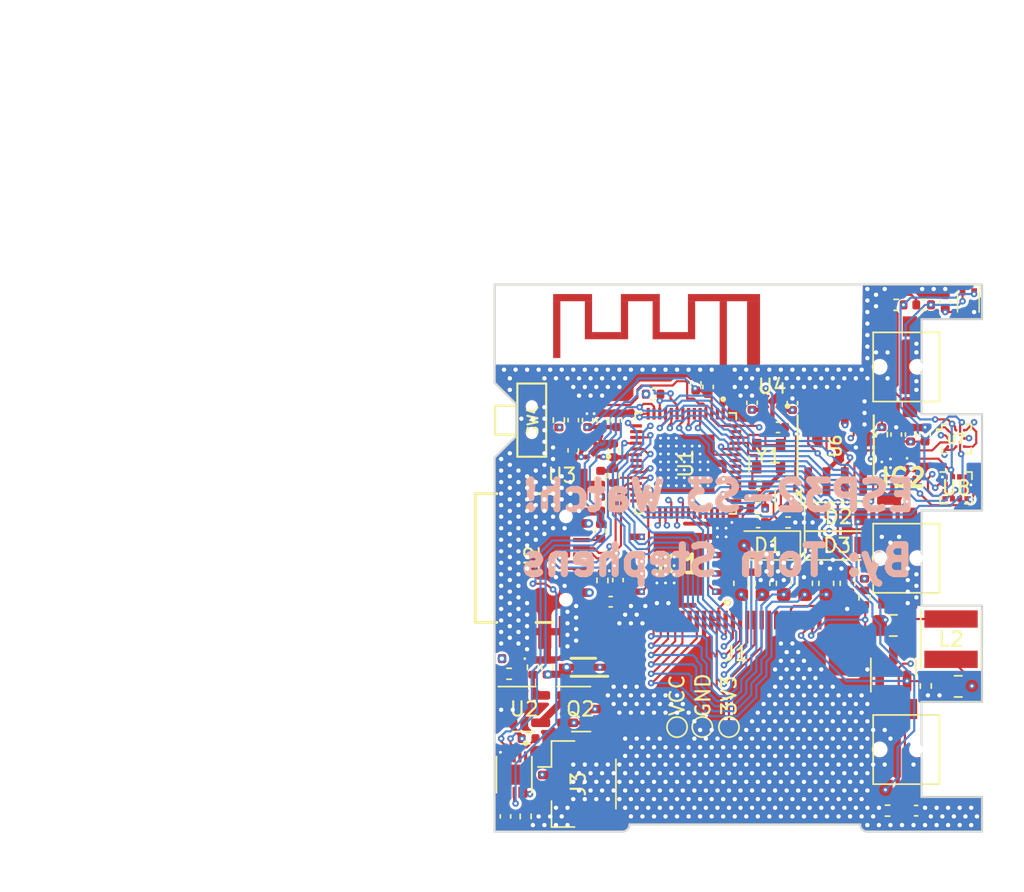
<source format=kicad_pcb>
(kicad_pcb (version 20220427) (generator pcbnew)
  (layers (0 "F.Cu" signal) (1 "In1.Cu" signal) (2 "In2.Cu" signal) (31 "B.Cu" signal) (34 "B.Paste" user) (35 "F.Paste" user) (36 "B.SilkS" user "B.Silkscreen") (37 "F.SilkS" user "F.Silkscreen") (38 "B.Mask" user) (39 "F.Mask" user) (44 "Edge.Cuts" user))
  (net 0 "")
  (net 1 "GND")
  (net 2 "/MCU_Sheet/CHIP_PU")
  (net 3 "/MCU_Sheet/LNA_IN")
  (net 4 "/MCU_Sheet/SPICLK_P")
  (net 5 "VDD_SPI")
  (net 6 "+3V3")
  (net 7 "Net-(D1-K)")
  (net 8 "Net-(D3-A)")
  (net 9 "/MCU_Sheet/PREVGH")
  (net 10 "Net-(J1-Pin_5)")
  (net 11 "Net-(J1-Pin_18)")
  (net 12 "Net-(J1-Pin_20)")
  (net 13 "Net-(J1-Pin_22)")
  (net 14 "Net-(J1-Pin_24)")
  (net 15 "VBUS")
  (net 16 "+BATT")
  (net 17 "VCC")
  (net 18 "BAT_ADC")
  (net 19 "/MCU_Sheet/PREVGL")
  (net 20 "Net-(D5-K)")
  (net 21 "Net-(U2-PROG)")
  (net 22 "/MCU_Sheet/SPICS0")
  (net 23 "/MCU_Sheet/SPID")
  (net 24 "/MCU_Sheet/SPIWP")
  (net 25 "/MCU_Sheet/SPIQ")
  (net 26 "/MCU_Sheet/SPICLK")
  (net 27 "/MCU_Sheet/SPIHD")
  (net 28 "I2C_SCL")
  (net 29 "I2C_SDA")
  (net 30 "BMP_INT")
  (net 31 "D_BUSY")
  (net 32 "D_RES")
  (net 33 "D_DC")
  (net 34 "D_MOSI")
  (net 35 "D_SCK")
  (net 36 "D_SS")
  (net 41 "/MCU_Sheet/RESE")
  (net 42 "/MCU_Sheet/GDR")
  (net 45 "/Power_Managment_Sheet/CC2")
  (net 46 "/Power_Managment_Sheet/CC1")
  (net 48 "Net-(U2-STAT)")
  (net 49 "Net-(U10-AIN)")
  (net 50 "BTN1")
  (net 51 "BTN2")
  (net 52 "BTN3")
  (net 53 "/MCU_Sheet/MTCK")
  (net 54 "/MCU_Sheet/MTDO")
  (net 55 "/MCU_Sheet/MTDI")
  (net 56 "/MCU_Sheet/MTMS")
  (net 57 "/MCU_Sheet/U0RXD")
  (net 58 "/MCU_Sheet/U0TXD")
  (net 59 "MAG_INT")
  (net 60 "MAG_DRDY")
  (net 61 "Net-(U10-REG)")
  (net 62 "-BATT")
  (net 63 "RTC_INT")
  (net 65 "LDO2")
  (net 66 "MAX17_INT")
  (net 70 "ACCEL_INT1")
  (net 71 "ACCEL_INT2")
  (net 72 "/MCU_Sheet/SPICLK_N")
  (net 73 "LDO2_EN")
  (net 76 "/MCU_Sheet/XTAL_P")
  (net 77 "/MCU_Sheet/XTAL_N")
  (net 78 "USB_N")
  (net 79 "USB_P")
  (net 83 "+3.3VA")
  (footprint "Capacitor_SMD:C_0402_1005Metric" (layer "F.Cu") (at 140.8 56.5 90)
    (fp_text reference "C28" hide)
    (fp_text value "100nF" hide)
  )
  (footprint "Package_TO_SOT_SMD:SOT-23" (layer "F.Cu") (at 115.55 84.75)
    (fp_text reference "Q2")
    (fp_text value "CJ2301")
  )
  (footprint "BMP390:BMP390" (layer "F.Cu") (at 137.9 68.7)
    (fp_text reference "IC2")
    (fp_text value "BMP390" hide)
  )
  (footprint "DS3231MZ:21-0041B_8" (layer "F.Cu") (at 133.2 66.5 90)
    (fp_text reference "U6")
    (fp_text value "DS3231MZ")
  )
  (footprint "BMM150:XDCR_BMM150" (layer "F.Cu") (at 141.58275 66)
    (fp_text reference "U7")
    (fp_text value "BMM150")
  )
  (footprint "Capacitor_SMD:C_0402_1005Metric" (layer "F.Cu") (at 124.35 62.4 90)
    (fp_text reference "C35" hide)
    (fp_text value "2.2nF" hide)
  )
  (footprint "open-Smartwatch:LGA-12_2x2mm_P0.5mm" (layer "F.Cu") (at 141.55 69.4)
    (fp_text reference "U8")
    (fp_text value "BMA400")
  )
  (footprint "Watchy:24_Pins_0.5mm_Pitch_ZIF_Connector_UP" (layer "F.Cu") (at 126.32 80.92)
    (fp_text reference "J1")
    (fp_text value "FPC24(0.5MM)")
  )
  (footprint "MAX17055ETB_T:SON40P200X250X80-11N" (layer "F.Cu") (at 110.9 89.3 -90)
    (fp_text reference "U10" hide)
    (fp_text value "MAX17055ETB+T" hide)
  )
  (footprint "Package_TO_SOT_SMD:SOT-23" (layer "F.Cu") (at 137.2 81.875 90)
    (fp_text reference "Q1" hide)
    (fp_text value "AO3400A" hide)
  )
  (footprint "Resistor_SMD:R_0402_1005Metric" (layer "F.Cu") (at 113.2 81.85 90)
    (fp_text reference "R6" hide)
    (fp_text value "10k" hide)
  )
  (footprint "Capacitor_SMD:C_0402_1005Metric" (layer "F.Cu") (at 137.4 65.7 90)
    (fp_text reference "C27" hide)
    (fp_text value "100nF" hide)
  )
  (footprint "Capacitor_SMD:C_0805_2012Metric" (layer "F.Cu") (at 141.7 83.175 180)
    (fp_text reference "C8" hide)
    (fp_text value "4.7uF/50V" hide)
  )
  (footprint "Capacitor_SMD:C_0402_1005Metric" (layer "F.Cu") (at 117 64.7 90)
    (fp_text reference "C30" hide)
    (fp_text value "100nF" hide)
  )
  (footprint "Package_TO_SOT_SMD:SOT-23-5" (layer "F.Cu") (at 111.6 84.75)
    (fp_text reference "U2")
    (fp_text value "TP4054")
  )
  (footprint "NCP167BMX330TBG:REG_NCP167BMX330TBG" (layer "F.Cu") (at 116.4 66.9 180)
    (fp_text reference "U3")
    (fp_text value "NCP167BMX330TBG")
  )
  (footprint "Capacitor_SMD:C_0402_1005Metric" (layer "F.Cu") (at 129.2 65.2)
    (fp_text reference "C1" hide)
    (fp_text value "15pF" hide)
  )
  (footprint "Resistor_SMD:R_0402_1005Metric" (layer "F.Cu") (at 135.2 77.025 90)
    (fp_text reference "R3" hide)
    (fp_text value "10K" hide)
  )
  (footprint "Capacitor_SMD:C_0603_1608Metric" (layer "F.Cu") (at 126.65 76.025 90)
    (fp_text reference "C16" hide)
    (fp_text value "1uF/50V" hide)
  )
  (footprint "Resistor_SMD:R_0402_1005Metric" (layer "F.Cu") (at 120.54 62.9)
    (fp_text reference "R17" hide)
    (fp_text value "10K" hide)
  )
  (footprint "Resistor_SMD:R_0402_1005Metric" (layer "F.Cu") (at 111.7 92.2 90)
    (fp_text reference "R9" hide)
    (fp_text value "0.02" hide)
  )
  (footprint "Capacitor_SMD:C_0603_1608Metric" (layer "F.Cu") (at 129.6 76.025 90)
    (fp_text reference "C10" hide)
    (fp_text value "1uF/50V" hide)
  )
  (footprint "W25Q128JVPIQ:SON127P600X500X80-9N-D" (layer "F.Cu") (at 122.3 74.7 180)
    (fp_text reference "IC1")
    (fp_text value "W25Q128JVPIQ" hide)
  )
  (footprint "Connector_JST:JST_GH_BM02B-GHS-TBT_1x02-1MP_P1.25mm_Vertical" (layer "F.Cu") (at 115.35 89.95 -90)
    (fp_text reference "J3")
    (fp_text value "Conn_01x02_Male")
  )
  (footprint "Capacitor_SMD:C_0805_2012Metric" (layer "F.Cu") (at 137.2 78.95)
    (fp_text reference "C9" hide)
    (fp_text value "4.7uF/50V" hide)
  )
  (footprint "USB4110-GF-A_REVB:GCT_USB4110-GF-A_REVB" (layer "F.Cu") (at 114.49 74.27 -90)
    (fp_text reference "J2")
    (fp_text value "USB4110-GF-A_REVB")
  )
  (footprint "ESP32-S3R8:QFN40P700X700X90-57N" (layer "F.Cu") (at 122.8 67.7 -90)
    (fp_text reference "U1")
    (fp_text value "ESP32-S3")
  )
  (footprint "Watchy:K2-1114SA-A4SW-06" (layer "F.Cu") (at 137.55 74.275 -90)
    (fp_text reference "SW2" hide)
    (fp_text value "BTN")
  )
  (footprint "Diode_SMD:D_SOD-123" (layer "F.Cu") (at 133.3 71.4)
    (fp_text reference "D2")
    (fp_text value "MBR0530")
  )
  (footprint "TestPoint:TestPoint_Pad_D1.0mm" (layer "F.Cu") (at 123.95 86)
    (fp_text reference "GND")
    (fp_text value "TestPoint")
  )
  (footprint "Capacitor_SMD:C_0603_1608Metric" (layer "F.Cu") (at 128.125 76.025 90)
    (fp_text reference "C15" hide)
    (fp_text value "1uF/50V" hide)
  )
  (footprint "Resistor_SMD:R_0402_1005Metric" (layer "F.Cu") (at 137.4 56.7)
    (fp_text reference "R18" hide)
    (fp_text value "4.7k" hide)
  )
  (footprint "Oscillator:Oscillator_SMD_Abracon_ASDMB-4Pin_2.5x2.0mm" (layer "F.Cu") (at 128.55 67.2)
    (fp_text reference "Y1")
    (fp_text value "40 MHz")
  )
  (footprint "Package_TO_SOT_SMD:SOT-553" (layer "F.Cu") (at 129.9 70.1 90)
    (fp_text reference "U5" hide)
    (fp_text value "NL17SV08XV5T2G" hide)
  )
  (footprint "Diode_SMD:D_SOD-123" (layer "F.Cu") (at 128.5 73.4 180)
    (fp_text reference "D1")
    (fp_text value "MBR0530")
  )
  (footprint "Resistor_SMD:R_0402_1005Metric" (layer "F.Cu") (at 117.025 75.825 90)
    (fp_text reference "R13" hide)
    (fp_text value "5.1k" hide)
  )
  (footprint "Capacitor_SMD:C_0603_1608Metric" (layer "F.Cu") (at 134.025 76.025 90)
    (fp_text reference "C12" hide)
    (fp_text value "1uF/50V" hide)
  )
  (footprint "Capacitor_SMD:C_0402_1005Metric" (layer "F.Cu") (at 115 64.7 90)
    (fp_text reference "C3" hide)
    (fp_text value "1uF" hide)
  )
  (footprint "Resistor_SMD:R_0402_1005Metric" (layer "F.Cu") (at 112.2 81.85 90)
    (fp_text reference "R7" hide)
    (fp_text value "10k" hide)
  )
  (footprint "Capacitor_SMD:C_0402_1005Metric" (layer "F.Cu") (at 123.5 62.15 90)
    (fp_text reference "C32" hide)
    (fp_text value "10nF" hide)
  )
  (footprint "Capacitor_SMD:C_0402_1005Metric" (layer "F.Cu") (at 130.2 63.52 -90)
    (fp_text reference "C23" hide)
    (fp_text value "1uF" hide)
  )
  (footprint "Watchy:K2-1114SA-A4SW-06" (layer "F.Cu") (at 137.55 61 -90)
    (fp_text reference "SW1" hide)
    (fp_text value "BTN")
  )
  (footprint "Resistor_SMD:R_0402_1005Metric" (layer "F.Cu") (at 110.55 82.3 180)
    (fp_text reference "R8" hide)
    (fp_text value "1k" hide)
  )
  (footprint "Capacitor_SMD:C_0603_1608Metric" (layer "F.Cu") (at 132.55 76.025 90)
    (fp_text reference "C13" hide)
    (fp_text value "1uF/50V" hide)
  )
  (footprint "Capacitor_SMD:C_0402_1005Metric" (layer "F.Cu") (at 117.8 66.8 -90)
    (fp_text reference "C22" hide)
    (fp_text value "1uF" hide)
  )
  (footprint "Resistor_SMD:R_0402_1005Metric" (layer "F.Cu") (at 135.2 75.2 90)
    (fp_text reference "R15" hide)
    (fp_text value "10K" hide)
  )
  (footprint "TestPoint:TestPoint_Pad_D1.0mm" (layer "F.Cu") (at 122.2 86)
    (fp_text reference "VCC")
    (fp_text value "TestPoint")
  )
  (footprint "Capacitor_SMD:C_0402_1005Metric" (layer "F.Cu") (at 138.78 91.8)
    (fp_text reference "C11" hide)
    (fp_text value "1uF/50V" hide)
  )
  (footprint "Resistor_SMD:R_0402_1005Metric" (layer "F.Cu") (at 139.3 56.7)
    (fp_text reference "R19" hide)
    (fp_text value "4.7k" hide)
  )
  (footprint "Capacitor_SMD:C_0402_1005Metric" (layer "F.Cu") (at 118 64.7 90)
    (fp_text reference "C29" hide)
    (fp_text value "100nF" hide)
  )
  (footprint "Watchy:K2-1114SA-A4SW-06" (layer "F.Cu") (at 137.55 87.55 -90)
    (fp_text reference "SW3" hide)
    (fp_text value "BTN")
  )
  (footprint "NCP167BMX330TBG:REG_NCP167BMX330TBG" (layer "F.Cu") (at 128.8125 63.4 180)
    (fp_text reference "U4")
    (fp_text value "NCP167BMX330TBG")
  )
  (footprint "Capacitor_SMD:C_0603_1608Metric" (layer "F.Cu") (at 131.075 76.025 90)
    (fp_text reference "C14" hide)
    (fp_text value "1uF/50V" hide)
  )
  (footprint "LED_SMD:LED_0402_1005Metric" (layer "F.Cu") (at 110.55 81.25 180)
    (fp_text reference "D5" hide)
    (fp_text value "LED" hide)
  )
  (footprint "TestPoint:TestPoint_Pad_D1.0mm" (layer "F.Cu") (at 125.8 86)
    (fp_text reference "3V3")
    (fp_text value "TestPoint")
  )
  (footprint "Capacitor_SMD:C_0402_1005Metric" (layer "F.Cu") (at 115 66.8 -90)
    (fp_text reference "C21" hide)
    (fp_text value "1uF" hide)
  )
  (footprint "open-Smartwatch:button_side_smd" (layer "F.Cu") (at 112.12275 64.7 180)
    (fp_text reference "SW4")
    (fp_text value "SW_Push")
  )
  (footprint "BAT60B:SOD2512X115N" (layer "F.Cu") (at 115.7 81.85 180)
    (fp_text reference "D4" hide)
    (fp_text value "BAT60B" hide)
  )
  (footprint "Capacitor_SMD:C_0402_1005Metric" (layer "F.Cu") (at 116.9 68.7 -90)
    (fp_text reference "C31" hide)
    (fp_text value "1uF" hide)
  )
  (footprint "Capacitor_SMD:C_0402_1005Metric" (layer "F.Cu") (at 110.3 92.2 -90)
    (fp_text reference "C17" hide)
    (fp_text value "0.47uF" hide)
  )
  (footprint "SHT4XA:SHT4XA" (layer "F.Cu") (at 142.4 56.5 -90)
    (fp_text reference "U9" hide)
    (fp_text value "SHT4XA" hide)
  )
  (footprint "Capacitor_SMD:C_0402_1005Metric" (layer "F.Cu") (at 111.9 86.8 180)
    (fp_text reference "C4" hide)
    (fp_text value "0.1uF" hide)
  )
  (footprint "Diode_SMD:D_SOD-123" (layer "F.Cu") (at 133.3 73.4)
    (fp_text reference "D3")
    (fp_text value "MBR0530")
  )
  (footprint "Resistor_SMD:R_0402_1005Metric" (layer "F.Cu") (at 136.4 65.7 90)
    (fp_text reference "R14" hide)
    (fp_text value "10K" hide)
  )
  (footprint "Capacitor_SMD:C_0402_1005Metric" (layer "F.Cu") (at 127.82 71.8 180)
    (fp_text reference "C5" hide)
    (fp_text value "1uF" hide)
  )
  (footprint "Capacitor_SMD:C_0402_1005Metric" (layer "F.Cu") (at 139.4 65.7 90)
    (fp_text reference "C26" hide)
    (fp_text value "100nF" hide)
  )
  (footprint "Watchy:SWRA117D" (layer "F.Cu") (at 110.935 60.85)
    (fp_text reference "AE1" hide)
    (fp_text value "Device_Antenna_Chip" hide)
  )
  (footprint "Resistor_SMD:R_0402_1005Metric" (layer "F.Cu") (at 127.8 70.8 180)
    (fp_text reference "R4" hide)
    (fp_text value "100k" hide)
  )
  (footprint "Resistor_SMD:R_0402_1005Metric" (layer "F.Cu") (at 117.8 68.55 90)
    (fp_text reference "R10" hide)
    (fp_text value "10k" hide)
  )
  (footprint "Capacitor_SMD:C_0402_1005Metric" (layer "F.Cu") (at 127.4 63.5 -90)
    (fp_text reference "C20" hide)
    (fp_text value "1uF" hide)
  )
  (footprint "Capacitor_SMD:C_0402_1005Metric" (layer "F.Cu") (at 127.9 69.2 180)
    (fp_text reference "C2" hide)
    (fp_text value "15pF" hide)
  )
  (footprint "Capacitor_SMD:C_0402_1005Metric" (layer "F.Cu") (at 117.6 77.3 180)
    (fp_text reference "C7" hide)
    (fp_text value "0.1uF" hide)
  )
  (footprint "Capacitor_SMD:C_0402_1005Metric" (layer "F.Cu") (at 138.4 65.7 90)
    (fp_text reference "C25" hide)
    (fp_text value "100nF" hide)
  )
  (footprint "Resistor_SMD:R_0402_1005Metric" (layer "F.Cu") (at 129.9 71.8)
    (fp_text reference "R2" hide)
    (fp_text value "442k" hide)
  )
  (footprint "Resistor_SMD:R_0402_1005Metric" (layer "F.Cu") (at 114 64.7 90)
    (fp_text reference "R1" hide)
    (fp_text value "100k" hide)
  )
  (footprint "Capacitor_SMD:C_0402_1005Metric" (layer "F.Cu") (at 116.9 70.5 -90)
    (fp_text reference "C33" hide)
    (fp_text value "0.1uF" hide)
  )
  (footprint "Resistor_SMD:R_0402_1005Metric" (layer "F.Cu") (at 116.9 72.425 90)
    (fp_text reference "R12" hide)
    (fp_text value "5.1k" hide)
  )
  (footprint "Inductor_SMD:L_Taiyo-Yuden_NR-40xx" (layer "F.Cu") (at 141.2 79.9 -90)
    (fp_text reference "L2")
    (fp_text value "10uH 1A")
  )
  (footprint "Capacitor_SMD:C_0402_1005Metric" (layer "F.Cu") (at 118.1 75.8 90)
    (fp_text reference "C6" hide)
    (fp_text value "1uF" hide)
  )
  (footprint "Resistor_SMD:R_0402_1005Metric" (layer "F.Cu") (at 139.45 83.15 90)
    (fp_text reference "R5" hide)
    (fp_text value "3" hide)
  )
  (footprint "Resistor_SMD:R_0402_1005Metric" (layer "F.Cu") (at 136.8 91.8)
    (fp_text reference "R16" hide)
    (fp_text value "10K" hide)
  )
  (footprint "Capacitor_SMD:C_0402_1005Metric" (layer "F.Cu") (at 116 64.7 90)
    (fp_text reference "C34" hide)
    (fp_text value "1uF" hide)
  )
  (gr_line (start 139.15 77.57) (end 143.35 77.57) (stroke (width 0.15)) (layer "Edge.Cuts"))
  (gr_line (start 109.55 93.25) (end 113.45 93.25) (stroke (width 0.15)) (layer "Edge.Cuts"))
  (gr_line (start 143.35 93.25) (end 143.35 90.85) (stroke (width 0.15)) (layer "Edge.Cuts"))
  (gr_line (start 139.15 84.25) (end 143.35 84.25) (stroke (width 0.15)) (layer "Edge.Cuts"))
  (gr_line (start 111.05 63.6) (end 111.05 65.8) (stroke (width 0.15)) (layer "Edge.Cuts"))
  (gr_line (start 109.55 55.29) (end 109.55 62.1) (stroke (width 0.16)) (layer "Edge.Cuts"))
  (gr_arc (start 135.4 93.25) (mid 135.046447 93.103553) (end 134.9 92.75) (stroke (width 0.15)) (layer "Edge.Cuts"))
  (gr_arc (start 118.9 92.75) (mid 118.753553 93.103553) (end 118.4 93.25) (stroke (width 0.15)) (layer "Edge.Cuts"))
  (gr_line (start 139.15 57.69) (end 139.15 64.29) (stroke (width 0.15)) (layer "Edge.Cuts"))
  (gr_line (start 143.35 70.97) (end 139.15 70.97) (stroke (width 0.15)) (layer "Edge.Cuts"))
  (gr_line (start 139.45 93.25) (end 135.4 93.25) (stroke (width 0.15)) (layer "Edge.Cuts"))
  (gr_line (start 113.45 93.25) (end 118.4 93.25) (stroke (width 0.15)) (layer "Edge.Cuts"))
  (gr_line (start 109.55 93.25) (end 109.55 67.3) (stroke (width 0.15)) (layer "Edge.Cuts"))
  (gr_line (start 143.35 77.57) (end 143.35 84.25) (stroke (width 0.15)) (layer "Edge.Cuts"))
  (gr_line (start 143.35 55.29) (end 143.35 57.69) (stroke (width 0.15)) (layer "Edge.Cuts"))
  (gr_line (start 139.15 64.29) (end 143.35 64.29) (stroke (width 0.15)) (layer "Edge.Cuts"))
  (gr_line (start 143.35 64.29) (end 143.35 70.97) (stroke (width 0.15)) (layer "Edge.Cuts"))
  (gr_line (start 139.45 55.29) (end 143.35 55.29) (stroke (width 0.15)) (layer "Edge.Cuts"))
  (gr_line (start 118.9 92.75) (end 134.9 92.75) (stroke (width 0.15)) (layer "Edge.Cuts"))
  (gr_line (start 139.15 90.85) (end 139.15 84.25) (stroke (width 0.15)) (layer "Edge.Cuts"))
  (gr_line (start 139.45 55.29) (end 113.45 55.29) (stroke (width 0.15)) (layer "Edge.Cuts"))
  (gr_line (start 143.35 57.69) (end 139.15 57.69) (stroke (width 0.15)) (layer "Edge.Cuts"))
  (gr_line (start 109.55 67.3) (end 111.05 65.8) (stroke (width 0.15)) (layer "Edge.Cuts"))
  (gr_line (start 139.45 93.25) (end 143.35 93.25) (stroke (width 0.15)) (layer "Edge.Cuts"))
  (gr_line (start 109.55 62.1) (end 111.05 63.6) (stroke (width 0.15)) (layer "Edge.Cuts"))
  (gr_line (start 143.35 90.85) (end 139.15 90.85) (stroke (width 0.15)) (layer "Edge.Cuts"))
  (gr_line (start 139.15 70.97) (end 139.15 77.57) (stroke (width 0.15)) (layer "Edge.Cuts"))
  (gr_line (start 109.55 55.29) (end 113.45 55.29) (stroke (width 0.15)) (layer "Edge.Cuts"))
  (gr_text "By: Tom Stephens" (at 124.95 74.45) (layer "B.SilkS") (effects (font (size 2 2) (thickness 0.5) bold) (justify mirror)))
  (gr_text "ESP32-S3 Watch!" (at 125.1 69.95) (layer "B.SilkS") (effects (font (size 2 2) (thickness 0.5) bold) (justify mirror)))
  (segment (start 137.138 69.662) (end 136.6 70.2) (width 0.3) (layer "F.Cu") (net 1))
  (segment (start 127 61.2) (end 127.4 61.25) (width 0.5) (layer "F.Cu") (net 1))
  (segment (start 125.15 72.795) (end 125.005 72.795) (width 0.4) (layer "F.Cu") (net 1))
  (segment (start 128.38 69.242285) (end 127.672285 69.95) (width 0.3) (layer "F.Cu") (net 1))
  (segment (start 123.4 67.1) (end 123.45 67.05) (width 0.15) (layer "F.Cu") (net 1))
  (segment (start 132.565 68.9638) (end 132.565 68.235) (width 0.3) (layer "F.Cu") (net 1))
  (segment (start 139.8 83.4) (end 140.525 83.4) (width 0.3) (layer "F.Cu") (net 1))
  (segment (start 127.4 62) (end 127.4 61.8) (width 0.5) (layer "F.Cu") (net 1))
  (segment (start 128.6 69.2) (end 129.375 68.425) (width 0.3) (layer "F.Cu") (net 1))
  (segment (start 140.099819 67.900181) (end 140.171611 67.828389) (width 0.3) (layer "F.Cu") (net 1))
  (segment (start 142.45 65.9) (end 142.4 65.95) (width 0.15) (layer "F.Cu") (net 1))
  (segment (start 123.25 67.6) (end 122.7 67.6) (width 0.15) (layer "F.Cu") (net 1))
  (segment (start 123.25 67.05) (end 123.25 67.25) (width 0.15) (layer "F.Cu") (net 1))
  (segment (start 124.995 72.795) (end 124.205 72.795) (width 0.4) (layer "F.Cu") (net 1))
  (segment (start 130.6 70.8) (end 131 71.2) (width 0.3) (layer "F.Cu") (net 1))
  (segment (start 134.406427 76) (end 134.4 76) (width 0.15) (layer "F.Cu") (net 1))
  (segment (start 142.4 65.95) (end 142.45 65.95) (width 0.15) (layer "F.Cu") (net 1))
  (segment (start 128.8 73.4) (end 127.34 71.94) (width 0.15) (layer "F.Cu") (net 1))
  (segment (start 130.41 71.8) (end 130.4 71.8) (width 0.15) (layer "F.Cu") (net 1))
  (segment (start 129.1675 62.95) (end 129.2925 63.075) (width 0.3) (layer "F.Cu") (net 1))
  (segment (start 129.05 63.05) (end 128.95207 63.14793) (width 0.3) (layer "F.Cu") (net 1))
  (segment (start 116.2 66) (end 115.32 66) (width 0.3) (layer "F.Cu") (net 1))
  (segment (start 127 62.4) (end 127.4 62) (width 0.5) (layer "F.Cu") (net 1))
  (segment (start 142.575659 69.191764) (end 142.3125 69.454923) (width 0.15) (layer "F.Cu") (net 1))
  (segment (start 138.662 68.938) (end 138.662 68.7) (width 0.3) (layer "F.Cu") (net 1))
  (segment (start 129.2925 63.075) (end 130.2 63.2) (width 0.3) (layer "F.Cu") (net 1))
  (segment (start 116.55 66.5) (end 116.55 66.35) (width 0.3) (layer "F.Cu") (net 1))
  (segment (start 140.91523 66.59752) (end 140.98175 66.59752) (width 0.15) (layer "F.Cu") (net 1))
  (segment (start 116.55 66.5) (end 116.805 66.5) (width 0.3) (layer "F.Cu") (net 1))
  (segment (start 129.474511 72.525489) (end 128.8 73.2) (width 0.15) (layer "F.Cu") (net 1))
  (segment (start 140.171611 67.828389) (end 140.6 68.256778) (width 0.3) (layer "F.Cu") (net 1))
  (segment (start 134.025 75.625) (end 134.025 75.25) (width 0.15) (layer "F.Cu") (net 1))
  (segment (start 130.4 71.81) (end 129.684511 72.525489) (width 0.15) (layer "F.Cu") (net 1))
  (segment (start 140.5 65.75) (end 140.8 65.75) (width 0.15) (layer "F.Cu") (net 1))
  (segment (start 130.4 71.8) (end 130.4 71.81) (width 0.15) (layer "F.Cu") (net 1))
  (segment (start 123.75 67.1) (end 123.4 67.1) (width 0.15) (layer "F.Cu") (net 1))
  (segment (start 139.999638 67.8) (end 140.099819 67.900181) (width 0.3) (layer "F.Cu") (net 1))
  (segment (start 139.4 67.8) (end 139.999638 67.8) (width 0.3) (layer "F.Cu") (net 1))
  (segment (start 142.575659 69.191764) (end 142.354264 69.191764) (width 0.15) (layer "F.Cu") (net 1))
  (segment (start 130.165 63.075) (end 130.2 63.04) (width 0.3) (layer "F.Cu") (net 1))
  (segment (start 127.8 61.2) (end 127.5 61.15) (width 0.5) (layer "F.Cu") (net 1))
  (segment (start 140.6 68.256778) (end 140.6 68.65) (width 0.3) (layer "F.Cu") (net 1))
  (segment (start 140.525 83.4) (end 140.75 83.175) (width 0.3) (layer "F.Cu") (net 1))
  (segment (start 140.75 67.1) (end 140.75 66.76275) (width 0.15) (layer "F.Cu") (net 1))
  (segment (start 140.75 66.76275) (end 140.91523 66.59752) (width 0.15) (layer "F.Cu") (net 1))
  (segment (start 130.4 70.8) (end 130.6 70.8) (width 0.3) (layer "F.Cu") (net 1))
  (segment (start 128.8125 63.4) (end 128.8125 65.1075) (width 0.3) (layer "F.Cu") (net 1))
  (segment (start 129.375 68.425) (end 129.375 67.975) (width 0.3) (layer "F.Cu") (net 1))
  (segment (start 128.38 69.2) (end 128.38 69.242285) (width 0.3) (layer "F.Cu") (net 1))
  (segment (start 134.99 66.21) (end 136.4 66.21) (width 0.3) (layer "F.Cu") (net 1))
  (segment (start 123.85 67.1) (end 123.8 67.05) (width 0.15) (layer "F.Cu") (net 1))
  (segment (start 122 74.8) (end 122.3 74.7) (width 0.4) (layer "F.Cu") (net 1))
  (segment (start 139.149011 68.674511) (end 139.149011 68.050989) (width 0.3) (layer "F.Cu") (net 1))
  (segment (start 139.54 83.66) (end 139.8 83.4) (width 0.3) (layer "F.Cu") (net 1))
  (segment (start 142.354264 69.191764) (end 142.3125 69.15) (width 0.15) (layer "F.Cu") (net 1))
  (segment (start 123.25 67.25) (end 123.25 67.6) (width 0.15) (layer "F.Cu") (net 1))
  (segment (start 123.45 67.05) (end 123.25 67.05) (width 0.15) (layer "F.Cu") (net 1))
  (segment (start 129.2675 63.05) (end 129.05 63.05) (width 0.3) (layer "F.Cu") (net 1))
  (segment (start 133.6 67.012482) (end 133.6 66.8) (width 0.3) (layer "F.Cu") (net 1))
  (segment (start 129.2925 63.075) (end 129.2675 63.05) (width 0.3) (layer "F.Cu") (net 1))
  (segment (start 116.755 66.7) (end 116.6 66.7) (width 0.3) (layer "F.Cu") (net 1))
  (segment (start 127.4 62.8) (end 127 62.4) (width 0.5) (layer "F.Cu") (net 1))
  (segment (start 127.672285 69.95) (end 127.25 69.95) (width 0.3) (layer "F.Cu") (net 1))
  (segment (start 128.8 73.2) (end 128.8 73.4) (width 0.15) (layer "F.Cu") (net 1))
  (segment (start 138.662 69.2) (end 138.662 68.938) (width 0.3) (layer "F.Cu") (net 1))
  (segment (start 127.34 71.94) (end 127.34 71.8) (width 0.15) (layer "F.Cu") (net 1))
  (segment (start 137.138 69.2) (end 137.138 69.662) (width 0.3) (layer "F.Cu") (net 1))
  (segment (start 124.205 72.795) (end 122 74.8) (width 0.4) (layer "F.Cu") (net 1))
  (segment (start 132.565 68.235) (end 133.2 67.6) (width 0.3) (layer "F.Cu") (net 1))
  (segment (start 128.8125 65.1075) (end 128.72 65.2) (width 0.3) (layer "F.Cu") (net 1))
  (segment (start 130.2 63.2) (end 130.165 63.075) (width 0.3) (layer "F.Cu") (net 1))
  (segment (start 140.8 65.75) (end 140.9 65.85) (width 0.15) (layer "F.Cu") (net 1))
  (segment (start 133.8 66.6) (end 134.6 66.6) (width 0.3) (layer "F.Cu") (net 1))
  (segment (start 138.885522 68.938) (end 139.149011 68.674511) (width 0.3) (layer "F.Cu") (net 1))
  (segment (start 134.4 76) (end 134.025 75.625) (width 0.15) (layer "F.Cu") (net 1))
  (segment (start 142.11375 65.965) (end 142.385 65.965) (width 0.15) (layer "F.Cu") (net 1))
  (segment (start 128.38 69.2) (end 128.6 69.2) (width 0.3) (layer "F.Cu") (net 1))
  (segment (start 142.45 65.95) (end 142.45 65.9) (width 0.15) (layer "F.Cu") (net 1))
  (segment (start 133.2 67.6) (end 133.2 67.412482) (width 0.3) (layer "F.Cu") (net 1))
  (segment (start 142.3125 69.454923) (end 142.3125 69.65) (width 0.15) (layer "F.Cu") (net 1))
  (segment (start 117.545 66.575) (end 117.8 66.32) (width 0.3) (layer "F.Cu") (net 1))
  (segment (start 133.6 66.8) (end 133.8 66.6) (width 0.3) (layer "F.Cu") (net 1))
  (segment (start 115.32 66) (end 115 66.32) (width 0.3) (layer "F.Cu") (net 1))
  (segment (start 110.1 88.07) (end 110.1 87.9) (width 0.15) (layer "F.Cu") (net 1))
  (segment (start 116.805 66.5) (end 116.88 66.575) (width 0.3) (layer "F.Cu") (net 1))
  (segment (start 139.149011 68.050989) (end 139.4 67.8) (width 0.3) (layer "F.Cu") (net 1))
  (segment (start 116.88 66.575) (end 117.545 66.575) (width 0.3) (layer "F.Cu") (net 1))
  (segment (start 123.8 67.05) (end 123.75 67.1) (width 0.15) (layer "F.Cu") (net 1))
  (segment (start 141.48123 66.61877) (end 141.48123 66.6) (width 0.15) (layer "F.Cu") (net 1))
  (segment (start 133.2 67.412482) (end 133.6 67.012482) (width 0.3) (layer "F.Cu") (net 1))
  (segment (start 116.88 66.575) (end 116.755 66.7) (width 0.3) (layer "F.Cu") (net 1))
  (segment (start 138.662 68.938) (end 138.885522 68.938) (width 0.3) (layer "F.Cu") (net 1))
  (segment (start 127.4 63.02) (end 127.4 63) (width 0.5) (layer "F.Cu") (net 1))
  (segment (start 116.55 66.35) (end 116.2 66) (width 0.3) (layer "F.Cu") (net 1))
  (segment (start 139.45 83.66) (end 139.54 83.66) (width 0.3) (layer "F.Cu") (net 1))
  (segment (start 125.005 72.795) (end 125 72.8) (width 0.4) (layer "F.Cu") (net 1))
  (segment (start 129.684511 72.525489) (end 129.474511 72.525489) (width 0.15) (layer "F.Cu") (net 1))
  (segment (start 127.4 61.8) (end 127 61.2) (width 0.5) (layer "F.Cu") (net 1))
  (segment (start 125 72.8) (end 124.995 72.795) (width 0.4) (layer "F.Cu") (net 1))
  (segment (start 140.75 66.76275) (end 141.33725 66.76275) (width 0.15) (layer "F.Cu") (net 1))
  (segment (start 127.4 61.25) (end 127.8 61.2) (width 0.5) (layer "F.Cu") (net 1))
  (segment (start 110.1 87.9) (end 109.95 87.75) (width 0.15) (layer "F.Cu") (net 1))
  (segment (start 126.245 67.1) (end 123.85 67.1) (width 0.15) (layer "F.Cu") (net 1))
  (segment (start 142.385 65.965) (end 142.4 65.95) (width 0.15) (layer "F.Cu") (net 1))
  (segment (start 134.921427 76.515) (end 134.406427 76) (width 0.15) (layer "F.Cu") (net 1))
  (segment (start 141.33725 66.76275) (end 141.48123 66.61877) (width 0.15) (layer "F.Cu") (net 1))
  (segment (start 122.7 67.6) (end 122.8 67.7) (width 0.15) (layer "F.Cu") (net 1))
  (segment (start 127.4 63) (end 127.4 62.8) (width 0.5) (layer "F.Cu") (net 1))
  (segment (start 135.2 76.515) (end 134.921427 76.515) (width 0.15) (layer "F.Cu") (net 1))
  (segment (start 134.6 66.6) (end 134.99 66.21) (width 0.3) (layer "F.Cu") (net 1))
  (via (at 113.6 67.4) (size 0.6) (drill 0.3) (layers "F.Cu" "B.Cu") (net 1))
  (via (at 127.8 91) (size 0.6) (drill 0.3) (layers "F.Cu" "B.Cu") (net 1))
  (via (at 140.8 55.6) (size 0.6) (drill 0.3) (layers "F.Cu" "B.Cu") (net 1))
  (via (at 136.2 91.6) (size 0.6) (drill 0.3) (layers "F.Cu" "B.Cu") (net 1))
  (via (at 111.8 71) (size 0.6) (drill 0.3) (layers "F.Cu" "B.Cu") (net 1))
  (via (at 119.4 86.8) (size 0.6) (drill 0.3) (layers "F.Cu" "B.Cu") (net 1))
  (via (at 127.4 61.8) (size 0.6) (drill 0.3) (layers "F.Cu" "B.Cu") (net 1))
  (via (at 113 92.8) (size 0.6) (drill 0.3) (layers "F.Cu" "B.Cu") (net 1))
  (via (at 122.6 91.6) (size 0.6) (drill 0.3) (layers "F.Cu" "B.Cu") (net 1))
  (via (at 111.8 61.2) (size 0.6) (drill 0.3) (layers "F.Cu" "B.Cu") (net 1))
  (via (at 132.6 91) (size 0.6) (drill 0.3) (layers "F.Cu" "B.Cu") (net 1))
  (via (at 128.2 91.6) (size 0.6) (drill 0.3) (layers "F.Cu" "B.Cu") (net 1))
  (via (at 128.6 87.4) (size 0.6) (drill 0.3) (layers "F.Cu" "B.Cu") (net 1))
  (via (at 114.4 72.2) (size 0.6) (drill 0.3) (layers "F.Cu" "B.Cu") (net 1))
  (via (at 131.4 89.2) (size 0.6) (drill 0.3) (layers "F.Cu" "B.Cu") (net 1))
  (via (at 134.6 84.4) (size 0.6) (drill 0.3) (layers "F.Cu" "B.Cu") (net 1))
  (via (at 127 86.2) (size 0.6) (drill 0.3) (layers "F.Cu" "B.Cu") (net 1))
  (via (at 137.8 92.8) (size 0.6) (drill 0.3) (layers "F.Cu" "B.Cu") (net 1))
  (via (at 130.2 91) (size 0.6) (drill 0.3) (layers "F.Cu" "B.Cu") (net 1))
  (via (at 122.7 68.7) (size 0.45) (drill 0.2) (layers "F.Cu" "B.Cu") (net 1))
  (via (at 116.2 89.2) (size 0.6) (drill 0.3) (layers "F.Cu" "B.Cu") (net 1))
  (via (at 111.2 74.6) (size 0.6) (drill 0.3) (layers "F.Cu" "B.Cu") (net 1))
  (via (at 127.4 86.8) (size 0.6) (drill 0.3) (layers "F.Cu" "B.Cu") (net 1))
  (via (at 131.8 83.8) (size 0.6) (drill 0.3) (layers "F.Cu" "B.Cu") (net 1))
  (via (at 131 81.4) (size 0.6) (drill 0.3) (layers "F.Cu" "B.Cu") (net 1))
  (via (at 110 84.8) (size 0.6) (drill 0.3) (layers "F.Cu" "B.Cu") (net 1))
  (via (at 113.6 70.6) (size 0.6) (drill 0.3) (layers "F.Cu" "B.Cu") (net 1))
  (via (at 121.6 69.25) (size 0.45) (drill 0.2) (layers "F.Cu" "B.Cu") (net 1))
  (via (at 122.7 67.05) (size 0.45) (drill 0.2) (layers "F.Cu" "B.Cu") (net 1))
  (via (at 121.6 68.7) (size 0.45) (drill 0.2) (layers "F.Cu" "B.Cu") (net 1))
  (via (at 119.4 89.2) (size 0.6) (drill 0.3) (layers "F.Cu" "B.Cu") (net 1))
  (via (at 110.6 79) (size 0.6) (drill 0.3) (layers "F.Cu" "B.Cu") (net 1))
  (via (at 131.8 88.6) (size 0.6) (drill 0.3) (layers "F.Cu" "B.Cu") (net 1))
  (via (at 120.2 89.2) (size 0.6) (drill 0.3) (layers "F.Cu" "B.Cu") (net 1))
  (via (at 125.4 92.2) (size 0.6) (drill 0.3) (layers "F.Cu" "B.Cu") (net 1))
  (via (at 135 88.6) (size 0.6) (drill 0.3) (layers "F.Cu" "B.Cu") (net 1))
  (via (at 117.4 83.8) (size 0.6) (drill 0.3) (layers "F.Cu" "B.Cu") (net 1))
  (via (at 127.8 89.8) (size 0.6) (drill 0.3) (layers "F.Cu" "B.Cu") (net 1))
  (via (at 113 67) (size 0.6) (drill 0.3) (layers "F.Cu" "B.Cu") (net 1))
  (via (at 132.6 83.8) (size 0.6) (drill 0.3) (layers "F.Cu" "B.Cu") (net 1))
  (via (at 131.6 71.8) (size 0.6) (drill 0.3) (layers "F.Cu" "B.Cu") (net 1))
  (via (at 133.8 88) (size 0.6) (drill 0.3) (layers "F.Cu" "B.Cu") (net 1))
  (via (at 127.8 85) (size 0.6) (drill 0.3) (layers "F.Cu" "B.Cu") (net 1))
  (via (at 130.6 61.8) (size 0.6) (drill 0.3) (layers "F.Cu" "B.Cu") (net 1))
  (via (at 122.2 83.8) (size 0.6) (drill 0.3) (layers "F.Cu" "B.Cu") (net 1))
  (via (at 134 77.8) (size 0.6) (drill 0.3) (layers "F.Cu" "B.Cu") (net 1))
  (via (at 132.2 61.8) (size 0.6) (drill 0.3) (layers "F.Cu" "B.Cu") (net 1))
  (via (at 133.4 62.4) (size 0.6) (drill 0.3) (layers "F.Cu" "B.Cu") (net 1))
  (via (at 141 91.6) (size 0.6) (drill 0.3) (layers "F.Cu" "B.Cu") (net 1))
  (via (at 131.8 86.2) (size 0.6) (drill 0.3) (layers "F.Cu" "B.Cu") (net 1))
  (via (at 119 83.8) (size 0.6) (drill 0.3) (layers "F.Cu" "B.Cu") (net 1))
  (via (at 142.2 92.2) (size 0.6) (drill 0.3) (layers "F.Cu" "B.Cu") (net 1))
  (via (at 127.8 92.2) (size 0.6) (drill 0.3) (layers "F.Cu" "B.Cu") (net 1))
  (via (at 121.05 65.95) (size 0.45) (drill 0.2) (layers "F.Cu" "B.Cu") (net 1))
  (via (at 113.6 69) (size 0.6) (drill 0.3) (layers "F.Cu" "B.Cu") (net 1))
  (via (at 136.2 92.8) (size 0.6) (drill 0.3) (layers "F.Cu" "B.Cu") (net 1))
  (via (at 132.6 88.6) (size 0.6) (drill 0.3) (layers "F.Cu" "B.Cu") (net 1))
  (via (at 111.8 71.8) (size 0.6) (drill 0.3) (layers "F.Cu" "B.Cu") (net 1))
  (via (at 140.75 67.1) (size 0.45) (drill 0.2) (layers "F.Cu" "B.Cu") (net 1))
  (via (at 115.2 78.4) (size 0.6) (drill 0.3) (layers "F.Cu" "B.Cu") (net 1))
  (via (at 115 61.2) (size 0.6) (drill 0.3) (layers "F.Cu" "B.Cu") (net 1))
  (via (at 131.4 90.4) (size 0.6) (drill 0.3) (layers "F.Cu" "B.Cu") (net 1))
  (via (at 127.4 85.6) (size 0.6) (drill 0.3) (layers "F.Cu" "B.Cu") (net 1))
  (via (at 113.6 72.2) (size 0.6) (drill 0.3) (layers "F.Cu" "B.Cu") (net 1))
  (via (at 126.6 89.2) (size 0.6) (drill 0.3) (layers "F.Cu" "B.Cu") (net 1))
  (via (at 131 89.8) (size 0.6) (drill 0.3) (layers "F.Cu" "B.Cu") (net 1))
  (via (at 122.6 88) (size 0.6) (drill 0.3) (layers "F.Cu" "B.Cu") (net 1))
  (via (at 111.2 68.2) (size 0.6) (drill 0.3) (layers "F.Cu" "B.Cu") (net 1))
  (via (at 110 73.8) (size 0.6) (drill 0.3) (layers "F.Cu" "B.Cu") (net 1))
  (via (at 134.6 85.6) (size 0.6) (drill 0.3) (layers "F.Cu" "B.Cu") (net 1))
  (via (at 128.6 89.8) (size 0.6) (drill 0.3) (layers "F.Cu" "B.Cu") (net 1))
  (via (at 123.8 68.7) (size 0.45) (drill 0.2) (layers "F.Cu" "B.Cu") (net 1))
  (via (at 134.2 83.8) (size 0.6) (drill 0.3) (layers "F.Cu" "B.Cu") (net 1))
  (via (at 131 71.8) (size 0.6) (drill 0.3) (layers "F.Cu" "B.Cu") (net 1))
  (via (at 130.6 85.6) (size 0.6) (drill 0.3) (layers "F.Cu" "B.Cu") (net 1))
  (via (at 119.8 91) (size 0.6) (drill 0.3) (layers "F.Cu" "B.Cu") (net 1))
  (via (at 120.8 74.8) (size 0.45) (drill 0.2) (layers "F.Cu" "B.Cu") (net 1))
  (via (at 129.8 82) (size 0.6) (drill 0.3) (layers "F.Cu" "B.Cu") (net 1))
  (via (at 132.6 89.8) (size 0.6) (drill 0.3) (layers "F.Cu" "B.Cu") (net 1))
  (via (at 123.4 86.8) (size 0.6) (drill 0.3) (layers "F.Cu" "B.Cu") (net 1))
  (via (at 136 56.8) (size 0.6) (drill 0.3) (layers "F.Cu" "B.Cu") (net 1))
  (via (at 132.2 82) (size 0.6) (drill 0.3) (layers "F.Cu" "B.Cu") (net 1))
  (via (at 122.15 68.7) (size 0.45) (drill 0.2) (layers "F.Cu" "B.Cu") (net 1))
  (via (at 121.4 87.4) (size 0.6) (drill 0.3) (layers "F.Cu" "B.Cu") (net 1))
  (via (at 130.2 61.2) (size 0.6) (drill 0.3) (layers "F.Cu" "B.Cu") (net 1))
  (via (at 125 89.2) (size 0.6) (drill 0.3) (layers "F.Cu" "B.Cu") (net 1))
  (via (at 122.2 88.6) (size 0.6) (drill 0.3) (layers "F.Cu" "B.Cu") (net 1))
  (via (at 140.5 65.75) (size 0.45) (drill 0.2) (layers "F.Cu" "B.Cu") (net 1))
  (via (at 115.8 91) (size 0.6) (drill 0.3) (layers "F.Cu" "B.Cu") (net 1))
  (via (at 124.2 91.6) (size 0.6) (drill 0.3) (layers "F.Cu" "B.Cu") (net 1))
  (via (at 133 74.4) (size 0.6) (drill 0.3) (layers "F.Cu" "B.Cu") (net 1))
  (via (at 127 91) (size 0.6) (drill 0.3) (layers "F.Cu" "B.Cu") (net 1))
  (via (at 112.4 69) (size 0.6) (drill 0.3) (layers "F.Cu" "B.Cu") (net 1))
  (via (at 110 69.8) (size 0.6) (drill 0.3) (layers "F.Cu" "B.Cu") (net 1))
  (via (at 113 71) (size 0.6) (drill 0.3) (layers "F.Cu" "B.Cu") (net 1))
  (via (at 130.2 86.2) (size 0.6) (drill 0.3) (layers "F.Cu" "B.Cu") (net 1))
  (via (at 113 64.6) (size 0.6) (drill 0.3) (layers "F.Cu" "B.Cu") (net 1))
  (via (at 129 88) (size 0.6) (drill 0.3) (layers "F.Cu" "B.Cu") (net 1))
  (via (at 124.35 68.15) (size 0.45) (drill 0.2) (layers "F.Cu" "B.Cu") (net 1))
  (via (at 137 67.4) (size 0.45) (drill 0.2) (layers "F.Cu" "B.Cu") (net 1))
  (via (at 114.2 61.2) (size 0.6) (drill 0.3) (layers "F.Cu" "B.Cu") (net 1))
  (via (at 142.8 57.2) (size 0.6) (drill 0.3) (layers "F.Cu" "B.Cu") (net 1))
  (via (at 140.4 83.8) (size 0.6) (drill 0.3) (layers "F.Cu" "B.Cu") (net 1))
  (via (at 125 72.8) (size 0.45) (drill 0.2) (layers "F.Cu" "B.Cu") (net 1))
  (via (at 132.2 86.8) (size 0.6) (drill 0.3) (layers "F.Cu" "B.Cu") (net 1))
  (via (at 141.4 92.2) (size 0.6) (drill 0.3) (layers "F.Cu" "B.Cu") (net 1))
  (via (at 128.2 86.8) (size 0.6) (drill 0.3) (layers "F.Cu" "B.Cu") (net 1))
  (via (at 110.8 84.8) (size 0.6) (drill 0.3) (layers "F.Cu" "B.Cu") (net 1))
  (via (at 110.2 61.2) (size 0.6) (drill 0.3) (layers "F.Cu" "B.Cu") (net 1))
  (via (at 122.7 67.6) (size 0.45) (drill 0.2) (layers "F.Cu" "B.Cu") (net 1))
  (via (at 122 74.2) (size 0.45) (drill 0.2) (layers "F.Cu" "B.Cu") (net 1))
  (via (at 122.2 91) (size 0.6) (drill 0.3) (layers "F.Cu" "B.Cu") (net 1))
  (via (at 110.6 61.8) (size 0.6) (drill 0.3) (layers "F.Cu" "B.Cu") (net 1))
  (via (at 132.2 91.6) (size 0.6) (drill 0.3) (layers "F.Cu" "B.Cu") (net 1))
  (via (at 125.8 90.4) (size 0.6) (drill 0.3) (layers "F.Cu" "B.Cu") (net 1))
  (via (at 129.2 74) (size 0.6) (drill 0.3) (layers "F.Cu" "B.Cu") (net 1))
  (via (at 113.6 68.2) (size 0.6) (drill 0.3) (layers "F.Cu" "B.Cu") (net 1))
  (via (at 122.15 65.95) (size 0.45) (drill 0.2) (layers "F.Cu" "B.Cu") (net 1))
  (via (at 132.6 73.8) (size 0.45) (drill 0.2) (layers "F.Cu" "B.Cu") (net 1))
  (via (at 110.6 73.4) (size 0.6) (drill 0.3) (layers "F.Cu" "B.Cu") (net 1))
  (via (at 130.6 88) (size 0.6) (drill 0.3) (layers "F.Cu" "B.Cu") (net 1))
  (via (at 129.8 86.8) (size 0.6) (drill 0.3) (layers "F.Cu" "B.Cu") (net 1))
  (via (at 129.4 87.4) (size 0.6) (drill 0.3) (layers "F.Cu" "B.Cu") (net 1))
  (via (at 140.6 68.65) (size 0.45) (drill 0.2) (layers "F.Cu" "B.Cu") (net 1))
  (via (at 130.2 81.4) (size 0.6) (drill 0.3) (layers "F.Cu" "B.Cu") (net 1))
  (via (at 117.8 83.2) (size 0.6) (drill 0.3) (layers "F.Cu" "B.Cu") (net 1))
  (via (at 113 69.4) (size 0.6) (drill 0.3) (layers "F.Cu" "B.Cu") (net 1))
  (via (at 125.6 72.2) (size 0.45) (drill 0.2) (layers "F.Cu" "B.Cu") (net 1))
  (via (at 124.6 61.2) (size 0.6) (drill 0.3) (layers "F.Cu" "B.Cu") (net 1))
  (via (at 135.8 86.2) (size 0.6) (drill 0.3) (layers "F.Cu" "B.Cu") (net 1))
  (via (at 133 90.4) (size 0.6) (drill 0.3) (layers "F.Cu" "B.Cu") (net 1))
  (via (at 121.6 65.95) (size 0.45) (drill 0.2) (layers "F.Cu" "B.Cu") (net 1))
  (via (at 110.6 67) (size 0.6) (drill 0.3) (layers "F.Cu" "B.Cu") (net 1))
  (via (at 134.2 61.2) (size 0.6) (drill 0.3) (layers "F.Cu" "B.Cu") (net 1))
  (via (at 127 92.2) (size 0.6) (drill 0.3) (layers "F.Cu" "B.Cu") (net 1))
  (via (at 124.2 90.4) (size 0.6) (drill 0.3) (layers "F.Cu" "B.Cu") (net 1))
  (via (at 135.2 63.4) (size 0.6) (drill 0.3) (layers "F.Cu" "B.Cu") (net 1))
  (via (at 110.6 70.2) (size 0.6) (drill 0.3) (layers "F.Cu" "B.Cu") (net 1))
  (via (at 119.8 88.6) (size 0.6) (drill 0.3) (layers "F.Cu" "B.Cu") (net 1))
  (via (at 127.4 63) (size 0.6) (drill 0.3) (layers "F.Cu" "B.Cu") (net 1))
  (via (at 110 80.2) (size 0.6) (drill 0.3) (layers "F.Cu" "B.Cu") (net 1))
  (via (at 135.4 84.4) (size 0.6) (drill 0.3) (layers "F.Cu" "B.Cu") (net 1))
  (via (at 116.2 61.8) (size 0.6) (drill 0.3) (layers "F.Cu" "B.Cu") (net 1))
  (via (at 134.2 89.8) (size 0.6) (drill 0.3) (layers "F.Cu" "B.Cu") (net 1))
  (via (at 132.8 75) (size 0.6) (drill 0.3) (layers "F.Cu" "B.Cu") (net 1))
  (via (at 131.4 85.6) (size 0.6) (drill 0.3) (layers "F.Cu" "B.Cu") (net 1))
  (via (at 126.2 88.6) (size 0.6) (drill 0.3) (layers "F.Cu" "B.Cu") (net 1))
  (via (at 115.95 64.25) (size 0.45) (drill 0.2) (layers "F.Cu" "B.Cu") (net 1))
  (via (at 134.2 88.6) (size 0.6) (drill 0.3) (layers "F.Cu" "B.Cu") (net 1))
  (via (at 121.4 74.8) (size 0.45) (drill 0.2) (layers "F.Cu" "B.Cu") (net 1))
  (via (at 118.2 62.4) (size 0.6) (drill 0.3) (layers "F.Cu" "B.Cu") (net 1))
  (via (at 114.4 76.2) (size 0.6) (drill 0.3) (layers "F.Cu" "B.Cu") (net 1))
  (via (at 135 61.2) (size 0.6) (drill 0.3) (layers "F.Cu" "B.Cu") (net 1))
  (via (at 123.8 89.8) (size 0.6) (drill 0.3) (layers "F.Cu" "B.Cu") (net 1))
  (via (at 127 62.4) (size 0.6) (drill 0.3) (layers "F.Cu" "B.Cu") (net 1))
  (via (at 123.25 69.25) (size 0.45) (drill 0.2) (layers "F.Cu" "B.Cu") (net 1))
  (via (at 111.8 79) (size 0.6) (drill 0.3) (layers "F.Cu" "B.Cu") (net 1))
  (via (at 123.25 66.5) (size 0.45) (drill 0.2) (layers "F.Cu" "B.Cu") (net 1))
  (via (at 138.2 75) (size 0.6) (drill 0.3) (layers "F.Cu" "B.Cu") (net 1))
  (via (at 133.8 89.2) (size 0.6) (drill 0.3) (layers "F.Cu" "B.Cu") (net 1))
  (via (at 123.8 67.6) (size 0.45) (drill 0.2) (layers "F.Cu" "B.Cu") (net 1))
  (via (at 131 83.8) (size 0.6) (drill 0.3) (layers "F.Cu" "B.Cu") (net 1))
  (via (at 129.8 61.8) (size 0.6) (drill 0.3) (layers "F.Cu" "B.Cu") (net 1))
  (via (at 135.4 91.6) (size 0.6) (drill 0.3) (layers "F.Cu" "B.Cu") (net 1))
  (via (at 117.85 74.8) (size 0.45) (drill 0.2) (layers "F.Cu" "B.Cu") (net 1))
  (via (at 135.4 58.8) (size 0.6) (drill 0.3) (layers "F.Cu" "B.Cu") (net 1))
  (via (at 131.8 62.4) (size 0.6) (drill 0.3) (layers "F.Cu" "B.Cu") (net 1))
  (via (at 129.4 86.2) (size 0.6) (drill 0.3) (layers "F.Cu" "B.Cu") (net 1))
  (via (at 112.4 68.2) (size 0.6) (drill 0.3) (layers "F.Cu" "B.Cu") (net 1))
  (via (at 132.2 83.2) (size 0.6) (drill 0.3) (layers "F.Cu" "B.Cu") (net 1))
  (via (at 110.6 78.2) (size 0.6) (drill 0.3) (layers "F.Cu" "B.Cu") (net 1))
  (via (at 129 85.6) (size 0.6) (drill 0.3) (layers "F.Cu" "B.Cu") (net 1))
  (via (at 115 91) (size 0.6) (drill 0.3) (layers "F.Cu" "B.Cu") (net 1))
  (via (at 126.2 87.4) (size 0.6) (drill 0.3) (layers "F.Cu" "B.Cu") (net 1))
  (via (at 135.4 60.4) (size 0.6) (drill 0.3) (layers "F.Cu" "B.Cu") (net 1))
  (via (at 137.4 65.2) (size 0.6) (drill 0.3) (layers "F.Cu" "B.Cu") (net 1))
  (via (at 113 61.8) (size 0.6) (drill 0.3) (layers "F.Cu" "B.Cu") (net 1))
  (via (at 133 84.4) (size 0.6) (drill 0.3) (layers "F.Cu" "B.Cu") (net 1))
  (via (at 111.8 69.4) (size 0.6) (drill 0.3) (layers "F.Cu" "B.Cu") (net 1))
  (via (at 121.05 66.5) (size 0.45) (drill 0.2) (layers "F.Cu" "B.Cu") (net 1))
  (via (at 128.6 85) (size 0.6) (drill 0.3) (layers "F.Cu" "B.Cu") (net 1))
  (via (at 116.6 62.4) (size 0.6) (drill 0.3) (layers "F.Cu" "B.Cu") (net 1))
  (via (at 115.8 88.6) (size 0.6) (drill 0.3) (layers "F.Cu" "B.Cu") (net 1))
  (via (at 129 91.6) (size 0.6) (drill 0.3) (layers "F.Cu" "B.Cu") (net 1))
  (via (at 115.2 80) (size 0.6) (drill 0.3) (layers "F.Cu" "B.Cu") (net 1))
  (via (at 123 85) (size 0.6) (drill 0.3) (layers "F.Cu" "B.Cu") (net 1))
  (via (at 110 70.6) (size 0.6) (drill 0.3) (layers "F.Cu" "B.Cu") (net 1))
  (via (at 128.4 75.2) (size 0.6) (drill 0.3) (layers "F.Cu" "B.Cu") (net 1))
  (via (at 134.2 85) (size 0.6) (drill 0.3) (layers "F.Cu" "B.Cu") (net 1))
  (via (at 121.6 66.5) (size 0.45) (drill 0.2) (layers "F.Cu" "B.Cu") (net 1))
  (via (at 124.2 88) (size 0.6) (drill 0.3) (layers "F.Cu" "B.Cu") (net 1))
  (via (at 127.4 89.2) (size 0.6) (drill 0.3) (layers "F.Cu" "B.Cu") (net 1))
  (via (at 111.8 79.8) (size 0.6) (drill 0.3) (layers "F.Cu" "B.Cu") (net 1))
  (via (at 122.6 90.4) (size 0.6) (drill 0.3) (layers "F.Cu" "B.Cu") (net 1))
  (via (at 119.4 91.6) (size 0.6) (drill 0.3) (layers "F.Cu" "B.Cu") (net 1))
  (via (at 118.6 91.6) (size 0.6) (drill 0.3) (layers "F.Cu" "B.Cu") (net 1))
  (via (at 127 87.4) (size 0.6) (drill 0.3) (layers "F.Cu" "B.Cu") (net 1))
  (via (at 121.8 91.6) (size 0.6) (drill 0.3) (layers "F.Cu" "B.Cu") (net 1))
  (via (at 130.2 87.4) (size 0.6) (drill 0.3) (layers "F.Cu" "B.Cu") (net 1))
  (via (at 131 88.6) (size 0.6) (drill 0.3) (layers "F.Cu" "B.Cu") (net 1))
  (via (at 127 89.8) (size 0.6) (drill 0.3) (layers "F.Cu" "B.Cu") (net 1))
  (via (at 136 60) (size 0.6) (drill 0.3) (layers "F.Cu" "B.Cu") (net 1))
  (via (at 132.6 92.2) (size 0.6) (drill 0.3) (layers "F.Cu" "B.Cu") (net 1))
  (via (at 133 88) (size 0.6) (drill 0.3) (layers "F.Cu" "B.Cu") (net 1))
  (via (at 122.6 89.2) (size 0.6) (drill 0.3) (layers "F.Cu" "B.Cu") (net 1))
  (via (at 120.6 88.6) (size 0.6) (drill 0.3) (layers "F.Cu" "B.Cu") (net 1))
  (via (at 119.4 83.2) (size 0.6) (drill 0.3) (layers "F.Cu" "B.Cu") (net 1))
  (via (at 138.8 76.2) (size 0.6) (drill 0.3) (layers "F.Cu" "B.Cu") (net 1))
  (via (at 114.2 92.2) (size 0.6) (drill 0.3) (layers "F.Cu" "B.Cu") (net 1))
  (via (at 133.4 91) (size 0.6) (drill 0.3) (layers "F.Cu" "B.Cu") (net 1))
  (via (at 113 67.8) (size 0.6) (drill 0.3) (layers "F.Cu" "B.Cu") (net 1))
  (via (at 123 87.4) (size 0.6) (drill 0.3) (layers "F.Cu" "B.Cu") (net 1))
  (via (at 117.8 61.8) (size 0.6) (drill 0.3) (layers "F.Cu" "B.Cu") (net 1))
  (via (at 135.4 55.6) (size 0.6) (drill 0.3) (layers "F.Cu" "B.Cu") (net 1))
  (via (at 132.2 88) (size 0.6) (drill 0.3) (layers "F.Cu" "B.Cu") (net 1))
  (via (at 118.6 61.8) (size 0.6) (drill 0.3) (layers "F.Cu" "B.Cu") (net 1))
  (via (at 120.8 76) (size 0.45) (drill 0.2) (layers "F.Cu" "B.Cu") (net 1))
  (via (at 136.8 60) (size 0.6) (drill 0.3) (layers "F.Cu" "B.Cu") (net 1))
  (via (at 111.2 79.4) (size 0.6) (drill 0.3) (layers "F.Cu" "B.Cu") (net 1))
  (via (at 113 63.8) (size 0.6) (drill 0.3) (layers "F.Cu" "B.Cu") (net 1))
  (via (at 139.4 65.2) (size 0.45) (drill 0.2) (layers "F.Cu" "B.Cu") (net 1))
  (via (at 116.6 91) (size 0.6) (drill 0.3) (layers "F.Cu" "B.Cu") (net 1))
  (via (at 126.6 86.8) (size 0.6) (drill 0.3) (layers "F.Cu" "B.Cu") (net 1))
  (via (at 124.6 88.6) (size 0.6) (drill 0.3) (layers "F.Cu" "B.Cu") (net 1))
  (via (at 117.4 61.2) (size 0.6) (drill 0.3) (layers "F.Cu" "B.Cu") (net 1))
  (via (at 113 66.2) (size 0.6) (drill 0.3) (layers "F.Cu" "B.Cu") (net 1))
  (via (at 129.8 85.6) (size 0.6) (drill 0.3) (layers "F.Cu" "B.Cu") (net 1))
  (via (at 113.8 91.6) (size 0.6) (drill 0.3) (layers "F.Cu" "B.Cu") (net 1))
  (via (at 118.2 83.8) (size 0.6) (drill 0.3) (layers "F.Cu" "B.Cu") (net 1))
  (via (at 115.8 89.8) (size 0.6) (drill 0.3) (layers "F.Cu" "B.Cu") (net 1))
  (via (at 125.8 91.6) (size 0.6) (drill 0.3) (layers "F.Cu" "B.Cu") (net 1))
  (via (at 115.4 90.4) (size 0.6) (drill 0.3) (layers "F.Cu" "B.Cu") (net 1))
  (via (at 111.8 78.2) (size 0.6) (drill 0.3) (layers "F.Cu" "B.Cu") (net 1))
  (via (at 138.8 77) (size 0.6) (drill 0.3) (layers "F.Cu" "B.Cu") (net 1))
  (via (at 119.8 87.4) (size 0.6) (drill 0.3) (layers "F.Cu" "B.Cu") (net 1))
  (via (at 123.8 88.6) (size 0.6) (drill 0.3) (layers "F.Cu" "B.Cu") (net 1))
  (via (at 125.4 91) (size 0.6) (drill 0.3) (layers "F.Cu" "B.Cu") (net 1))
  (via (at 126.2 92.2) (size 0.6) (drill 0.3) (layers "F.Cu" "B.Cu") (net 1))
  (via (at 122.7 69.25) (size 0.45) (drill 0.2) (layers "F.Cu" "B.Cu") (net 1))
  (via (at 129 90.4) (size 0.6) (drill 0.3) (layers "F.Cu" "B.Cu") (net 1))
  (via (at 128.2 88) (size 0.6) (drill 0.3) (layers "F.Cu" "B.Cu") (net 1))
  (via (at 129.4 89.8) (size 0.6) (drill 0.3) (layers "F.Cu" "B.Cu") (net 1))
  (via (at 120.6 91) (size 0.6) (drill 0.3) (layers "F.Cu" "B.Cu") (net 1))
  (via (at 127.8 61.2) (size 0.6) (drill 0.3) (layers "F.Cu" "B.Cu") (net 1))
  (via (at 121.8 90.4) (size 0.6) (drill 0.3) (layers "F.Cu" "B.Cu") (net 1))
  (via (at 136.6 88.6) (size 0.6) (drill 0.3) (layers "F.Cu" "B.Cu") (net 1))
  (via (at 134.2 87.4) (size 0.6) (drill 0.3) (layers "F.Cu" "B.Cu") (net 1))
  (via (at 128.6 83.8) (size 0.6) (drill 0.3) (layers "F.Cu" "B.Cu") (net 1))
  (via (at 135.4 89.2) (size 0.6) (drill 0.3) (layers "F.Cu" "B.Cu") (net 1))
  (via (at 133.8 91.6) (size 0.6) (drill 0.3) (layers "F.Cu" "B.Cu") (net 1))
  (via (at 110 68.2) (size 0.6) (drill 0.3) (layers "F.Cu" "B.Cu") (net 1))
  (via (at 131.8 85) (size 0.6) (drill 0.3) (layers "F.Cu" "B.Cu") (net 1))
  (via (at 135.4 57.2) (size 0.6) (drill 0.3) (layers "F.Cu" "B.Cu") (net 1))
  (via (at 131.4 83.2) (size 0.6) (drill 0.3) (layers "F.Cu" "B.Cu") (net 1))
  (via (at 117 63) (size 0.6) (drill 0.3) (layers "F.Cu" "B.Cu") (net 1))
  (via (at 133 83.2) (size 0.6) (drill 0.3) (layers "F.Cu" "B.Cu") (net 1))
  (via (at 119.8 83.8) (size 0.6) (drill 0.3) (layers "F.Cu" "B.Cu") (net 1))
  (via (at 126.2 91) (size 0.6) (drill 0.3) (layers "F.Cu" "B.Cu") (net 1))
  (via (at 130.2 85) (size 0.6) (drill 0.3) (layers "F.Cu" "B.Cu") (net 1))
  (via (at 129.8 91.6) (size 0.6) (drill 0.3) (layers "F.Cu" "B.Cu") (net 1))
  (via (at 138.8 62.6) (size 0.6) (drill 0.3) (layers "F.Cu" "B.Cu") (net 1))
  (via (at 137 86.8) (size 0.6) (drill 0.3) (layers "F.Cu" "B.Cu") (net 1))
  (via (at 110 75.4) (size 0.6) (drill 0.3) (layers "F.Cu" "B.Cu") (net 1))
  (via (at 113.6 66.6) (size 0.6) (drill 0.3) (layers "F.Cu" "B.Cu") (net 1))
  (via (at 143 92.2) (size 0.6) (drill 0.3) (layers "F.Cu" "B.Cu") (net 1))
  (via (at 129.6 74.6) (size 0.6) (drill 0.3) (layers "F.Cu" "B.Cu") (net 1))
  (via (at 133.8 84.4) (size 0.6) (drill 0.3) (layers "F.Cu" "B.Cu") (net 1))
  (via (at 142.6 92.8) (size 0.6) (drill 0.3) (layers "F.Cu" "B.Cu") (net 1))
  (via (at 129.4 62.4) (size 0.6) (drill 0.3) (layers "F.Cu" "B.Cu") (net 1))
  (via (at 115 89.8) (size 0.6) (drill 0.3) (layers "F.Cu" "B.Cu") (net 1))
  (via (at 125.4 89.8) (size 0.6) (drill 0.3) (layers "F.Cu" "B.Cu") (net 1))
  (via (at 141.8 91.6) (size 0.6) (drill 0.3) (layers "F.Cu" "B.Cu") (net 1))
  (via (at 125.4 87.4) (size 0.6) (drill 0.3) (layers "F.Cu" "B.Cu") (net 1))
  (via (at 123.8 61.2) (size 0.6) (drill 0.3) (layers "F.Cu" "B.Cu") (net 1))
  (via (at 111.4 64.6) (size 0.6) (drill 0.3) (layers "F.Cu" "B.Cu") (net 1))
  (via (at 131 86.2) (size 0.6) (drill 0.3) (layers "F.Cu" "B.Cu") (net 1))
  (via (at 121.4 88.6) (size 0.6) (drill 0.3) (layers "F.Cu" "B.Cu") (net 1))
  (via (at 129.4 80.2) (size 0.6) (drill 0.3) (layers "F.Cu" "B.Cu") (net 1))
  (via (at 133.8 86.8) (size 0.6) (drill 0.3) (layers "F.Cu" "B.Cu") (net 1))
  (via (at 127.4 91.6) (size 0.6) (drill 0.3) (layers "F.Cu" "B.Cu") (net 1))
  (via (at 120.2 86.8) (size 0.6) (drill 0.3) (layers "F.Cu" "B.Cu") (net 1))
  (via (at 129.4 81.4) (size 0.6) (drill 0.3) (layers "F.Cu" "B.Cu") (net 1))
  (via (at 114.6 80.4) (size 0.6) (drill 0.3) (layers "F.Cu" "B.Cu") (net 1))
  (via (at 121.05 68.7) (size 0.45) (drill 0.2) (layers "F.Cu" "B.Cu") (net 1))
  (via (at 121.8 89.2) (size 0.6) (drill 0.3) (layers "F.Cu" "B.Cu") (net 1))
  (via (at 130.6 84.4) (size 0.6) (drill 0.3) (layers "F.Cu" "B.Cu") (net 1))
  (via (at 119.8 61.2) (size 0.6) (drill 0.3) (layers "F.Cu" "B.Cu") (net 1))
  (via (at 131 62.4) (size 0.6) (drill 0.3) (layers "F.Cu" "B.Cu") (net 1))
  (via (at 123.25 67.6) (size 0.45) (drill 0.2) (layers "F.Cu" "B.Cu") (net 1))
  (via (at 110.6 71) (size 0.6) (drill 0.3) (layers "F.Cu" "B.Cu") (net 1))
  (via (at 134 71.8) (size 0.45) (drill 0.2) (layers "F.Cu" "B.Cu") (net 1))
  (via (at 128.2 85.6) (size 0.6) (drill 0.3) (layers "F.Cu" "B.Cu") (net 1))
  (via (at 137 92.8) (size 0.6) (drill 0.3) (layers "F.Cu" "B.Cu") (net 1))
  (via (at 113.6 71.4) (size 0.6) (drill 0.3) (layers "F.Cu" "B.Cu") (net 1))
  (via (at 114.8 69.8) (size 0.6) (drill 0.3) (layers "F.Cu" "B.Cu") (net 1))
  (via (at 110.6 71.8) (size 0.6) (drill 0.3) (layers "F.Cu" "B.Cu") (net 1))
  (via (at 132.2 89.2) (size 0.6) (drill 0.3) (layers "F.Cu" "B.Cu") (net 1))
  (via (at 117 61.8) (size 0.6) (drill 0.3) (layers "F.Cu" "B.Cu") (net 1))
  (via (at 110.6 75) (size 0.6) (drill 0.3) (layers "F.Cu" "B.Cu") (net 1))
  (via (at 119 88.6) (size 0.6) (drill 0.3) (layers "F.Cu" "B.Cu") (net 1))
  (via (at 110 76.2) (size 0.6) (drill 0.3) (layers "F.Cu" "B.Cu") (net 1))
  (via (at 119.4 84.4) (size 0.6) (drill 0.3) (layers "F.Cu" "B.Cu") (net 1))
  (via (at 134.2 86.2) (size 0.6) (drill 0.3) (layers "F.Cu" "B.Cu") (net 1))
  (via (at 133 61.8) (size 0.6) (drill 0.3) (layers "F.Cu" "B.Cu") (net 1))
  (via (at 133.4 85) (size 0.6) (drill 0.3) (layers "F.Cu" "B.Cu") (net 1))
  (via (at 131.8 61.2) (size 0.6) (drill 0.3) (layers "F.Cu" "B.Cu") (net 1))
  (via (at 115.4 71) (size 0.6) (drill 0.3) (layers "F.Cu" "B.Cu") (net 1))
  (via (at 120.8 77.4) (size 0.6) (drill 0.3) (layers "F.Cu" "B.Cu") (net 1))
  (via (at 132.2 84.4) (size 0.6) (drill 0.3) (layers "F.Cu" "B.Cu") (net 1))
  (via (at 134.6 88) (size 0.6) (drill 0.3) (layers "F.Cu" "B.Cu") (net 1))
  (via (at 125 86.8) (size 0.6) (drill 0.3) (layers "F.Cu" "B.Cu") (net 1))
  (via (at 121.6 68.15) (size 0.45) (drill 0.2) (layers "F.Cu" "B.Cu") (net 1))
  (via (at 124.35 67.6) (size 0.45) (drill 0.2) (layers "F.Cu" "B.Cu") (net 1))
  (via (at 136.8 61.8) (size 0.6) (drill 0.3) (layers "F.Cu" "B.Cu") (net 1))
  (via (at 133.8 90.4) (size 0.6) (drill 0.3) (layers "F.Cu" "B.Cu") (net 1))
  (via (at 129.8 90.4) (size 0.6) (drill 0.3) (layers "F.Cu" "B.Cu") (net 1))
  (via (at 112.6 61.2) (size 0.6) (drill 0.3) (layers "F.Cu" "B.Cu") (net 1))
  (via (at 131.4 91.6) (size 0.6) (drill 0.3) (layers "F.Cu" "B.Cu") (net 1))
  (via (at 133.4 83.8) (size 0.6) (drill 0.3) (layers "F.Cu" "B.Cu") (net 1))
  (via (at 127.8 88.6) (size 0.6) (drill 0.3) (layers "F.Cu" "B.Cu") (net 1))
  (via (at 130.2 92.2) (size 0.6) (drill 0.3) (layers "F.Cu" "B.Cu") (net 1))
  (via (at 118.2 85) (size 0.6) (drill 0.3) (layers "F.Cu" "B.Cu") (net 1))
  (via (at 121.4 92.2) (size 0.6) (drill 0.3) (layers "F.Cu" "B.Cu") (net 1))
  (via (at 120.8 74.2) (size 0.45) (drill 0.2) (layers "F.Cu" "B.Cu") (net 1))
  (via (at 121.05 69.25) (size 0.45) (drill 0.2) (layers "F.Cu" "B.Cu") (net 1))
  (via (at 134.2 91) (size 0.6) (drill 0.3) (layers "F.Cu" "B.Cu") (net 1))
  (via (at 122 74.8) (size 0.45) (drill 0.2) (layers "F.Cu" "B.Cu") (net 1))
  (via (at 122.15 66.5) (size 0.45) (drill 0.2) (layers "F.Cu" "B.Cu") (net 1))
  (via (at 121.4 75.4) (size 0.45) (drill 0.2) (layers "F.Cu" "B.Cu") (net 1))
  (via (at 111 61.2) (size 0.6) (drill 0.3) (layers "F.Cu" "B.Cu") (net 1))
  (via (at 119 85) (size 0.6) (drill 0.3) (layers "F.Cu" "B.Cu") (net 1))
  (via (at 115 62.4) (size 0.6) (drill 0.3) (layers "F.Cu" "B.Cu") (net 1))
  (via (at 131 92.2) (size 0.6) (drill 0.3) (layers "F.Cu" "B.Cu") (net 1))
  (via (at 134 73.2) (size 0.45) (drill 0.2) (layers "F.Cu" "B.Cu") (net 1))
  (via (at 124.6 87.4) (size 0.6) (drill 0.3) (layers "F.Cu" "B.Cu") (net 1))
  (via (at 111.2 69) (size 0.6) (drill 0.3) (layers "F.Cu" "B.Cu") (net 1))
  (via (at 110 74.6) (size 0.6) (drill 0.3) (layers "F.Cu" "B.Cu") (net 1))
  (via (at 130.6 80.8) (size 0.6) (drill 0.3) (layers "F.Cu" "B.Cu") (net 1))
  (via (at 111.8 74.2) (size 0.6) (drill 0.3) (layers "F.Cu" "B.Cu") (net 1))
  (via (at 128.6 88.6) (size 0.6) (drill 0.3) (layers "F.Cu" "B.Cu") (net 1))
  (via (at 131.8 89.8) (size 0.6) (drill 0.3) (layers "F.Cu" "B.Cu") (net 1))
  (via (at 119 87.4) (size 0.6) (drill 0.3) (layers "F.Cu" "B.Cu") (net 1))
  (via (at 121 89.2) (size 0.6) (drill 0.3) (layers "F.Cu" "B.Cu") (net 1))
  (via (at 133 85.6) (size 0.6) (drill 0.3) (layers "F.Cu" "B.Cu") (net 1))
  (via (at 110.6 69.4) (size 0.6) (drill 0.3) (layers "F.Cu" "B.Cu") (net 1))
  (via (at 114.6 61.8) (size 0.6) (drill 0.3) (layers "F.Cu" "B.Cu") (net 1))
  (via (at 136.6 86.2) (size 0.6) (drill 0.3) (layers "F.Cu" "B.Cu") (net 1))
  (via (at 116.6 88.6) (size 0.6) (drill 0.3) (layers "F.Cu" "B.Cu") (net 1))
  (via (at 111.2 73) (size 0.6) (drill 0.3) (layers "F.Cu" "B.Cu") (net 1))
  (via (at 112.2 92.8) (size 0.6) (drill 0.3) (layers "F.Cu" "B.Cu") (net 1))
  (via (at 129 86.8) (size 0.6) (drill 0.3) (layers "F.Cu" "B.Cu") (net 1))
  (via (at 111.8 75) (size 0.6) (drill 0.3) (layers "F.Cu" "B.Cu") (net 1))
  (via (at 129.4 85) (size 0.6) (drill 0.3) (layers "F.Cu" "B.Cu") (net 1))
  (via (at 117.8 84.4) (size 0.6) (drill 0.3) (layers "F.Cu" "B.Cu") (net 1))
  (via (at 127.4 90.4) (size 0.6) (drill 0.3) (layers "F.Cu" "B.Cu") (net 1))
  (via (at 113 70.2) (size 0.6) (drill 0.3) (layers "F.Cu" "B.Cu") (net 1))
  (via (at 123 88.6) (size 0.6) (drill 0.3) (layers "F.Cu" "B.Cu") (net 1))
  (via (at 128.6 86.2) (size 0.6) (drill 0.3) (layers "F.Cu" "B.Cu") (net 1))
  (via (at 125.8 88) (size 0.6) (drill 0.3) (layers "F.Cu" "B.Cu") (net 1))
  (via (at 121.05 67.05) (size 0.45) (drill 0.2) (layers "F.Cu" "B.Cu") (net 1))
  (via (at 124.2 86.8) (size 0.6) (drill 0.3) (layers "F.Cu" "B.Cu") (net 1))
  (via (at 111.2 78.6) (size 0.6) (drill 0.3) (layers "F.Cu" "B.Cu") (net 1))
  (via (at 116.6 89.8) (size 0.6) (drill 0.3) (layers "F.Cu" "B.Cu") (net 1))
  (via (at 130.6 83.2) (size 0.6) (drill 0.3) (layers "F.Cu" "B.Cu") (net 1))
  (via (at 114.2 69.4) (size 0.6) (drill 0.3) (layers "F.Cu" "B.Cu") (net 1))
  (via (at 125 91.6) (size 0.6) (drill 0.3) (layers "F.Cu" "B.Cu") (net 1))
  (via (at 121.05 68.15) (size 0.45) (drill 0.2) (layers "F.Cu" "B.Cu") (net 1))
  (via (at 128.4 74) (size 0.6) (drill 0.3) (layers "F.Cu" "B.Cu") (net 1))
  (via (at 138.6 92.8) (size 0.6) (drill 0.3) (layers "F.Cu" "B.Cu") (net 1))
  (via (at 127.25 69.95) (size 0.45) (drill 0.2) (layers "F.Cu" "B.Cu") (net 1))
  (via (at 138.8 62) (size 0.6) (drill 0.3) (layers "F.Cu" "B.Cu") (net 1))
  (via (at 110 73) (size 0.6) (drill 0.3) (layers "F.Cu" "B.Cu") (net 1))
  (via (at 135.4 85.6) (size 0.6) (drill 0.3) (layers "F.Cu" "B.Cu") (net 1))
  (via (at 135 83.8) (size 0.6) (drill 0.3) (layers "F.Cu" "B.Cu") (net 1))
  (via (at 111.2 70.6) (size 0.6) (drill 0.3) (layers "F.Cu" "B.Cu") (net 1))
  (via (at 120.2 84.4) (size 0.6) (drill 0.3) (layers "F.Cu" "B.Cu") (net 1))
  (via (at 129.4 82.6) (size 0.6) (drill 0.3) (layers "F.Cu" "B.Cu") (net 1))
  (via (at 119.8 85) (size 0.6) (drill 0.3) (layers "F.Cu" "B.Cu") (net 1))
  (via (at 121 84.4) (size 0.6) (drill 0.3) (layers "F.Cu" "B.Cu") (net 1))
  (via (at 135.4 59.6) (size 0.6) (drill 0.3) (layers "F.Cu" "B.Cu") (net 1))
  (via (at 135.4 82) (size 0.6) (drill 0.3) (layers "F.Cu" "B.Cu") (net 1))
  (via (at 133 89.2) (size 0.6) (drill 0.3) (layers "F.Cu" "B.Cu") (net 1))
  (via (at 115.8 61.2) (size 0.6) (drill 0.3) (layers "F.Cu" "B.Cu") (net 1))
  (via (at 136.6 55.6) (size 0.6) (drill 0.3) (layers "F.Cu" "B.Cu") (net 1))
  (via (at 128.2 84.4) (size 0.6) (drill 0.3) (layers "F.Cu" "B.Cu") (net 1))
  (via (at 135 85) (size 0.6) (drill 0.3) (layers "F.Cu" "B.Cu") (net 1))
  (via (at 129 84.4) (size 0.6) (drill 0.3) (layers "F.Cu" "B.Cu") (net 1))
  (via (at 131 91) (size 0.6) (drill 0.3) (layers "F.Cu" "B.Cu") (net 1))
  (via (at 135.4 92.8) (size 0.6) (drill 0.3) (layers "F.Cu" "B.Cu") (net 1))
  (via (at 121.6 67.6) (size 0.45) (drill 0.2) (layers "F.Cu" "B.Cu") (net 1))
  (via (at 137.6 72.8) (size 0.6) (drill 0.3) (layers "F.Cu" "B.Cu") (net 1))
  (via (at 131.8 82.6) (size 0.6) (drill 0.3) (layers "F.Cu" "B.Cu") (net 1))
  (via (at 132.6 62.4) (size 0.6) (drill 0.3) (layers "F.Cu" "B.Cu") (net 1))
  (via (at 118.2 89.8) (size 0.6) (drill 0.3) (layers "F.Cu" "B.Cu") (net 1))
  (via (at 123 61.2) (size 0.6) (drill 0.3) (layers "F.Cu" "B.Cu") (net 1))
  (via (at 117.4 89.8) (size 0.6) (drill 0.3) (layers "F.Cu" "B.Cu") (net 1))
  (via (at 110 71.4) (size 0.6) (drill 0.3) (layers "F.Cu" "B.Cu") (net 1))
  (via (at 137 73.2) (size 0.6) (drill 0.3) (layers "F.Cu" "B.Cu") (net 1))
  (via (at 123.8 91) (size 0.6) (drill 0.3) (layers "F.Cu" "B.Cu") (net 1))
  (via (at 123.4 88) (size 0.6) (drill 0.3) (layers "F.Cu" "B.Cu") (net 1))
  (via (at 138.6 88.6) (size 0.6) (drill 0.3) (layers "F.Cu" "B.Cu") (net 1))
  (via (at 135.4 58) (size 0.6) (drill 0.3) (layers "F.Cu" "B.Cu") (net 1))
  (via (at 128.8 73.4) (size 0.6) (drill 0.3) (layers "F.Cu" "B.Cu") (net 1))
  (via (at 113 72.6) (size 0.6) (drill 0.3) (layers "F.Cu" "B.Cu") (net 1))
  (via (at 123.4 90.4) (size 0.6) (drill 0.3) (layers "F.Cu" "B.Cu") (net 1))
  (via (at 114.8 70.6) (size 0.6) (drill 0.3) (layers "F.Cu" "B.Cu") (net 1))
  (via (at 111.8 68.6) (size 0.6) (drill 0.3) (layers "F.Cu" "B.Cu") (net 1))
  (via (at 129.8 80.8) (size 0.6) (drill 0.3) (layers "F.Cu" "B.Cu") (net 1))
  (via (at 129.6 75.8) (size 0.6) (drill 0.3) (layers "F.Cu" "B.Cu") (net 1))
  (via (at 135.4 90.4) (size 0.6) (drill 0.3) (layers "F.Cu" "B.Cu") (net 1))
  (via (at 111.2 71.4) (size 0.6) (drill 0.3) (layers "F.Cu" "B.Cu") (net 1))
  (via (at 133.4 92.2) (size 0.6) (drill 0.3) (layers "F.Cu" "B.Cu") (net 1))
  (via (at 110 72.2) (size 0.6) (drill 0.3) (layers "F.Cu" "B.Cu") (net 1))
  (via (at 135.2 64.2) (size 0.6) (drill 0.3) (layers "F.Cu" "B.Cu") (net 1))
  (via (at 120.2 91.6) (size 0.6) (drill 0.3) (layers "F.Cu" "B.Cu") (net 1))
  (via (at 138.8 75.4) (size 0.6) (drill 0.3) (layers "F.Cu" "B.Cu") (net 1))
  (via (at 129.8 88) (size 0.6) (drill 0.3) (layers "F.Cu" "B.Cu") (net 1))
  (via (at 121.6 77.4) (size 0.6) (drill 0.3) (layers "F.Cu" "B.Cu") (net 1))
  (via (at 126.6 61.8) (size 0.6) (drill 0.3) (layers "F.Cu" "B.Cu") (net 1))
  (via (at 120 77.6) (size 0.6) (drill 0.3) (layers "F.Cu" "B.Cu") (net 1))
  (via (at 142.45 65.95) (size 0.45) (drill 0.2) (layers "F.Cu" "B.Cu") (net 1))
  (via (at 131.8 92.2) (size 0.6) (drill 0.3) (layers "F.Cu" "B.Cu") (net 1))
  (via (at 121.05 67.6) (size 0.45) (drill 0.2) (layers "F.Cu" "B.Cu") (net 1))
  (via (at 129.8 84.4) (size 0.6) (drill 0.3) (layers "F.Cu" "B.Cu") (net 1))
  (via (at 111.2 80.2) (size 0.6) (drill 0.3) (layers "F.Cu" "B.Cu") (net 1))
  (via (at 132.6 85) (size 0.6) (drill 0.3) (layers "F.Cu" "B.Cu") (net 1))
  (via (at 122.7 68.15) (size 0.45) (drill 0.2) (layers "F.Cu" "B.Cu") (net 1))
  (via (at 119 78.8) (size 0.6) (drill 0.3) (layers "F.Cu" "B.Cu") (net 1))
  (via (at 120.6 89.8) (size 0.6) (drill 0.3) (layers "F.Cu" "B.Cu") (net 1))
  (via (at 135 89.8) (size 0.6) (drill 0.3) (layers "F.Cu" "B.Cu") (net 1))
  (via (at 129 61.8) (size 0.6) (drill 0.3) (layers "F.Cu" "B.Cu") (net 1))
  (via (at 119 91) (size 0.6) (drill 0.3) (layers "F.Cu" "B.Cu") (net 1))
  (via (at 112.4 70.6) (size 0.6) (drill 0.3) (layers "F.Cu" "B.Cu") (net 1))
  (via (at 113.8 92.8) (size 0.6) (drill 0.3) (layers "F.Cu" "B.Cu") (net 1))
  (via (at 123.8 92.2) (size 0.6) (drill 0.3) (layers "F.Cu" "B.Cu") (net 1))
  (via (at 110.6 62.6) (size 0.6) (drill 0.3) (layers "F.Cu" "B.Cu") (net 1))
  (via (at 110 79.4) (size 0.6) (drill 0.3) (layers "F.Cu" "B.Cu") (net 1))
  (via (at 116.6 61.2) (size 0.6) (drill 0.3) (layers "F.Cu" "B.Cu") (net 1))
  (via (at 119 77.6) (size 0.6) (drill 0.3) (layers "F.Cu" "B.Cu") (net 1))
  (via (at 110 78.6) (size 0.6) (drill 0.3) (layers "F.Cu" "B.Cu") (net 1))
  (via (at 135 86.2) (size 0.6) (drill 0.3) (layers "F.Cu" "B.Cu") (net 1))
  (via (at 126.6 91.6) (size 0.6) (drill 0.3) (layers "F.Cu" "B.Cu") (net 1))
  (via (at 124.6 92.2) (size 0.6) (drill 0.3) (layers "F.Cu" "B.Cu") (net 1))
  (via (at 120.8 75.4) (size 0.45) (drill 0.2) (layers "F.Cu" "B.Cu") (net 1))
  (via (at 114.6 78) (size 0.6) (drill 0.3) (layers "F.Cu" "B.Cu") (net 1))
  (via (at 136.4 72.8) (size 0.6) (drill 0.3) (layers "F.Cu" "B.Cu") (net 1))
  (via (at 134.6 86.8) (size 0.6) (drill 0.3) (layers "F.Cu" "B.Cu") (net 1))
  (via (at 121 88) (size 0.6) (drill 0.3) (layers "F.Cu" "B.Cu") (net 1))
  (via (at 110.6 79.8) (size 0.6) (drill 0.3) (layers "F.Cu" "B.Cu") (net 1))
  (via (at 121.6 67.05) (size 0.45) (drill 0.2) (layers "F.Cu" "B.Cu") (net 1))
  (via (at 123 91) (size 0.6) (drill 0.3) (layers "F.Cu" "B.Cu") (net 1))
  (via (at 135.2 65) (size 0.6) (drill 0.3) (layers "F.Cu" "B.Cu") (net 1))
  (via (at 140.2 92.8) (size 0.6) (drill 0.3) (layers "F.Cu" "B.Cu") (net 1))
  (via (at 132.2 74.6) (size 0.6) (drill 0.3) (layers "F.Cu" "B.Cu") (net 1))
  (via (at 126.6 63) (size 0.6) (drill 0.3) (layers "F.Cu" "B.Cu") (net 1))
  (via (at 122.6 84.4) (size 0.6) (drill 0.3) (layers "F.Cu" "B.Cu") (net 1))
  (via (at 113.6 69.8) (size 0.6) (drill 0.3) (layers "F.Cu" "B.Cu") (net 1))
  (via (at 126.2 61.2) (size 0.6) (drill 0.3) (layers "F.Cu" "B.Cu") (net 1))
  (via (at 141 92.8) (size 0.6) (drill 0.3) (layers "F.Cu" "B.Cu") (net 1))
  (via (at 121.4 85) (size 0.6) (drill 0.3) (layers "F.Cu" "B.Cu") (net 1))
  (via (at 111.2 77.8) (size 0.6) (drill 0.3) (layers "F.Cu" "B.Cu") (net 1))
  (via (at 123.8 67.05) (size 0.45) (drill 0.2) (layers "F.Cu" "B.Cu") (net 1))
  (via (at 110.6 75.8) (size 0.6) (drill 0.3) (layers "F.Cu" "B.Cu") (net 1))
  (via (at 123.4 89.2) (size 0.6) (drill 0.3) (layers "F.Cu" "B.Cu") (net 1))
  (via (at 122.2 61.2) (size 0.6) (drill 0.3) (layers "F.Cu" "B.Cu") (net 1))
  (via (at 138.8 59.4) (size 0.6) (drill 0.3) (layers "F.Cu" "B.Cu") (net 1))
  (via (at 121.4 89.8) (size 0.6) (drill 0.3) (layers "F.Cu" "B.Cu") (net 1))
  (via (at 117.8 90.4) (size 0.6) (drill 0.3) (layers "F.Cu" "B.Cu") (net 1))
  (via (at 111.2 76.2) (size 0.6) (drill 0.3) (layers "F.Cu" "B.Cu") (net 1))
  (via (at 110.6 72.6) (size 0.6) (drill 0.3) (layers "F.Cu" "B.Cu") (net 1))
  (via (at 115.2 79.2) (size 0.6) (drill 0.3) (layers "F.Cu" "B.Cu") (net 1))
  (via (at 128 75.8) (size 0.6) (drill 0.3) (layers "F.Cu" "B.Cu") (net 1))
  (via (at 139.4 92.8) (size 0.6) (drill 0.3) (layers "F.Cu" "B.Cu") (net 1))
  (via (at 122.2 85) (size 0.6) (drill 0.3) (layers "F.Cu" "B.Cu") (net 1))
  (via (at 123.8 69.25) (size 0.45) (drill 0.2) (layers "F.Cu" "B.Cu") (net 1))
  (via (at 129.4 92.2) (size 0.6) (drill 0.3) (layers "F.Cu" "B.Cu") (net 1))
  (via (at 135 91) (size 0.6) (drill 0.3) (layers "F.Cu" "B.Cu") (net 1))
  (via (at 133.4 61.2) (size 0.6) (drill 0.3) (layers "F.Cu" "B.Cu") (net 1))
  (via (at 133.4 87.4) (size 0.6) (drill 0.3) (layers "F.Cu" "B.Cu") (net 1))
  (via (at 130.2 82.6) (size 0.6) (drill 0.3) (layers "F.Cu" "B.Cu") (net 1))
  (via (at 114.8 69) (size 0.6) (drill 0.3) (layers "F.Cu" "B.Cu") (net 1))
  (via (at 117.4 88.6) (size 0.6) (drill 0.3) (layers "F.Cu" "B.Cu") (net 1))
  (via (at 119.4 88) (size 0.6) (drill 0.3) (layers "F.Cu" "B.Cu") (net 1))
  (via (at 111.8 73.4) (size 0.6) (drill 0.3) (layers "F.Cu" "B.Cu") (net 1))
  (via (at 113 68.6) (size 0.6) (drill 0.3) (layers "F.Cu" "B.Cu") (net 1))
  (via (at 117.4 62.4) (size 0.6) (drill 0.3) (layers "F.Cu" "B.Cu") (net 1))
  (via (at 133.8 61.8) (size 0.6) (drill 0.3) (layers "F.Cu" "B.Cu") (net 1))
  (via (at 132.6 86.2) (size 0.6) (drill 0.3) (layers "F.Cu" "B.Cu") (net 1))
  (via (at 123.25 68.15) (size 0.45) (drill 0.2) (layers "F.Cu" "B.Cu") (net 1))
  (via (at 130.6 90.4) (size 0.6) (drill 0.3) (layers "F.Cu" "B.Cu") (net 1))
  (via (at 119.4 78.2) (size 0.6) (drill 0.3) (layers "F.Cu" "B.Cu") (net 1))
  (via (at 114.2 70.2) (size 0.6) (drill 0.3) (layers "F.Cu" "B.Cu") (net 1))
  (via (at 118.6 84.4) (size 0.6) (drill 0.3) (layers "F.Cu" "B.Cu") (net 1))
  (via (at 121.4 91) (size 0.6) (drill 0.3) (layers "F.Cu" "B.Cu") (net 1))
  (via (at 131 82.6) (size 0.6) (drill 0.3) (layers "F.Cu" "B.Cu") (net 1))
  (via (at 125 88) (size 0.6) (drill 0.3) (layers "F.Cu" "B.Cu") (net 1))
  (via (at 132.6 61.2) (size 0.6) (drill 0.3) (layers "F.Cu" "B.Cu") (net 1))
  (via (at 123.4 85.6) (size 0.6) (drill 0.3) (layers "F.Cu" "B.Cu") (net 1))
  (via (at 135.4 61.8) (size 0.6) (drill 0.3) (layers "F.Cu" "B.Cu") (net 1))
  (via (at 135 92.2) (size 0.6) (drill 0.3) (layers "F.Cu" "B.Cu") (net 1))
  (via (at 122.2 87.4) (size 0.6) (drill 0.3) (layers "F.Cu" "B.Cu") (net 1))
  (via (at 121.4 83.8) (size 0.6) (drill 0.3) (layers "F.Cu" "B.Cu") (net 1))
  (via (at 133.8 85.6) (size 0.6) (drill 0.3) (layers "F.Cu" "B.Cu") (net 1))
  (via (at 119 89.8) (size 0.6) (drill 0.3) (layers "F.Cu" "B.Cu") (net 1))
  (via (at 118.6 88) (size 0.6) (drill 0.3) (layers "F.Cu" "B.Cu") (net 1))
  (via (at 118.6 86.8) (size 0.6) (drill 0.3) (layers "F.Cu" "B.Cu") (net 1))
  (via (at 129 82) (size 0.6) (drill 0.3) (layers "F.Cu" "B.Cu") (net 1))
  (via (at 133.4 88.6) (size 0.6) (drill 0.3) (layers "F.Cu" "B.Cu") (net 1))
  (via (at 115.8 62.4) (size 0.6) (drill 0.3) (layers "F.Cu" "B.Cu") (net 1))
  (via (at 123.8 87.4) (size 0.6) (drill 0.3) (layers "F.Cu" "B.Cu") (net 1))
  (via (at 113.8 75.6) (size 0.6) (drill 0.3) (layers "F.Cu" "B.Cu") (net 1))
  (via (at 139.8 92.2) (size 0.6) (drill 0.3) (layers "F.Cu" "B.Cu") (net 1))
  (via (at 126.6 90.4) (size 0.6) (drill 0.3) (layers "F.Cu" "B.Cu") (net 1))
  (via (at 131 71.2) (size 0.6) (drill 0.3) (layers "F.Cu" "B.Cu") (net 1))
  (via (at 124.6 86.2) (size 0.6) (drill 0.3) (layers "F.Cu" "B.Cu") (net 1))
  (via (at 129.4 88.6) (size 0.6) (drill 0.3) (layers "F.Cu" "B.Cu") (net 1))
  (via (at 125.8 89.2) (size 0.6) (drill 0.3) (layers "F.Cu" "B.Cu") (net 1))
  (via (at 128 74.6) (size 0.6) (drill 0.3) (layers "F.Cu" "B.Cu") (net 1))
  (via (at 129.8 89.2) (size 0.6) (drill 0.3) (layers "F.Cu" "B.Cu") (net 1))
  (via (at 111.8 72.6) (size 0.6) (drill 0.3) (layers "F.Cu" "B.Cu") (net 1))
  (via (at 133.4 86.2) (size 0.6) (drill 0.3) (layers "F.Cu" "B.Cu") (net 1))
  (via (at 117 89.2) (size 0.6) (drill 0.3) (layers "F.Cu" "B.Cu") (net 1))
  (via (at 115.4 61.8) (size 0.6) (drill 0.3) (layers "F.Cu" "B.Cu") (net 1))
  (via (at 110 77.8) (size 0.6) (drill 0.3) (layers "F.Cu" "B.Cu") (net 1))
  (via (at 118.2 91) (size 0.6) (drill 0.3) (layers "F.Cu" "B.Cu") (net 1))
  (via (at 127 61.2) (size 0.6) (drill 0.3) (layers "F.Cu" "B.Cu") (net 1))
  (via (at 130.2 63.2) (size 0.6) (drill 0.3) (layers "F.Cu" "B.Cu") (net 1))
  (via (at 134.6 89.2) (size 0.6) (drill 0.3) (layers "F.Cu" "B.Cu") (net 1))
  (via (at 117.8 89.2) (size 0.6) (drill 0.3) (layers "F.Cu" "B.Cu") (net 1))
  (via (at 131 87.4) (size 0.6) (drill 0.3) (layers "F.Cu" "B.Cu") (net 1))
  (via (at 123.25 67.05) (size 0.45) (drill 0.2) (layers "F.Cu" "B.Cu") (net 1))
  (via (at 122.15 67.6) (size 0.45) (drill 0.2) (layers "F.Cu" "B.Cu") (net 1))
  (via (at 120.6 83.8) (size 0.6) (drill 0.3) (layers "F.Cu" "B.Cu") (net 1))
  (via (at 137 68) (size 0.45) (drill 0.2) (layers "F.Cu" "B.Cu") (net 1))
  (via (at 125 72.2) (size 0.45) (drill 0.2) (layers "F.Cu" "B.Cu") (net 1))
  (via (at 121 91.6) (size 0.6) (drill 0.3) (layers "F.Cu" "B.Cu") (net 1))
  (via (at 140.6 92.2) (size 0.6) (drill 0.3) (layers "F.Cu" "B.Cu") (net 1))
  (via (at 115 88.6) (size 0.6) (drill 0.3) (layers "F.Cu" "B.Cu") (net 1))
  (via (at 139.4 91.6) (size 0.6) (drill 0.3) (layers "F.Cu" "B.Cu") (net 1))
  (via (at 110.6 67.8) (size 0.6) (drill 0.3) (layers "F.Cu" "B.Cu") (net 1))
  (via (at 112.4 71.4) (size 0.6) (drill 0.3) (layers "F.Cu" "B.Cu") (net 1))
  (via (at 135.8 88.6) (size 0.6) (drill 0.3) (layers "F.Cu" "B.Cu") (net 1))
  (via (at 131.4 84.4) (size 0.6) (drill 0.3) (layers "F.Cu" "B.Cu") (net 1))
  (via (at 134.6 61.8) (size 0.6) (drill 0.3) (layers "F.Cu" "B.Cu") (net 1))
  (via (at 119 61.2) (size 0.6) (drill 0.3) (layers "F.Cu" "B.Cu") (net 1))
  (via (at 134.6 90.4) (size 0.6) (drill 0.3) (layers "F.Cu" "B.Cu") (net 1))
  (via (at 125 90.4) (size 0.6) (drill 0.3) (layers "F.Cu" "B.Cu") (net 1))
  (via (at 129.4 91) (size 0.6) (drill 0.3) (layers "F.Cu" "B.Cu") (net 1))
  (via (at 127 88.6) (size 0.6) (drill 0.3) (layers "F.Cu" "B.Cu") (net 1))
  (via (at 114.6 91.6) (size 0.6) (drill 0.3) (layers "F.Cu" "B.Cu") (net 1))
  (via (at 124.35 68.7) (size 0.45) (drill 0.2) (layers "F.Cu" "B.Cu") (net 1))
  (via (at 119.8 92.2) (size 0.6) (drill 0.3) (layers "F.Cu" "B.Cu") (net 1))
  (via (at 116.45 64.25) (size 0.45) (drill 0.2) (layers "F.Cu" "B.Cu") (net 1))
  (via (at 127.8 86.2) (size 0.6) (drill 0.3) (layers "F.Cu" "B.Cu") (net 1))
  (via (at 126.2 89.8) (size 0.6) (drill 0.3) (layers "F.Cu" "B.Cu") (net 1))
  (via (at 136.4 67.6) (size 0.45) (drill 0.2) (layers "F.Cu" "B.Cu") (net 1))
  (via (at 129.8 83.2) (size 0.6) (drill 0.3) (layers "F.Cu" "B.Cu") (net 1))
  (via (at 120.2 88) (size 0.6) (drill 0.3) (layers "F.Cu" "B.Cu") (net 1))
  (via (at 132.2 85.6) (size 0.6) (drill 0.3) (layers "F.Cu" "B.Cu") (net 1))
  (via (at 112.4 72.2) (size 0.6) (drill 0.3) (layers "F.Cu" "B.Cu") (net 1))
  (via (at 120.6 92.2) (size 0.6) (drill 0.3) (layers "F.Cu" "B.Cu") (net 1))
  (via (at 141.8 92.8) (size 0.6) (drill 0.3) (layers "F.Cu" "B.Cu") (net 1))
  (via (at 138.2 77.4) (size 0.6) (drill 0.3) (layers "F.Cu" "B.Cu") (net 1))
  (via (at 133 86.8) (size 0.6) (drill 0.3) (layers "F.Cu" "B.Cu") (net 1))
  (via (at 123.8 86.2) (size 0.6) (drill 0.3) (layers "F.Cu" "B.Cu") (net 1))
  (via (at 110.6 68.6) (size 0.6) (drill 0.3) (layers "F.Cu" "B.Cu") (net 1))
  (via (at 140 55.6) (size 0.6) (drill 0.3) (layers "F.Cu" "B.Cu") (net 1))
  (via (at 130.6 82) (size 0.6) (drill 0.3) (layers "F.Cu" "B.Cu") (net 1))
  (via (at 122.7 66.5) (size 0.45) (drill 0.2) (layers "F.Cu" "B.Cu") (net 1))
  (via (at 118.6 90.4) (size 0.6) (drill 0.3) (layers "F.Cu" "B.Cu") (net 1))
  (via (at 116.2 90.4) (size 0.6) (drill 0.3) (layers "F.Cu" "B.Cu") (net 1))
  (via (at 122.2 92.2) (size 0.6) (drill 0.3) (layers "F.Cu" "B.Cu") (net 1))
  (via (at 119.8 78.8) (size 0.6) (drill 0.3) (layers "F.Cu" "B.Cu") (net 1))
  (via (at 133.4 89.8) (size 0.6) (drill 0.3) (layers "F.Cu" "B.Cu") (net 1))
  (via (at 122 76) (size 0.45) (drill 0.2) (layers "F.Cu" "B.Cu") (net 1))
  (via (at 110 69) (size 0.6) (drill 0.3) (layers "F.Cu" "B.Cu") (net 1))
  (via (at 120.6 85) (size 0.6) (drill 0.3) (layers "F.Cu" "B.Cu") (net 1))
  (via (at 132.2 90.4) (size 0.6) (drill 0.3) (layers "F.Cu" "B.Cu") (net 1))
  (via (at 133.6 75) (size 0.6) (drill 0.3) (layers "F.Cu" "B.Cu") (net 1))
  (via (at 129.2 75.2) (size 0.6) (drill 0.3) (layers "F.Cu" "B.Cu") (net 1))
  (via (at 114.2 68.6) (size 0.6) (drill 0.3) (layers "F.Cu" "B.Cu") (net 1))
  (via (at 132.6 87.4) (size 0.6) (drill 0.3) (layers "F.Cu" "B.Cu") (net 1))
  (via (at 115.4 89.2) (size 0.6) (drill 0.3) (layers "F.Cu" "B.Cu") (net 1))
  (via (at 123 89.8) (size 0.6) (drill 0.3) (layers "F.Cu" "B.Cu") (net 1))
  (via (at 114.6 79.6) (size 0.6) (drill 0.3) (layers "F.Cu" "B.Cu") (net 1))
  (via (at 113.8 61.8) (size 0.6) (drill 0.3) (layers "F.Cu" "B.Cu") (net 1))
  (via (at 111.2 77) (size 0.6) (drill 0.3) (layers "F.Cu" "B.Cu") (net 1))
  (via (at 112.2 64.6) (size 0.6) (drill 0.3) (layers "F.Cu" "B.Cu") (net 1))
  (via (at 124.2 89.2) (size 0.6) (drill 0.3) (layers "F.Cu" "B.Cu") (net 1))
  (via (at 136 56) (size 0.6) (drill 0.3) (layers "F.Cu" "B.Cu") (net 1))
  (via (at 134.6 91.6) (size 0.6) (drill 0.3) (layers "F.Cu" "B.Cu") (net 1))
  (via (at 116.2 63) (size 0.6) (drill 0.3) (layers "F.Cu" "B.Cu") (net 1))
  (via (at 135.8 92.2) (size 0.6) (drill 0.3) (layers "F.Cu" "B.Cu") (net 1))
  (via (at 118.2 61.2) (size 0.6) (drill 0.3) (layers "F.Cu" "B.Cu") (net 1))
  (via (at 112.4 69.8) (size 0.6) (drill 0.3) (layers "F.Cu" "B.Cu") (net 1))
  (via (at 122.15 68.15) (size 0.45) (drill 0.2) (layers "F.Cu" "B.Cu") (net 1))
  (via (at 127.8 87.4) (size 0.6) (drill 0.3) (layers "F.Cu" "B.Cu") (net 1))
  (via (at 128.6 91) (size 0.6) (drill 0.3) (layers "F.Cu" "B.Cu") (net 1))
  (via (at 135.4 56.4) (size 0.6) (drill 0.3) (layers "F.Cu" "B.Cu") (net 1))
  (via (at 140.2 91.6) (size 0.6) (drill 0.3) (layers "F.Cu" "B.Cu") (net 1))
  (via (at 130.6 91.6) (size 0.6) (drill 0.3) (layers "F.Cu" "B.Cu") (net 1))
  (via (at 130.2 62.4) (size 0.6) (drill 0.3) (layers "F.Cu" "B.Cu") (net 1))
  (via (at 138.2 75.8) (size 0.6) (drill 0.3) (layers "F.Cu" "B.Cu") (net 1))
  (via (at 130.4 71.8) (size 0.6) (drill 0.3) (layers "F.Cu" "B.Cu") (net 1))
  (via (at 131.4 88) (size 0.6) (drill 0.3) (layers "F.Cu" "B.Cu") (net 1))
  (via (at 111.2 69.8) (size 0.6) (drill 0.3) (layers "F.Cu" "B.Cu") (net 1))
  (via (at 111.2 75.4) (size 0.6) (drill 0.3) (layers "F.Cu" "B.Cu") (net 1))
  (via (at 126.6 88) (size 0.6) (drill 0.3) (layers "F.Cu" "B.Cu") (net 1))
  (via (at 126.2 62.4) (size 0.6) (drill 0.3) (layers "F.Cu" "B.Cu") (net 1))
  (via (at 121.8 84.4) (size 0.6) (drill 0.3) (layers "F.Cu" "B.Cu") (net 1))
  (via (at 123.8 68.15) (size 0.45) (drill 0.2) (layers "F.Cu" "B.Cu") (net 1))
  (via (at 131 75.6) (size 0.6) (drill 0.3) (layers "F.Cu" "B.Cu") (net 1))
  (via (at 131 61.2) (size 0.6) (drill 0.3) (layers "F.Cu" "B.Cu") (net 1))
  (via (at 117 90.4) (size 0.6) (drill 0.3) (layers "F.Cu" "B.Cu") (net 1))
  (via (at 124.6 89.8) (size 0.6) (drill 0.3) (layers "F.Cu" "B.Cu") (net 1))
  (via (at 110 77) (size 0.6) (drill 0.3) (layers "F.Cu" "B.Cu") (net 1))
  (via (at 142.6 91.6) (size 0.6) (drill 0.3) (layers "F.Cu" "B.Cu") (net 1))
  (via (at 111.8 70.2) (size 0.6) (drill 0.3) (layers "F.Cu" "B.Cu") (net 1))
  (via (at 123.25 68.7) (size 0.45) (drill 0.2) (layers "F.Cu" "B.Cu") (net 1))
  (via (at 113 71.8) (size 0.6) (drill 0.3) (layers "F.Cu" "B.Cu") (net 1))
  (via (at 128.6 61.2) (size 0.6) (drill 0.3) (layers "F.Cu" "B.Cu") (net 1))
  (via (at 124.6 91) (size 0.6) (drill 0.3) (layers "F.Cu" "B.Cu") (net 1))
  (via (at 122.15 69.25) (size 0.45) (drill 0.2) (layers "F.Cu" "B.Cu") (net 1))
  (via (at 110 67.4) (size 0.6) (drill 0.3) (layers "F.Cu" "B.Cu") (net 1))
  (via (at 129.4 61.2) (size 0.6) (drill 0.3) (layers "F.Cu" "B.Cu") (net 1))
  (via (at 113.4 61.2) (size 0.6) (drill 0.3) (layers "F.Cu" "B.Cu") (net 1))
  (via (at 121 90.4) (size 0.6) (drill 0.3) (layers "F.Cu" "B.Cu") (net 1))
  (via (at 131.4 61.8) (size 0.6) (drill 0.3) (layers "F.Cu" "B.Cu") (net 1))
  (via (at 135.4 88) (size 0.6) (drill 0.3) (layers "F.Cu" "B.Cu") (net 1))
  (via (at 128.8 74.6) (size 0.6) (drill 0.3) (layers "F.Cu" "B.Cu") (net 1))
  (via (at 130.2 89.8) (size 0.6) (drill 0.3) (layers "F.Cu" "B.Cu") (net 1))
  (via (at 109.95 87.75) (size 0.45) (drill 0.2) (layers "F.Cu" "B.Cu") (net 1))
  (via (at 130.2 83.8) (size 0.6) (drill 0.3) (layers "F.Cu" "B.Cu") (net 1))
  (via (at 118.2 78.8) (size 0.6) (drill 0.3) (layers "F.Cu" "B.Cu") (net 1))
  (via (at 128.6 92.2) (size 0.6) (drill 0.3) (layers "F.Cu" "B.Cu") (net 1))
  (via (at 130.6 86.8) (size 0.6) (drill 0.3) (layers "F.Cu" "B.Cu") (net 1))
  (via (at 112.6 92.2) (size 0.6) (drill 0.3) (layers "F.Cu" "B.Cu") (net 1))
  (via (at 115.2 77.6) (size 0.6) (drill 0.3) (layers "F.Cu" "B.Cu") (net 1))
  (via (at 114.6 92.8) (size 0.6) (drill 0.3) (layers "F.Cu" "B.Cu") (net 1))
  (via (at 115.4 63) (size 0.6) (drill 0.3) (layers "F.Cu" "B.Cu") (net 1))
  (via (at 130.2 88.6) (size 0.6) (drill 0.3) (layers "F.Cu" "B.Cu") (net 1))
  (via (at 122.15 67.05) (size 0.45) (drill 0.2) (layers "F.Cu" "B.Cu") (net 1))
  (via (at 118.6 83.2) (size 0.6) (drill 0.3) (layers "F.Cu" "B.Cu") (net 1))
  (via (at 131.8 91) (size 0.6) (drill 0.3) (layers "F.Cu" "B.Cu") (net 1))
  (via (at 121 86.8) (size 0.6) (drill 0.3) (layers "F.Cu" "B.Cu") (net 1))
  (via (at 122 75.4) (size 0.45) (drill 0.2) (layers "F.Cu" "B.Cu") (net 1))
  (via (at 131.8 87.4) (size 0.6) (drill 0.3) (layers "F.Cu" "B.Cu") (net 1))
  (via (at 121.8 88) (size 0.6) (drill 0.3) (layers "F.Cu" "B.Cu") (net 1))
  (via (at 129 89.2) (size 0.6) (drill 0.3) (layers "F.Cu" "B.Cu") (net 1))
  (via (at 142.575659 69.191764) (size 0.45) (drill 0.2) (layers "F.Cu" "B.Cu") (net 1))
  (via (at 119.8 89.8) (size 0.6) (drill 0.3) (layers "F.Cu" "B.Cu") (net 1))
  (via (at 139.2 55.6) (size 0.6) (drill 0.3) (layers "F.Cu" "B.Cu") (net 1))
  (via (at 121.4 76) (size 0.45) (drill 0.2) (layers "F.Cu" "B.Cu") (net 1))
  (via (at 128.2 90.4) (size 0.6) (drill 0.3) (layers "F.Cu" "B.Cu") (net 1))
  (via (at 129.4 83.8) (size 0.6) (drill 0.3) (layers "F.Cu" "B.Cu") (net 1))
  (via (at 123 92.2) (size 0.6) (drill 0.3) (layers "F.Cu" "B.Cu") (net 1))
  (via (at 127.4 88) (size 0.6) (drill 0.3) (layers "F.Cu" "B.Cu") (net 1))
  (via (at 110.6 74.2) (size 0.6) (drill 0.3) (layers "F.Cu" "B.Cu") (net 1))
  (via (at 111.2 73.8) (size 0.6) (drill 0.3) (layers "F.Cu" "B.Cu") (net 1))
  (via (at 121.4 74.2) (size 0.45) (drill 0.2) (layers "F.Cu" "B.Cu") (net 1))
  (via (at 119.4 90.4) (size 0.6) (drill 0.3) (layers "F.Cu" "B.Cu") (net 1))
  (via (at 131.4 82) (size 0.6) (drill 0.3) (layers "F.Cu" "B.Cu") (net 1))
  (via (at 111.8 77.4) (size 0.6) (drill 0.3) (layers "F.Cu" "B.Cu") (net 1))
  (via (at 118.6 78.2) (size 0.6) (drill 0.3) (layers "F.Cu" "B.Cu") (net 1))
  (via (at 125.4 88.6) (size 0.6) (drill 0.3) (layers "F.Cu" "B.Cu") (net 1))
  (via (at 110.6 76.6) (size 0.6) (drill 0.3) (layers "F.Cu" "B.Cu") (net 1))
  (via (at 131.4 86.8) (size 0.6) (drill 0.3) (layers "F.Cu" "B.Cu") (net 1))
  (via (at 118.2 88.6) (size 0.6) (drill 0.3) (layers "F.Cu" "B.Cu") (net 1))
  (via (at 113 65.4) (size 0.6) (drill 0.3) (layers "F.Cu" "B.Cu") (net 1))
  (via (at 123.4 91.6) (size 0.6) (drill 0.3) (layers "F.Cu" "B.Cu") (net 1))
  (via (at 129 83.2) (size 0.6) (drill 0.3) (layers "F.Cu" "B.Cu") (net 1))
  (via (at 130.2 80.2) (size 0.6) (drill 0.3) (layers "F.Cu" "B.Cu") (net 1))
  (via (at 135.4 86.8) (size 0.6) (drill 0.3) (layers "F.Cu" "B.Cu") (net 1))
  (via (at 135 87.4) (size 0.6) (drill 0.3) (layers "F.Cu" "B.Cu") (net 1))
  (via (at 134.2 92.2) (size 0.6) (drill 0.3) (layers "F.Cu" "B.Cu") (net 1))
  (via (at 120.2 90.4) (size 0.6) (drill 0.3) (layers "F.Cu" "B.Cu") (net 1))
  (via (at 134.6 66.6) (size 0.6) (drill 0.3) (layers "F.Cu" "B.Cu") (net 1))
  (via (at 128.2 89.2) (size 0.6) (drill 0.3) (layers "F.Cu" "B.Cu") (net 1))
  (via (at 110.6 77.4) (size 0.6) (drill 0.3) (layers "F.Cu" "B.Cu") (net 1))
  (via (at 114.6 78.8) (size 0.6) (drill 0.3) (layers "F.Cu" "B.Cu") (net 1))
  (via (at 138.2 76.6) (size 0.6) (drill 0.3) (layers "F.Cu" "B.Cu") (net 1))
  (via (at 123.75 66.5) (size 0.45) (drill 0.2) (layers "F.Cu" "B.Cu") (net 1))
  (via (at 113.4 92.2) (size 0.6) (drill 0.3) (layers "F.Cu" "B.Cu") (net 1))
  (via (at 121.4 61.2) (size 0.6) (drill 0.3) (layers "F.Cu" "B.Cu") (net 1))
  (via (at 119 92.2) (size 0.6) (drill 0.3) (layers "F.Cu" "B.Cu") (net 1))
  (via (at 138.8 60) (size 0.6) (drill 0.3) (layers "F.Cu" "B.Cu") (net 1))
  (via (at 126 71.8) (size 0.45) (drill 0.2) (layers "F.Cu" "B.Cu") (net 1))
  (via (at 130.6 89.2) (size 0.6) (drill 0.3) (layers "F.Cu" "B.Cu") (net 1))
  (via (at 111.2 72.2) (size 0.6) (drill 0.3) (layers "F.Cu" "B.Cu") (net 1))
  (via (at 133 91.6) (size 0.6) (drill 0.3) (layers "F.Cu" "B.Cu") (net 1))
  (via (at 128.8 75.8) (size 0.6) (drill 0.3) (layers "F.Cu" "B.Cu") (net 1))
  (via (at 131 85) (size 0.6) (drill 0.3) (layers "F.Cu" "B.Cu") (net 1))
  (via (at 120.6 61.2) (size 0.6) (drill 0.3) (layers "F.Cu" "B.Cu") (net 1))
  (via (at 112.4 73) (size 0.6) (drill 0.3) (layers "F.Cu" "B.Cu") (net 1))
  (via (at 117.5 75.15) (size 0.45) (drill 0.2) (layers "F.Cu" "B.Cu") (net 1))
  (via (at 139.6 83.8) (size 0.6) (drill 0.3) (layers "F.Cu" "B.Cu") (net 1))
  (via (at 122.2 89.8) (size 0.6) (drill 0.3) (layers "F.Cu" "B.Cu") (net 1))
  (via (at 117.4 91) (size 0.6) (drill 0.3) (layers "F.Cu" "B.Cu") (net 1))
  (via (at 120.6 87.4) (size 0.6) (drill 0.3) (layers "F.Cu" "B.Cu") (net 1))
  (via (at 124.35 69.25) (size 0.45) (drill 0.2) (layers "F.Cu" "B.Cu") (net 1))
  (via (at 125.6 72.8) (size 0.45) (drill 0.2) (layers "F.Cu" "B.Cu") (net 1))
  (via (at 118.6 89.2) (size 0.6) (drill 0.3) (layers "F.Cu" "B.Cu") (net 1))
  (via (at 111.8 80.6) (size 0.6) (drill 0.3) (layers "F.Cu" "B.Cu") (net 1))
  (segment (start 122.189895 62.000989) (end 121.890884 62.3) (width 0.15) (layer "F.Cu") (net 2))
  (segment (start 123.694296 63.55) (end 123.344777 63.200481) (width 0.15) (layer "F.Cu") (net 2))
  (segment (start 124.2 64.255) (end 124.2 63.755637) (width 0.15) (layer "F.Cu") (net 2))
  (segment (start 124.2 63.755637) (end 123.994363 63.55) (width 0.15) (layer "F.Cu") (net 2))
  (segment (start 123.994363 63.55) (end 123.694296 63.55) (width 0.15) (layer "F.Cu") (net 2))
  (segment (start 122.9 63.200481) (end 122.9 62.1) (width 0.15) (layer "F.Cu") (net 2))
  (segment (start 122.800989 62.000989) (end 122.189895 62.000989) (width 0.15) (layer "F.Cu") (net 2))
  (segment (start 121.890884 62.3) (end 119.730852 62.3) (width 0.15) (layer "F.Cu") (net 2))
  (segment (start 118.95 63.65) (end 115.57 63.65) (width 0.15) (layer "F.Cu") (net 2))
  (segment (start 115 64.22) (end 114.03 64.22) (width 0.15) (layer "F.Cu") (net 2))
  (segment (start 114.03 64.22) (end 114 64.19) (width 0.15) (layer "F.Cu") (net 2))
  (segment (start 114 64.19) (end 114 63.44175) (width 0.15) (layer "F.Cu") (net 2))
  (segment (start 122.9 62.1) (end 122.800989 62.000989) (width 0.15) (layer "F.Cu") (net 2))
  (segment (start 123.344777 63.200481) (end 122.9 63.200481) (width 0.15) (layer "F.Cu") (net 2))
  (segment (start 115.57 63.65) (end 115 64.22) (width 0.15) (layer "F.Cu") (net 2))
  (segment (start 119.45 62.580852) (end 119.45 63.15) (width 0.15) (layer "F.Cu") (net 2))
  (segment (start 114 63.44175) (end 113.58325 63.025) (width 0.15) (layer "F.Cu") (net 2))
  (segment (start 119.730852 62.3) (end 119.45 62.580852) (width 0.15) (layer "F.Cu") (net 2))
  (segment (start 119.45 63.15) (end 118.95 63.65) (width 0.15) (layer "F.Cu") (net 2))
  (segment (start 125.4 64.255) (end 125.4 63.5) (width 0.22) (layer "F.Cu") (net 3))
  (segment (start 125.4 63.5) (end 125.4 61.05) (width 0.5) (layer "F.Cu") (net 3))
  (segment (start 128.9 71.31) (end 128.92 71.33) (width 0.15) (layer "F.Cu") (net 4))
  (segment (start 128.92 71.33) (end 129.39 71.8) (width 0.15) (layer "F.Cu") (net 4))
  (segment (start 128.45 71.8) (end 128.3 71.8) (width 0.15) (layer "F.Cu") (net 4))
  (segment (start 128.9 70.25) (end 128.9 71.31) (width 0.15) (layer "F.Cu") (net 4))
  (segment (start 128.92 71.33) (end 128.45 71.8) (width 0.15) (layer "F.Cu") (net 4))
  (segment (start 123.4 70.4) (end 123.25 70.25) (width 0.15) (layer "F.Cu") (net 4))
  (segment (start 123.4 71.145) (end 123.4 70.4) (width 0.15) (layer "F.Cu") (net 4))
  (via (at 123.25 70.25) (size 0.45) (drill 0.2) (layers "F.Cu" "B.Cu") (net 4))
  (via (at 128.9 70.25) (size 0.45) (drill 0.2) (layers "F.Cu" "B.Cu") (net 4))
  (segment (start 127.693584 70.8) (end 123.940532 70.8) (width 0.15) (layer "B.Cu") (net 4))
  (segment (start 128.243584 70.25) (end 127.693584 70.8) (width 0.15) (layer "B.Cu") (net 4))
  (segment (start 123.390532 70.25) (end 123.25 70.25) (width 0.15) (layer "B.Cu") (net 4))
  (segment (start 128.9 70.25) (end 128.243584 70.25) (width 0.15) (layer "B.Cu") (net 4))
  (segment (start 123.940532 70.8) (end 123.390532 70.25) (width 0.15) (layer "B.Cu") (net 4))
  (segment (start 120.25 76.1) (end 119.75 76.6) (width 0.15) (layer "F.Cu") (net 5))
  (segment (start 119.45 76.605) (end 118.425 76.605) (width 0.15) (layer "F.Cu") (net 5))
  (segment (start 118.425 76.605) (end 118.425 76.955) (width 0.15) (layer "F.Cu") (net 5))
  (segment (start 120.2 72.245978) (end 120.25 72.295978) (width 0.15) (layer "F.Cu") (net 5))
  (segment (start 118.425 76.955) (end 118.08 77.3) (width 0.15) (layer "F.Cu") (net 5))
  (segment (start 128.693584 69.75) (end 129.05 69.75) (width 0.15) (layer "F.Cu") (net 5))
  (segment (start 119.745 76.605) (end 119.45 76.605) (width 0.15) (layer "F.Cu") (net 5))
  (segment (start 118.425 76.605) (end 118.1 76.28) (width 0.15) (layer "F.Cu") (net 5))
  (segment (start 129.05 69.75) (end 129.4 69.4) (width 0.15) (layer "F.Cu") (net 5))
  (segment (start 129.4 70.8) (end 129.4 69.4) (width 0.15) (layer "F.Cu") (net 5))
  (segment (start 119.75 76.6) (end 119.745 76.605) (width 0.15) (layer "F.Cu") (net 5))
  (segment (start 128.31 70.133584) (end 128.693584 69.75) (width 0.15) (layer "F.Cu") (net 5))
  (segment (start 120.2 71.145) (end 120.2 72.245978) (width 0.15) (layer "F.Cu") (net 5))
  (segment (start 120.25 72.295978) (end 120.25 76.1) (width 0.15) (layer "F.Cu") (net 5))
  (segment (start 128.31 70.8) (end 128.31 70.133584) (width 0.15) (layer "F.Cu") (net 5))
  (via (at 119.75 76.6) (size 0.45) (drill 0.2) (layers "F.Cu" "B.Cu") (net 5))
  (via (at 128.3 70.9) (size 0.45) (drill 0.2) (layers "F.Cu" "B.Cu") (net 5))
  (segment (start 124.950489 83.206905) (end 125.8 84.056416) (width 0.15) (layer "F.Cu") (net 6))
  (segment (start 117.62 68.22) (end 117.8 68.04) (width 0.3) (layer "F.Cu") (net 6))
  (segment (start 139.953959 69.95) (end 139.6 69.596041) (width 0.15) (layer "F.Cu") (net 6))
  (segment (start 143.07517 69.398669) (end 143.07517 68.97517) (width 0.15) (layer "F.Cu") (net 6))
  (segment (start 123.45 62.5) (end 123.5 62.63) (width 0.15) (layer "F.Cu") (net 6))
  (segment (start 116.9 68.22) (end 117.62 68.22) (width 0.3) (layer "F.Cu") (net 6))
  (segment (start 142.75 69.691275) (end 142.782564 69.691275) (width 0.15) (layer "F.Cu") (net 6))
  (segment (start 118 65.18) (end 116.02 65.18) (width 0.3) (layer "F.Cu") (net 6))
  (segment (start 138 90) (end 138.35 90.35) (width 0.15) (layer "F.Cu") (net 6))
  (segment (start 142.75 69.95) (end 142.75 69.691275) (width 0.15) (layer "F.Cu") (net 6))
  (segment (start 140.7875 69.65) (end 140.675978 69.65) (width 0.15) (layer "F.Cu") (net 6))
  (segment (start 126.245 65.5) (end 126.245 65.1) (width 0.15) (layer "F.Cu") (net 6))
  (segment (start 125.1 65.1) (end 126.245 65.1) (width 0.15) (layer "F.Cu") (net 6))
  (segment (start 117.07 67.28) (end 116.935 67.28) (width 0.3) (layer "F.Cu") (net 6))
  (segment (start 117.13 67.28) (end 117.1 67.25) (width 0.3) (layer "F.Cu") (net 6))
  (segment (start 134.45 65.75) (end 134.45 62.884878) (width 0.15) (layer "F.Cu") (net 6))
  (segment (start 137.35 56) (end 138.45 56) (width 0.15) (layer "F.Cu") (net 6))
  (segment (start 138.35 90.35) (end 138.35 91.75) (width 0.15) (layer "F.Cu") (net 6))
  (segment (start 125.5 77.35) (end 125.7 77.35) (width 0.15) (layer "F.Cu") (net 6))
  (segment (start 136.89 56.7) (end 136.899022 56.7) (width 0.15) (layer "F.Cu") (net 6))
  (segment (start 115.95 65.2) (end 115.98 65.18) (width 0.3) (layer "F.Cu") (net 6))
  (segment (start 137.575361 85.724383) (end 138 86.149022) (width 0.15) (layer "F.Cu") (net 6))
  (segment (start 138.4 81.6) (end 137.875361 81.6) (width 0.15) (layer "F.Cu") (net 6))
  (segment (start 137.575361 81.9) (end 137.575361 85.724383) (width 0.15) (layer "F.Cu") (net 6))
  (segment (start 125 64.255) (end 124.6 64.255) (width 0.15) (layer "F.Cu") (net 6))
  (segment (start 139.6 69.596041) (end 139.6 68.75) (width 0.15) (layer "F.Cu") (net 6))
  (segment (start 137.5 62.25) (end 137.1 62.65) (width 0.15) (layer "F.Cu") (net 6))
  (segment (start 125.8 84.056416) (end 125.8 86) (width 0.15) (layer "F.Cu") (net 6))
  (segment (start 124.950489 78.950489) (end 124.950489 83.206905) (width 0.15) (layer "F.Cu") (net 6))
  (segment (start 124.6 63.13) (end 124.35 62.88) (width 0.15) (layer "F.Cu") (net 6))
  (segment (start 117.8 67.3) (end 117.8 67.28) (width 0.3) (layer "F.Cu") (net 6))
  (segment (start 124.08 62.88) (end 123.83 62.63) (width 0.15) (layer "F.Cu") (net 6))
  (segment (start 136.89 56.46) (end 137.35 56) (width 0.15) (layer "F.Cu") (net 6))
  (segment (start 138 86.149022) (end 138 90) (width 0.15) (layer "F.Cu") (net 6))
  (segment (start 118.57 67.28) (end 118.75 67.1) (width 0.3) (layer "F.Cu") (net 6))
  (segment (start 140.675978 69.65) (end 140.375978 69.95) (width 0.15) (layer "F.Cu") (net 6))
  (segment (start 138.35 91.75) (end 138.3 91.8) (width 0.15) (layer "F.Cu") (net 6))
  (segment (start 140.375978 69.95) (end 139.953959 69.95) (width 0.15) (layer "F.Cu") (net 6))
  (segment (start 117.1 67.25) (end 117.07 67.28) (width 0.3) (layer "F.Cu") (net 6))
  (segment (start 115.98 65.18) (end 116 65.18) (width 0.3) (layer "F.Cu") (net 6))
  (segment (start 142.75 68.65) (end 142.3125 68.65) (width 0.15) (layer "F.Cu") (net 6))
  (segment (start 119.355 67.1) (end 118.75 67.1) (width 0.15) (layer "F.Cu") (net 6))
  (segment (start 138.45 56) (end 138.79 56.34) (width 0.15) (layer "F.Cu") (net 6))
  (segment (start 142.65 83.175) (end 142.65 82.75) (width 0.15) (layer "F.Cu") (net 6))
  (segment (start 143.07517 68.97517) (end 142.75 68.65) (width 0.15) (layer "F.Cu") (net 6))
  (segment (start 136.89 56.7) (end 136.89 56.46) (width 0.15) (layer "F.Cu") (net 6))
  (segment (start 125.07 78.57) (end 125.07 77.78) (width 0.15) (layer "F.Cu") (net 6))
  (segment (start 134.684878 62.65) (end 137.1 62.65) (width 0.15) (layer "F.Cu") (net 6))
  (segment (start 137.1 62.65) (end 137.2 62.65) (width 0.15) (layer "F.Cu") (net 6))
  (segment (start 139.6 68.75) (end 139.9 68.45) (width 0.15) (layer "F.Cu") (net 6))
  (segment (start 124.6 64.255) (end 124.6 64.6) (width 0.15) (layer "F.Cu") (net 6))
  (segment (start 116.935 67.28) (end 116.908496 67.253496) (width 0.3) (layer "F.Cu") (net 6))
  (segment (start 125.07 78.57) (end 124.57 78.57) (width 0.15) (layer "F.Cu") (net 6))
  (segment (start 142.782564 69.691275) (end 143.07517 69.398669) (width 0.15) (layer "F.Cu") (net 6))
  (segment (start 126.245 69.1) (end 125.71469 69.1) (width 0.15) (layer "F.Cu") (net 6))
  (segment (start 134.45 62.884878) (end 134.684878 62.65) (width 0.15) (layer "F.Cu") (net 6))
  (segment (start 124.6 64.255) (end 124.6 63.13) (width 0.15) (layer "F.Cu") (net 6))
  (segment (start 117.8 67.28) (end 117.13 67.28) (width 0.3) (layer "F.Cu") (net 6))
  (segment (start 137.5 57.300978) (end 137.5 62.25) (width 0.15) (layer "F.Cu") (net 6))
  (segment (start 134.25 65.95) (end 134.45 65.75) (width 0.15) (layer "F.Cu") (net 6))
  (segment (start 125.07 77.78) (end 125.5 77.35) (width 0.15) (layer "F.Cu") (net 6))
  (segment (start 142.3125 70.15) (end 142.55 70.15) (width 0.15) (layer "F.Cu") (net 6))
  (segment (start 124.57 78.57) (end 124.950489 78.950489) (width 0.15) (layer "F.Cu") (net 6))
  (segment (start 136.899022 56.7) (end 137.5 57.300978) (width 0.15) (layer "F.Cu") (net 6))
  (segment (start 138.79 56.34) (end 138.79 56.7) (width 0.15) (layer "F.Cu") (net 6))
  (segment (start 125.415689 68.800999) (end 125.71469 69.1) (width 0.15) (layer "F.Cu") (net 6))
  (segment (start 123.83 62.63) (end 123.45 62.5) (width 0.15) (layer "F.Cu") (net 6))
  (segment (start 117.8 68.04) (end 117.8 67.3) (width 0.3) (layer "F.Cu") (net 6))
  (segment (start 126.245 65.1) (end 127.8 65.1) (width 0.15) (layer "F.Cu") (net 6))
  (segment (start 117.8 67.28) (end 118.57 67.28) (width 0.3) (layer "F.Cu") (net 6))
  (segment (start 137.2 62.65) (end 138.35 63.8) (width 0.15) (layer "F.Cu") (net 6))
  (segment (start 142.65 82.75) (end 141.2 81.3) (width 0.15) (layer "F.Cu") (net 6))
  (segment (start 142.55 70.15) (end 142.75 69.95) (width 0.15) (layer "F.Cu") (net 6))
  (segment (start 127.8 65.1) (end 127.9 65.2) (width 0.15) (layer "F.Cu") (net 6))
  (segment (start 137.875361 81.6) (end 137.575361 81.9) (width 0.15) (layer "F.Cu") (net 6))
  (segment (start 124.35 62.88) (end 124.08 62.88) (width 0.15) (layer "F.Cu") (net 6))
  (segment (start 124.6 64.6) (end 125.1 65.1) (width 0.15) (layer "F.Cu") (net 6))
  (segment (start 116.02 65.18) (end 115.95 65.2) (width 0.3) (layer "F.Cu") (net 6))
  (via (at 127.9 65.2) (size 0.45) (drill 0.2) (layers "F.Cu" "B.Cu") (net 6))
  (via (at 134.25 65.95) (size 0.45) (drill 0.2) (layers "F.Cu" "B.Cu") (net 6))
  (via (at 125.415689 68.800999) (size 0.45) (drill 0.2) (layers "F.Cu" "B.Cu") (net 6))
  (via (at 142.55 70.2) (size 0.45) (drill 0.2) (layers "F.Cu" "B.Cu") (net 6))
  (via (at 123.45 62.5) (size 0.45) (drill 0.2) (layers "F.Cu" "B.Cu") (net 6))
  (via (at 139.9 68.45) (size 0.45) (drill 0.2) (layers "F.Cu" "B.Cu") (net 6))
  (via (at 125.7 77.35) (size 0.45) (drill 0.2) (layers "F.Cu" "B.Cu") (net 6))
  (via (at 115.95 65.2) (size 0.45) (drill 0.2) (layers "F.Cu" "B.Cu") (net 6))
  (via (at 142.65 83.15) (size 0.45) (drill 0.2) (layers "F.Cu" "B.Cu") (net 6))
  (via (at 135.2 75.7) (size 0.45) (drill 0.2) (layers "F.Cu" "B.Cu") (net 6))
  (via (at 117.1 67.25) (size 0.45) (drill 0.2) (layers "F.Cu" "B.Cu") (net 6))
  (via (at 116.9 70) (size 0.45) (drill 0.2) (layers "F.Cu" "B.Cu") (net 6))
  (via (at 138.4 81.6) (size 0.45) (drill 0.2) (layers "F.Cu" "B.Cu") (net 6))
  (via (at 114.05 65.2) (size 0.45) (drill 0.2) (layers "F.Cu" "B.Cu") (net 6))
  (segment (start 119.55 61.8) (end 119.43 61.92) (width 0.15) (layer "B.Cu") (net 6))
  (segment (start 119.43 62) (end 116.23 65.2) (width 0.15) (layer "B.Cu") (net 6))
  (segment (start 123.45 62.5) (end 122.75 61.8) (width 0.15) (layer "B.Cu") (net 6))
  (segment (start 119.43 61.92) (end 119.43 62) (width 0.15) (layer "B.Cu") (net 6))
  (segment (start 122.75 61.8) (end 119.55 61.8) (width 0.15) (layer "B.Cu") (net 6))
  (segment (start 116.23 65.2) (end 115.95 65.2) (width 0.15) (layer "B.Cu") (net 6))
  (segment (start 131.15 72.4) (end 132.75 72.4) (width 0.15) (layer "F.Cu") (net 7))
  (segment (start 130.15 73.4) (end 131.15 72.4) (width 0.15) (layer "F.Cu") (net 7))
  (segment (start 134.75 71.75) (end 134.95 71.4) (width 0.15) (layer "F.Cu") (net 7))
  (segment (start 134.95 71.699022) (end 134.75 71.75) (width 0.15) (layer "F.Cu") (net 7))
  (via (at 134.75 71.75) (size 0.45) (drill 0.2) (layers "F.Cu" "B.Cu") (net 7))
  (via (at 132.75 72.4) (size 0.45) (drill 0.2) (layers "F.Cu" "B.Cu") (net 7))
  (via (at 136.65 78.55) (size 0.45) (drill 0.2) (layers "F.Cu" "B.Cu") (net 7))
  (segment (start 136.3 78.2) (end 136.3 77.506416) (width 0.15) (layer "B.Cu") (net 7))
  (segment (start 134.65 71.85) (end 134.75 71.75) (width 0.15) (layer "B.Cu") (net 7))
  (segment (start 132.75 72.4) (end 134.6 72.4) (width 0.15) (layer "B.Cu") (net 7))
  (segment (start 134.6 72.4) (end 134.65 72.35) (width 0.15) (layer "B.Cu") (net 7))
  (segment (start 136.65 78.55) (end 136.3 78.2) (width 0.15) (layer "B.Cu") (net 7))
  (segment (start 134.65 72.35) (end 134.65 71.85) (width 0.15) (layer "B.Cu") (net 7))
  (segment (start 136.3 77.506416) (end 134.65 75.856416) (width 0.15) (layer "B.Cu") (net 7))
  (segment (start 134.65 75.856416) (end 134.65 72.35) (width 0.15) (layer "B.Cu") (net 7))
  (segment (start 137.5 74.641793) (end 137.5 78.3) (width 0.15) (layer "F.Cu") (net 8))
  (segment (start 134.95 73.4) (end 136.258207 73.4) (width 0.15) (layer "F.Cu") (net 8))
  (segment (start 138.15 78.95) (end 138.6 78.5) (width 0.15) (layer "F.Cu") (net 8))
  (segment (start 136.258207 73.4) (end 137.5 74.641793) (width 0.15) (layer "F.Cu") (net 8))
  (segment (start 138.15 78.95) (end 137.2 79.9) (width 0.15) (layer "F.Cu") (net 8))
  (segment (start 137.5 78.3) (end 138.15 78.95) (width 0.15) (layer "F.Cu") (net 8))
  (segment (start 137.2 79.9) (end 137.2 80.9375) (width 0.15) (layer "F.Cu") (net 8))
  (segment (start 138.6 78.5) (end 141.2 78.5) (width 0.15) (layer "F.Cu") (net 8))
  (segment (start 120.4 81.65) (end 120.4 81.6) (width 0.15) (layer "F.Cu") (net 9))
  (segment (start 122.07 80.036416) (end 120.506416 81.6) (width 0.15) (layer "F.Cu") (net 9))
  (segment (start 122.07 78.57) (end 122.07 80.036416) (width 0.15) (layer "F.Cu") (net 9))
  (segment (start 120.506416 81.6) (end 120.4 81.65) (width 0.15) (layer "F.Cu") (net 9))
  (via (at 120.4 81.65) (size 0.45) (drill 0.2) (layers "F.Cu" "B.Cu") (net 9))
  (via (at 131.45 73.75) (size 0.45) (drill 0.2) (layers "F.Cu" "B.Cu") (net 9))
  (via (at 129.6 76.8) (size 0.45) (drill 0.2) (layers "F.Cu" "B.Cu") (net 9))
  (segment (start 127.69856 82.135037) (end 127.698559 81.173631) (width 0.15) (layer "B.Cu") (net 9))
  (segment (start 130.35 74.85) (end 131.45 73.75) (width 0.15) (layer "B.Cu") (net 9))
  (segment (start 120.4 81.65) (end 123.318081 81.65) (width 0.15) (layer "B.Cu") (net 9))
  (segment (start 126.091236 84.548068) (end 126.998069 83.641234) (width 0.15) (layer "B.Cu") (net 9))
  (segment (start 126.998069 83.641234) (end 126.998068 82.835532) (width 0.15) (layer "B.Cu") (net 9))
  (segment (start 126.998068 82.835532) (end 127.69856 82.135037) (width 0.15) (layer "B.Cu") (net 9))
  (segment (start 128.806416 76.8) (end 129.6 76.8) (width 0.15) (layer "B.Cu") (net 9))
  (segment (start 123.531669 81.863588) (end 123.53167 83.270974) (width 0.15) (layer "B.Cu") (net 9))
  (segment (start 123.53167 83.270974) (end 124.808769 84.54807) (width 0.15) (layer "B.Cu") (net 9))
  (segment (start 124.808769 84.54807) (end 126.091236 84.548068) (width 0.15) (layer "B.Cu") (net 9))
  (segment (start 127.698559 81.173631) (end 128.048559 80.823631) (width 0.15) (layer "B.Cu") (net 9))
  (segment (start 128.048559 80.823631) (end 128.048559 77.557857) (width 0.15) (layer "B.Cu") (net 9))
  (segment (start 123.318081 81.65) (end 123.531669 81.863588) (width 0.15) (layer "B.Cu") (net 9))
  (segment (start 130.35 76.05) (end 130.35 74.85) (width 0.15) (layer "B.Cu") (net 9))
  (segment (start 129.6 76.8) (end 130.35 76.05) (width 0.15) (layer "B.Cu") (net 9))
  (segment (start 128.048559 77.557857) (end 128.806416 76.8) (width 0.15) (layer "B.Cu") (net 9))
  (segment (start 130.3 77.6) (end 133.225 77.6) (width 0.15) (layer "F.Cu") (net 10))
  (segment (start 130.07 78.57) (end 130.1 78.54) (width 0.15) (layer "F.Cu") (net 10))
  (segment (start 130.1 77.8) (end 130.3 77.6) (width 0.15) (layer "F.Cu") (net 10))
  (segment (start 133.225 77.6) (end 134.025 76.8) (width 0.15) (layer "F.Cu") (net 10))
  (segment (start 130.1 78.54) (end 130.1 77.8) (width 0.15) (layer "F.Cu") (net 10))
  (segment (start 120.4 82.95) (end 120.4 82.9) (width 0.15) (layer "F.Cu") (net 11))
  (segment (start 123.57 79.836416) (end 120.506416 82.9) (width 0.15) (layer "F.Cu") (net 11))
  (segment (start 120.506416 82.9) (end 120.4 82.95) (width 0.15) (layer "F.Cu") (net 11))
  (segment (start 123.57 78.57) (end 123.57 79.836416) (width 0.15) (layer "F.Cu") (net 11))
  (via (at 132.55 76.8) (size 0.45) (drill 0.2) (layers "F.Cu" "B.Cu") (net 11))
  (via (at 120.4 82.95) (size 0.45) (drill 0.2) (layers "F.Cu" "B.Cu") (net 11))
  (segment (start 132.1 76.8) (end 132.55 76.8) (width 0.15) (layer "B.Cu") (net 11))
  (segment (start 127.697109 83.125081) (end 128.3976 82.424587) (width 0.15) (layer "B.Cu") (net 11))
  (segment (start 128.3976 81.463182) (end 128.747597 81.113185) (width 0.15) (layer "B.Cu") (net 11))
  (segment (start 126.380787 85.247109) (end 127.697109 83.930784) (width 0.15) (layer "B.Cu") (net 11))
  (segment (start 124.519215 85.24711) (end 126.380787 85.247109) (width 0.15) (layer "B.Cu") (net 11))
  (segment (start 120.4 82.95) (end 122.222103 82.95) (width 0.15) (layer "B.Cu") (net 11))
  (segment (start 128.747597 81.113185) (end 128.747597 78.152403) (width 0.15) (layer "B.Cu") (net 11))
  (segment (start 127.697109 83.930784) (end 127.697109 83.125081) (width 0.15) (layer "B.Cu") (net 11))
  (segment (start 128.3976 82.424587) (end 128.3976 81.463182) (width 0.15) (layer "B.Cu") (net 11))
  (segment (start 128.747597 78.152403) (end 129.25048 77.64952) (width 0.15) (layer "B.Cu") (net 11))
  (segment (start 129.25048 77.64952) (end 131.25048 77.64952) (width 0.15) (layer "B.Cu") (net 11))
  (segment (start 131.25048 77.64952) (end 132.1 76.8) (width 0.15) (layer "B.Cu") (net 11))
  (segment (start 122.222103 82.95) (end 124.519215 85.24711) (width 0.15) (layer "B.Cu") (net 11))
  (segment (start 122.57 78.57) (end 122.57 80.186416) (width 0.15) (layer "F.Cu") (net 12))
  (segment (start 122.57 80.186416) (end 120.556416 82.2) (width 0.15) (layer "F.Cu") (net 12))
  (segment (start 120.556416 82.2) (end 120.4 82.3) (width 0.15) (layer "F.Cu") (net 12))
  (via (at 120.4 82.3) (size 0.45) (drill 0.2) (layers "F.Cu" "B.Cu") (net 12))
  (via (at 131.05 76.8) (size 0.45) (drill 0.2) (layers "F.Cu" "B.Cu") (net 12))
  (segment (start 128.398078 77.702634) (end 128.800712 77.3) (width 0.15) (layer "B.Cu") (net 12))
  (segment (start 128.800712 77.3) (end 130.55 77.3) (width 0.15) (layer "B.Cu") (net 12))
  (segment (start 123.18215 83.415751) (end 124.66399 84.89759) (width 0.15) (layer "B.Cu") (net 12))
  (segment (start 120.4 82.3) (end 123 82.3) (width 0.15) (layer "B.Cu") (net 12))
  (segment (start 128.04808 82.279812) (end 128.048079 81.318407) (width 0.15) (layer "B.Cu") (net 12))
  (segment (start 123.182149 82.482149) (end 123.18215 83.415751) (width 0.15) (layer "B.Cu") (net 12))
  (segment (start 127.347589 83.786009) (end 127.347589 82.980306) (width 0.15) (layer "B.Cu") (net 12))
  (segment (start 130.55 77.3) (end 131.05 76.8) (width 0.15) (layer "B.Cu") (net 12))
  (segment (start 126.236013 84.897587) (end 127.347589 83.786009) (width 0.15) (layer "B.Cu") (net 12))
  (segment (start 128.048079 81.318407) (end 128.398078 80.968408) (width 0.15) (layer "B.Cu") (net 12))
  (segment (start 127.347589 82.980306) (end 128.04808 82.279812) (width 0.15) (layer "B.Cu") (net 12))
  (segment (start 124.66399 84.89759) (end 126.236013 84.897587) (width 0.15) (layer "B.Cu") (net 12))
  (segment (start 123 82.3) (end 123.182149 82.482149) (width 0.15) (layer "B.Cu") (net 12))
  (segment (start 128.398078 80.968408) (end 128.398078 77.702634) (width 0.15) (layer "B.Cu") (net 12))
  (segment (start 120.4 81) (end 120.4 80.95) (width 0.15) (layer "F.Cu") (net 13))
  (segment (start 121.57 79.886416) (end 120.506416 80.95) (width 0.15) (layer "F.Cu") (net 13))
  (segment (start 121.57 78.57) (end 121.57 79.886416) (width 0.15) (layer "F.Cu") (net 13))
  (segment (start 120.506416 80.95) (end 120.4 81) (width 0.15) (layer "F.Cu") (net 13))
  (via (at 128.1 76.8) (size 0.45) (drill 0.2) (layers "F.Cu" "B.Cu") (net 13))
  (via (at 120.4 81) (size 0.45) (drill 0.2) (layers "F.Cu" "B.Cu") (net 13))
  (segment (start 127.69904 77.20096) (end 128.1 76.8) (width 0.15) (layer "B.Cu") (net 13))
  (segment (start 125.946459 84.198549) (end 126.648549 83.496459) (width 0.15) (layer "B.Cu") (net 13))
  (segment (start 127.34904 81.990262) (end 127.349039 81.028855) (width 0.15) (layer "B.Cu") (net 13))
  (segment (start 123.881189 81.718812) (end 123.881189 83.126197) (width 0.15) (layer "B.Cu") (net 13))
  (segment (start 127.69904 80.678854) (end 127.69904 77.20096) (width 0.15) (layer "B.Cu") (net 13))
  (segment (start 127.349039 81.028855) (end 127.69904 80.678854) (width 0.15) (layer "B.Cu") (net 13))
  (segment (start 123.3 81) (end 123.552411 81.252411) (width 0.15) (layer "B.Cu") (net 13))
  (segment (start 123.552411 81.252411) (end 123.552412 81.390035) (width 0.15) (layer "B.Cu") (net 13))
  (segment (start 124.953543 84.19855) (end 125.946459 84.198549) (width 0.15) (layer "B.Cu") (net 13))
  (segment (start 126.648549 82.690755) (end 127.34904 81.990262) (width 0.15) (layer "B.Cu") (net 13))
  (segment (start 120.4 81) (end 123.3 81) (width 0.15) (layer "B.Cu") (net 13))
  (segment (start 123.552412 81.390035) (end 123.881189 81.718812) (width 0.15) (layer "B.Cu") (net 13))
  (segment (start 123.881189 83.126197) (end 124.953543 84.19855) (width 0.15) (layer "B.Cu") (net 13))
  (segment (start 126.648549 83.496459) (end 126.648549 82.690755) (width 0.15) (layer "B.Cu") (net 13))
  (segment (start 120.57 79.58) (end 120.45 79.7) (width 0.15) (layer "F.Cu") (net 14))
  (segment (start 120.57 78.57) (end 120.57 79.58) (width 0.15) (layer "F.Cu") (net 14))
  (segment (start 120.45 79.7) (end 120.4 79.7) (width 0.15) (layer "F.Cu") (net 14))
  (segment (start 120.4 79.75) (end 120.45 79.7) (width 0.15) (layer "F.Cu") (net 14))
  (segment (start 120.4 79.7) (end 120.4 79.75) (width 0.15) (layer "F.Cu") (net 14))
  (via (at 126.65 76.8) (size 0.45) (drill 0.2) (layers "F.Cu" "B.Cu") (net 14))
  (via (at 120.4 79.7) (size 0.45) (drill 0.2) (layers "F.Cu" "B.Cu") (net 14))
  (segment (start 125.243095 83.499511) (end 125.656905 83.499511) (width 0.15) (layer "B.Cu") (net 14))
  (segment (start 124.600969 81.45) (end 124.600969 82.857385) (width 0.15) (layer "B.Cu") (net 14))
  (segment (start 120.4 79.7) (end 124 79.7) (width 0.15) (layer "B.Cu") (net 14))
  (segment (start 124.600969 82.857385) (end 125.243095 83.499511) (width 0.15) (layer "B.Cu") (net 14))
  (segment (start 125.949511 83.206905) (end 125.949511 82.401201) (width 0.15) (layer "B.Cu") (net 14))
  (segment (start 126.65 80.739302) (end 127 80.389304) (width 0.15) (layer "B.Cu") (net 14))
  (segment (start 124.25145 81.100481) (end 124.600969 81.45) (width 0.15) (layer "B.Cu") (net 14))
  (segment (start 124.251449 79.951449) (end 124.25145 81.100481) (width 0.15) (layer "B.Cu") (net 14))
  (segment (start 125.656905 83.499511) (end 125.949511 83.206905) (width 0.15) (layer "B.Cu") (net 14))
  (segment (start 125.949511 82.401201) (end 126.65 81.700712) (width 0.15) (layer "B.Cu") (net 14))
  (segment (start 127 77.15) (end 126.65 76.8) (width 0.15) (layer "B.Cu") (net 14))
  (segment (start 126.65 81.700712) (end 126.65 80.739302) (width 0.15) (layer "B.Cu") (net 14))
  (segment (start 127 80.389304) (end 127 77.15) (width 0.15) (layer "B.Cu") (net 14))
  (segment (start 124 79.7) (end 124.251449 79.951449) (width 0.15) (layer "B.Cu") (net 14))
  (segment (start 113.2375 82.3375) (end 113.2225 82.3375) (width 0.5) (layer "F.Cu") (net 15))
  (segment (start 114.6125 81.9125) (end 114.6125 82.3375) (width 0.5) (layer "F.Cu") (net 15))
  (segment (start 114.6125 83.8) (end 114.6125 83.825) (width 0.5) (layer "F.Cu") (net 15))
  (segment (start 114.6125 83.825) (end 112.7375 85.7) (width 0.5) (layer "F.Cu") (net 15))
  (segment (start 114.6125 82.3375) (end 113.2625 82.3375) (width 0.5) (layer "F.Cu") (net 15))
  (segment (start 114.6125 82.3375) (end 114.6125 83.8) (width 0.5) (layer "F.Cu") (net 15))
  (segment (start 113.25 82.35) (end 113.2375 82.3375) (width 0.5) (layer "F.Cu") (net 15))
  (segment (start 114.55 81.85) (end 114.6125 81.9125) (width 0.5) (layer "F.Cu") (net 15))
  (segment (start 113.2625 82.3375) (end 113.25 82.35) (width 0.5) (layer "F.Cu") (net 15))
  (segment (start 113.2225 82.3375) (end 113.2 82.36) (width 0.5) (layer "F.Cu") (net 15))
  (via (at 116.13 76.67) (size 0.6) (drill 0.3) (layers "F.Cu" "B.Cu") (net 15))
  (via (at 116.08 71.87) (size 0.6) (drill 0.3) (layers "F.Cu" "B.Cu") (net 15))
  (via (at 114.55 81.85) (size 0.6) (drill 0.3) (layers "F.Cu" "B.Cu") (net 15))
  (via (at 110.05 81.25) (size 0.6) (drill 0.3) (layers "F.Cu" "B.Cu") (net 15))
  (via (at 113.25 82.35) (size 0.6) (drill 0.3) (layers "F.Cu" "B.Cu") (net 15))
  (segment (start 111.45 86.8) (end 111.42 86.6575) (width 0.3) (layer "F.Cu") (net 16))
  (segment (start 133.835 65.035) (end 133.85 65.05) (width 0.3) (layer "F.Cu") (net 16))
  (segment (start 111.42 86.8) (end 111.45 86.8) (width 0.3) (layer "F.Cu") (net 16))
  (segment (start 111.7 90.53) (end 111.88 90.53) (width 0.15) (layer "F.Cu") (net 16))
  (segment (start 111.42 86.6575) (end 110.4625 85.7) (width 0.3) (layer "F.Cu") (net 16))
  (segment (start 133.835 64.0362) (end 133.835 65.035) (width 0.3) (layer "F.Cu") (net 16))
  (segment (start 111.88 90.53) (end 112 90.65) (width 0.15) (layer "F.Cu") (net 16))
  (via (at 116.5 84.75) (size 0.45) (drill 0.2) (layers "F.Cu" "B.Cu") (net 16))
  (via (at 120.05 62.9) (size 0.6) (drill 0.3) (layers "F.Cu" "B.Cu") (net 16))
  (via (at 133.85 65.05) (size 0.45) (drill 0.2) (layers "F.Cu" "B.Cu") (net 16))
  (via (at 112.85 89.3) (size 0.45) (drill 0.2) (layers "F.Cu" "B.Cu") (net 16))
  (via (at 111.45 86.8) (size 0.45) (drill 0.2) (layers "F.Cu" "B.Cu") (net 16))
  (via (at 112 90.65) (size 0.45) (drill 0.2) (layers "F.Cu" "B.Cu") (net 16))
  (segment (start 128.0775 63.98) (end 128.304004 63.753496) (width 0.3) (layer "F.Cu") (net 17))
  (segment (start 127.4 63.98) (end 128.0775 63.98) (width 0.3) (layer "F.Cu") (net 17))
  (segment (start 115.55 67.25) (end 115.865 67.28) (width 0.3) (layer "F.Cu") (net 17))
  (segment (start 114.6125 85.7) (end 121.9 85.7) (width 0.3) (layer "F.Cu") (net 17))
  (segment (start 115.52 67.28) (end 115.52 66.918008) (width 0.3) (layer "F.Cu") (net 17))
  (segment (start 121.9 85.7) (end 122.2 86) (width 0.3) (layer "F.Cu") (net 17))
  (segment (start 115.865 67.28) (end 115.891504 67.253496) (width 0.3) (layer "F.Cu") (net 17))
  (segment (start 115.52 67.28) (end 115.55 67.25) (width 0.3) (layer "F.Cu") (net 17))
  (segment (start 115 67.28) (end 115.52 67.28) (width 0.3) (layer "F.Cu") (net 17))
  (segment (start 115.52 66.918008) (end 115.891504 66.546504) (width 0.3) (layer "F.Cu") (net 17))
  (via (at 115.55 67.25) (size 0.45) (drill 0.2) (layers "F.Cu" "B.Cu") (net 17))
  (via (at 116.85 81.85) (size 0.45) (drill 0.2) (layers "F.Cu" "B.Cu") (net 17))
  (via (at 127.4 64) (size 0.45) (drill 0.2) (layers "F.Cu" "B.Cu") (net 17))
  (via (at 115.05 85.7) (size 0.45) (drill 0.2) (layers "F.Cu" "B.Cu") (net 17))
  (segment (start 120.506416 80.3) (end 120.4 80.35) (width 0.15) (layer "F.Cu") (net 19))
  (segment (start 121.07 79.736416) (end 120.506416 80.3) (width 0.15) (layer "F.Cu") (net 19))
  (segment (start 120.4 80.35) (end 120.4 80.3) (width 0.15) (layer "F.Cu") (net 19))
  (segment (start 121.07 78.57) (end 121.07 79.736416) (width 0.15) (layer "F.Cu") (net 19))
  (via (at 126.85 73.4) (size 0.45) (drill 0.2) (layers "F.Cu" "B.Cu") (net 19))
  (via (at 120.4 80.35) (size 0.45) (drill 0.2) (layers "F.Cu" "B.Cu") (net 19))
  (segment (start 127.34952 73.89952) (end 126.85 73.4) (width 0.15) (layer "B.Cu") (net 19))
  (segment (start 123.75 80.35) (end 123.901929 80.501929) (width 0.15) (layer "B.Cu") (net 19))
  (segment (start 126.999519 80.884079) (end 127.34952 80.534079) (width 0.15) (layer "B.Cu") (net 19))
  (segment (start 123.901931 81.245258) (end 124.251449 81.594776) (width 0.15) (layer "B.Cu") (net 19))
  (segment (start 125.801682 83.84903) (end 126.29903 83.351682) (width 0.15) (layer "B.Cu") (net 19))
  (segment (start 126.29903 83.351682) (end 126.29903 82.545978) (width 0.15) (layer "B.Cu") (net 19))
  (segment (start 123.901929 80.501929) (end 123.901931 81.245258) (width 0.15) (layer "B.Cu") (net 19))
  (segment (start 126.29903 82.545978) (end 126.99952 81.845487) (width 0.15) (layer "B.Cu") (net 19))
  (segment (start 124.25145 83.002162) (end 125.098318 83.84903) (width 0.15) (layer "B.Cu") (net 19))
  (segment (start 126.99952 81.845487) (end 126.999519 80.884079) (width 0.15) (layer "B.Cu") (net 19))
  (segment (start 120.4 80.35) (end 123.75 80.35) (width 0.15) (layer "B.Cu") (net 19))
  (segment (start 125.098318 83.84903) (end 125.801682 83.84903) (width 0.15) (layer "B.Cu") (net 19))
  (segment (start 127.34952 80.534079) (end 127.34952 73.89952) (width 0.15) (layer "B.Cu") (net 19))
  (segment (start 124.251449 81.594776) (end 124.25145 83.002162) (width 0.15) (layer "B.Cu") (net 19))
  (segment (start 111.06 81.275) (end 111.035 81.25) (width 0.3) (layer "F.Cu") (net 20))
  (segment (start 111.06 82.3) (end 111.06 81.275) (width 0.3) (layer "F.Cu") (net 20))
  (segment (start 112.7375 83.8) (end 112.2 83.2625) (width 0.3) (layer "F.Cu") (net 21))
  (segment (start 112.2 83.2625) (end 112.2 82.36) (width 0.3) (layer "F.Cu") (net 21))
  (segment (start 121.4 71.145) (end 121.4 71.9) (width 0.15) (layer "F.Cu") (net 22))
  (segment (start 124.350489 73.565489) (end 124.615978 73.3) (width 0.15) (layer "F.Cu") (net 22))
  (segment (start 124.85 76.6) (end 124.350489 76.100489) (width 0.15) (layer "F.Cu") (net 22))
  (segment (start 126.75 71.9) (end 126.75 71.34) (width 0.15) (layer "F.Cu") (net 22))
  (segment (start 125.944022 73.3) (end 126.1 73.144022) (width 0.15) (layer "F.Cu") (net 22))
  (segment (start 124.615978 73.3) (end 125.944022 73.3) (width 0.15) (layer "F.Cu") (net 22))
  (segment (start 126.1 73.144022) (end 126.1 72.55) (width 0.15) (layer "F.Cu") (net 22))
  (segment (start 121.4 71.9) (end 121.5 72) (width 0.15) (layer "F.Cu") (net 22))
  (segment (start 126.75 71.34) (end 127.29 70.8) (width 0.15) (layer "F.Cu") (net 22))
  (segment (start 124.350489 76.100489) (end 124.350489 73.565489) (width 0.15) (layer "F.Cu") (net 22))
  (segment (start 126.1 72.55) (end 126.75 71.9) (width 0.15) (layer "F.Cu") (net 22))
  (via (at 124.85 76.6) (size 0.45) (drill 0.2) (layers "F.Cu" "B.Cu") (net 22))
  (via (at 121.5 72) (size 0.45) (drill 0.2) (layers "F.Cu" "B.Cu") (net 22))
  (segment (start 122.6 70.35) (end 122.5 70.25) (width 0.15) (layer "F.Cu") (net 23))
  (segment (start 122.45 70.2) (end 122.5 70.25) (width 0.15) (layer "F.Cu") (net 23))
  (segment (start 122.45 70.25) (end 122.45 70.2) (width 0.15) (layer "F.Cu") (net 23))
  (segment (start 122.6 71.145) (end 122.6 70.35) (width 0.15) (layer "F.Cu") (net 23))
  (segment (start 122.5 70.25) (end 122.45 70.25) (width 0.15) (layer "F.Cu") (net 23))
  (via (at 119.75 72.8) (size 0.45) (drill 0.2) (layers "F.Cu" "B.Cu") (net 23))
  (via (at 122.45 70.25) (size 0.45) (drill 0.2) (layers "F.Cu" "B.Cu") (net 23))
  (segment (start 121 71.145) (end 121 71.9) (width 0.15) (layer "F.Cu") (net 24))
  (segment (start 120.85 72.05) (end 120.9 72) (width 0.15) (layer "F.Cu") (net 24))
  (segment (start 120.85 72) (end 120.85 72.05) (width 0.15) (layer "F.Cu") (net 24))
  (segment (start 120.9 72) (end 120.85 72) (width 0.15) (layer "F.Cu") (net 24))
  (segment (start 121 71.9) (end 120.9 72) (width 0.15) (layer "F.Cu") (net 24))
  (via (at 124.85 74.05) (size 0.45) (drill 0.2) (layers "F.Cu" "B.Cu") (net 24))
  (via (at 120.85 72) (size 0.45) (drill 0.2) (layers "F.Cu" "B.Cu") (net 24))
  (segment (start 122.2 71.145) (end 122.2 71.9) (width 0.15) (layer "F.Cu") (net 25))
  (segment (start 122.2 71.9) (end 122.2 72) (width 0.15) (layer "F.Cu") (net 25))
  (via (at 122.2 72) (size 0.45) (drill 0.2) (layers "F.Cu" "B.Cu") (net 25))
  (via (at 124.85 75.35) (size 0.45) (drill 0.2) (layers "F.Cu" "B.Cu") (net 25))
  (segment (start 119.75 74.5) (end 119.75 74.365) (width 0.15) (layer "F.Cu") (net 26))
  (segment (start 121.6 70.2) (end 121.65 70.25) (width 0.15) (layer "F.Cu") (net 26))
  (segment (start 119.75 74.365) (end 119.45 74.065) (width 0.15) (layer "F.Cu") (net 26))
  (segment (start 121.6 70.25) (end 121.6 70.2) (width 0.15) (layer "F.Cu") (net 26))
  (segment (start 121.8 71.145) (end 121.8 70.4) (width 0.15) (layer "F.Cu") (net 26))
  (segment (start 121.65 70.25) (end 121.6 70.25) (width 0.15) (layer "F.Cu") (net 26))
  (segment (start 121.8 70.4) (end 121.65 70.25) (width 0.15) (layer "F.Cu") (net 26))
  (via (at 119.75 74.5) (size 0.45) (drill 0.2) (layers "F.Cu" "B.Cu") (net 26))
  (via (at 121.6 70.25) (size 0.45) (drill 0.2) (layers "F.Cu" "B.Cu") (net 26))
  (via (at 119.75 74.5) (size 0.45) (drill 0.2) (layers "F.Cu" "B.Cu") (net 26))
  (segment (start 120.4 70.25) (end 120.6 70.45) (width 0.15) (layer "F.Cu") (net 27))
  (segment (start 120.6 71.145) (end 120.6 70.45) (width 0.15) (layer "F.Cu") (net 27))
  (via (at 120.4 70.25) (size 0.45) (drill 0.2) (layers "F.Cu" "B.Cu") (net 27))
  (via (at 119.75 75.35) (size 0.45) (drill 0.2) (layers "F.Cu" "B.Cu") (net 27))
  (segment (start 137.65 67.937) (end 137.65 67.625478) (width 0.15) (layer "F.Cu") (net 28))
  (segment (start 137.899998 67.37548) (end 140.319064 67.37548) (width 0.15) (layer "F.Cu") (net 28))
  (segment (start 120.2 64.255) (end 119.845 64.255) (width 0.15) (layer "F.Cu") (net 28))
  (segment (start 110.9 88.07) (end 110.9 87.4) (width 0.15) (layer "F.Cu") (net 28))
  (segment (start 131.295 66.345) (end 131.295 64.0362) (width 0.15) (layer "F.Cu") (net 28))
  (segment (start 140.1 64.65) (end 140.967327 64.65) (width 0.15) (layer "F.Cu") (net 28))
  (segment (start 141.3 68.6375) (end 141.3 68.25) (width 0.15) (layer "F.Cu") (net 28))
  (segment (start 141.2 68.15) (end 141.3 68.25) (width 0.15) (layer "F.Cu") (net 28))
  (segment (start 137.65 67.625478) (end 137.899998 67.37548) (width 0.15) (layer "F.Cu") (net 28))
  (segment (start 119.845 64.255) (end 119.6 64.5) (width 0.15) (layer "F.Cu") (net 28))
  (segment (start 140.319064 67.37548) (end 141.093584 68.15) (width 0.15) (layer "F.Cu") (net 28))
  (segment (start 110.9 87.4) (end 110.65 87.15) (width 0.15) (layer "F.Cu") (net 28))
  (segment (start 110.65 87.15) (end 110.65 86.8) (width 0.15) (layer "F.Cu") (net 28))
  (segment (start 141.272635 64.955308) (end 140.967327 64.65) (width 0.15) (layer "F.Cu") (net 28))
  (segment (start 141.272635 64.955308) (end 141.48123 65.163903) (width 0.15) (layer "F.Cu") (net 28))
  (segment (start 131.95 67) (end 131.295 66.345) (width 0.15) (layer "F.Cu") (net 28))
  (segment (start 141.093584 68.15) (end 141.2 68.15) (width 0.15) (layer "F.Cu") (net 28))
  (segment (start 141.48123 65.163903) (end 141.48123 65.35) (width 0.15) (layer "F.Cu") (net 28))
  (segment (start 142 55.8) (end 142 56.45) (width 0.15) (layer "F.Cu") (net 28))
  (via (at 119.6 64.5) (size 0.45) (drill 0.2) (layers "F.Cu" "B.Cu") (net 28))
  (via (at 141.272635 64.955308) (size 0.45) (drill 0.2) (layers "F.Cu" "B.Cu") (net 28))
  (via (at 139.8 56.7) (size 0.45) (drill 0.2) (layers "F.Cu" "B.Cu") (net 28))
  (via (at 141.2 68.15) (size 0.45) (drill 0.2) (layers "F.Cu" "B.Cu") (net 28))
  (via (at 110.65 86.8) (size 0.45) (drill 0.2) (layers "F.Cu" "B.Cu") (net 28))
  (via (at 140.1 64.65) (size 0.45) (drill 0.2) (layers "F.Cu" "B.Cu") (net 28))
  (via (at 142 56.45) (size 0.45) (drill 0.2) (layers "F.Cu" "B.Cu") (net 28))
  (via (at 131.95 67) (size 0.45) (drill 0.2) (layers "F.Cu" "B.Cu") (net 28))
  (segment (start 127.315064 66.85) (end 131.75 66.85) (width 0.15) (layer "B.Cu") (net 28))
  (segment (start 113.08 74.51) (end 113.08 81.707518) (width 0.15) (layer "B.Cu") (net 28))
  (segment (start 117.6 71.62) (end 117.6 72.669822) (width 0.15) (layer "B.Cu") (net 28))
  (segment (start 117.6 72.669822) (end 116.519822 73.75) (width 0.15) (layer "B.Cu") (net 28))
  (segment (start 141.75 56.7) (end 142 56.45) (width 0.15) (layer "B.Cu") (net 28))
  (segment (start 122.686249 63.69904) (end 124.288346 63.699042) (width 0.15) (layer "B.Cu") (net 28))
  (segment (start 131.75 66.85) (end 131.9 67) (width 0.15) (layer "B.Cu") (net 28))
  (segment (start 119.6 64.5) (end 119.500489 64.400489) (width 0.15) (layer "B.Cu") (net 28))
  (segment (start 121.249288 64.5) (end 121.698328 64.050961) (width 0.15) (layer "B.Cu") (net 28))
  (segment (start 141.2 69.143584) (end 141.2 68.15) (width 0.15) (layer "B.Cu") (net 28))
  (segment (start 118.300489 64.693095) (end 118.300489 65.843095) (width 0.15) (layer "B.Cu") (net 28))
  (segment (start 112.48 84.97) (end 110.65 86.8) (width 0.15) (layer "B.Cu") (net 28))
  (segment (start 131.95 67.05) (end 133.052891 68.152891) (width 0.15) (layer "B.Cu") (net 28))
  (segment (start 131.95 67) (end 131.95 67.05) (width 0.15) (layer "B.Cu") (net 28))
  (segment (start 139.106886 69.151451) (end 139.906396 69.950961) (width 0.15) (layer "B.Cu") (net 28))
  (segment (start 126.79807 65.908768) (end 126.79807 66.333006) (width 0.15) (layer "B.Cu") (net 28))
  (segment (start 119.500489 64.400489) (end 118.593095 64.400489) (width 0.15) (layer "B.Cu") (net 28))
  (segment (start 141.249511 68.100489) (end 141.2 68.15) (width 0.15) (layer "B.Cu") (net 28))
  (segment (start 122.33433 64.05096) (end 122.686249 63.69904) (width 0.15) (layer "B.Cu") (net 28))
  (segment (start 134.939775 69.151451) (end 139.106886 69.151451) (width 0.15) (layer "B.Cu") (net 28))
  (segment (start 116.519822 73.75) (end 113.84 73.75) (width 0.15) (layer "B.Cu") (net 28))
  (segment (start 117.402885 67.974923) (end 117.402886 71.422886) (width 0.15) (layer "B.Cu") (net 28))
  (segment (start 138.05 58.05) (end 139.4 56.7) (width 0.15) (layer "B.Cu") (net 28))
  (segment (start 124.288346 63.699042) (end 125.591235 65.001931) (width 0.15) (layer "B.Cu") (net 28))
  (segment (start 121.698328 64.050961) (end 122.33433 64.05096) (width 0.15) (layer "B.Cu") (net 28))
  (segment (start 117.863904 67.513904) (end 117.402885 67.974923) (width 0.15) (layer "B.Cu") (net 28))
  (segment (start 118.593095 64.400489) (end 118.300489 64.693095) (width 0.15) (layer "B.Cu") (net 28))
  (segment (start 139.906396 69.950961) (end 140.392623 69.950961) (width 0.15) (layer "B.Cu") (net 28))
  (segment (start 139.05 64.65) (end 138.05 63.65) (width 0.15) (layer "B.Cu") (net 28))
  (segment (start 131.9 67) (end 131.95 67) (width 0.15) (layer "B.Cu") (net 28))
  (segment (start 141.249511 64.978432) (end 141.249511 68.100489) (width 0.15) (layer "B.Cu") (net 28))
  (segment (start 138.05 63.65) (end 138.05 58.05) (width 0.15) (layer "B.Cu") (net 28))
  (segment (start 133.052891 68.152891) (end 133.941215 68.152891) (width 0.15) (layer "B.Cu") (net 28))
  (segment (start 113.08 81.707518) (end 112.48 82.307518) (width 0.15) (layer "B.Cu") (net 28))
  (segment (start 139.8 56.7) (end 141.75 56.7) (width 0.15) (layer "B.Cu") (net 28))
  (segment (start 139.4 56.7) (end 139.8 56.7) (width 0.15) (layer "B.Cu") (net 28))
  (segment (start 126.79807 66.333006) (end 127.315064 66.85) (width 0.15) (layer "B.Cu") (net 28))
  (segment (start 133.941215 68.152891) (end 134.939775 69.151451) (width 0.15) (layer "B.Cu") (net 28))
  (segment (start 118.300489 65.843095) (end 117.863904 66.27968) (width 0.15) (layer "B.Cu") (net 28))
  (segment (start 112.48 82.307518) (end 112.48 84.97) (width 0.15) (layer "B.Cu") (net 28))
  (segment (start 125.891235 65.001932) (end 126.79807 65.908768) (width 0.15) (layer "B.Cu") (net 28))
  (segment (start 125.591235 65.001931) (end 125.891235 65.001932) (width 0.15) (layer "B.Cu") (net 28))
  (segment (start 140.1 64.65) (end 139.05 64.65) (width 0.15) (layer "B.Cu") (net 28))
  (segment (start 140.392623 69.950961) (end 141.2 69.143584) (width 0.15) (layer "B.Cu") (net 28))
  (segment (start 113.84 73.75) (end 113.08 74.51) (width 0.15) (layer "B.Cu") (net 28))
  (segment (start 141.272635 64.955308) (end 141.249511 64.978432) (width 0.15) (layer "B.Cu") (net 28))
  (segment (start 117.402886 71.422886) (end 117.6 71.62) (width 0.15) (layer "B.Cu") (net 28))
  (segment (start 117.863904 66.27968) (end 117.863904 67.513904) (width 0.15) (layer "B.Cu") (net 28))
  (segment (start 119.6 64.5) (end 121.249288 64.5) (width 0.15) (layer "B.Cu") (net 28))
  (segment (start 136.5 68.55) (end 136.45 68.55) (width 0.15) (layer "F.Cu") (net 29))
  (segment (start 140.105918 69.395543) (end 140.351461 69.15) (width 0.15) (layer "F.Cu") (net 29))
  (segment (start 120.6 63.755637) (end 120.419843 63.57548) (width 0.15) (layer "F.Cu") (net 29))
  (segment (start 140.351461 69.15) (end 140.7875 69.15) (width 0.15) (layer "F.Cu") (net 29))
  (segment (start 110 86.994296) (end 110 86.8) (width 0.15) (layer "F.Cu") (net 29))
  (segment (start 120.6 64.255) (end 120.6 63.755637) (width 0.15) (layer "F.Cu") (net 29))
  (segment (start 136.65 68.7) (end 136.5 68.55) (width 0.15) (layer "F.Cu") (net 29))
  (segment (start 136.45 68.55) (end 136.45 68.5) (width 0.15) (layer "F.Cu") (net 29))
  (segment (start 120.419843 63.57548) (end 119.87452 63.57548) (width 0.15) (layer "F.Cu") (net 29))
  (segment (start 141.83075 64.96925) (end 141.95 64.85) (width 0.15) (layer "F.Cu") (net 29))
  (segment (start 119.87452 63.57548) (end 119.65 63.8) (width 0.15) (layer "F.Cu") (net 29))
  (segment (start 110.5 88.07) (end 110.5 87.494296) (width 0.15) (layer "F.Cu") (net 29))
  (segment (start 137.138 68.7) (end 136.65 68.7) (width 0.15) (layer "F.Cu") (net 29))
  (segment (start 141.83075 65.682) (end 141.83075 64.96925) (width 0.15) (layer "F.Cu") (net 29))
  (segment (start 132.8 67) (end 132.565 66.765) (width 0.15) (layer "F.Cu") (net 29))
  (segment (start 136.45 68.5) (end 136.5 68.55) (width 0.15) (layer "F.Cu") (net 29))
  (segment (start 132.565 66.765) (end 132.565 64.0362) (width 0.15) (layer "F.Cu") (net 29))
  (segment (start 119.65 63.8) (end 119.6 63.8) (width 0.15) (layer "F.Cu") (net 29))
  (segment (start 110.5 87.494296) (end 110 86.994296) (width 0.15) (layer "F.Cu") (net 29))
  (via (at 119.6 63.8) (size 0.45) (drill 0.2) (layers "F.Cu" "B.Cu") (net 29))
  (via (at 142.8 55.95) (size 0.45) (drill 0.2) (layers "F.Cu" "B.Cu") (net 29))
  (via (at 140.105918 69.395543) (size 0.45) (drill 0.2) (layers "F.Cu" "B.Cu") (net 29))
  (via (at 137.9 56.7) (size 0.45) (drill 0.2) (layers "F.Cu" "B.Cu") (net 29))
  (via (at 110 86.8) (size 0.45) (drill 0.2) (layers "F.Cu" "B.Cu") (net 29))
  (via (at 132.8 67) (size 0.45) (drill 0.2) (layers "F.Cu" "B.Cu") (net 29))
  (via (at 141.95 64.85) (size 0.45) (drill 0.2) (layers "F.Cu" "B.Cu") (net 29))
  (via (at 136.45 68.55) (size 0.45) (drill 0.2) (layers "F.Cu" "B.Cu") (net 29))
  (segment (start 117.053366 71.153366) (end 117.053366 71.592886) (width 0.15) (layer "B.Cu") (net 29))
  (segment (start 134.085989 67.803369) (end 135.084551 68.801931) (width 0.15) (layer "B.Cu") (net 29))
  (segment (start 139.35 66.15) (end 139.35 68.639625) (width 0.15) (layer "B.Cu") (net 29))
  (segment (start 126.036013 64.652413) (end 127.14759 65.76399) (width 0.15) (layer "B.Cu") (net 29))
  (segment (start 132.75 67) (end 132.8 67) (width 0.15) (layer "B.Cu") (net 29))
  (segment (start 110.655704 86.3) (end 110.33 86.3) (width 0.15) (layer "B.Cu") (net 29))
  (segment (start 137.700481 63.794777) (end 137.700481 56.899519) (width 0.15) (layer "B.Cu") (net 29))
  (segment (start 116.6 67.043584) (end 116.6 67.49) (width 0.15) (layer "B.Cu") (net 29))
  (segment (start 118.699288 63.8) (end 117.950969 64.54832) (width 0.15) (layer "B.Cu") (net 29))
  (segment (start 110.33 86.3) (end 110 86.63) (width 0.15) (layer "B.Cu") (net 29))
  (segment (start 117.514385 66.134903) (end 117.514385 66.424457) (width 0.15) (layer "B.Cu") (net 29))
  (segment (start 141.555797 64.455797) (end 141.044203 64.455797) (width 0.15) (layer "B.Cu") (net 29))
  (segment (start 117.95097 65.698318) (end 117.514385 66.134903) (width 0.15) (layer "B.Cu") (net 29))
  (segment (start 116.893095 66.750489) (end 116.6 67.043584) (width 0.15) (layer "B.Cu") (net 29))
  (segment (start 116.375046 73.40048) (end 113.695223 73.400481) (width 0.15) (layer "B.Cu") (net 29))
  (segment (start 116.14952 67.94048) (end 116.14952 70.24952) (width 0.15) (layer "B.Cu") (net 29))
  (segment (start 110 86.63) (end 110 86.8) (width 0.15) (layer "B.Cu") (net 29))
  (segment (start 125.736011 64.652411) (end 126.036013 64.652413) (width 0.15) (layer "B.Cu") (net 29))
  (segment (start 132.8 67) (end 132.8 67.05) (width 0.15) (layer "B.Cu") (net 29))
  (segment (start 117.188353 66.750489) (end 116.893095 66.750489) (width 0.15) (layer "B.Cu") (net 29))
  (segment (start 112.130481 84.825223) (end 110.655704 86.3) (width 0.15) (layer "B.Cu") (net 29))
  (segment (start 139.425 66.075) (end 139.35 66.15) (width 0.15) (layer "B.Cu") (net 29))
  (segment (start 141.95 64.85) (end 141.555797 64.455797) (width 0.15) (layer "B.Cu") (net 29))
  (segment (start 116.14952 70.24952) (end 117.053366 71.153366) (width 0.15) (layer "B.Cu") (net 29))
  (segment (start 137.9 56.7) (end 138.399511 56.200489) (width 0.15) (layer "B.Cu") (net 29))
  (segment (start 132.25 66.5) (end 132.75 67) (width 0.15) (layer "B.Cu") (net 29))
  (segment (start 136.401931 68.598069) (end 136.45 68.55) (width 0.15) (layer "B.Cu") (net 29))
  (segment (start 141.044203 64.455797) (end 139.425 66.075) (width 0.15) (layer "B.Cu") (net 29))
  (segment (start 141.793584 55.95) (end 142.8 55.95) (width 0.15) (layer "B.Cu") (net 29))
  (segment (start 112.73048 74.365225) (end 113.695223 73.400481) (width 0.15) (layer "B.Cu") (net 29))
  (segment (start 121.204992 64.05) (end 121.553554 63.701441) (width 0.15) (layer "B.Cu") (net 29))
  (segment (start 119.85 64.05) (end 121.204992 64.05) (width 0.15) (layer "B.Cu") (net 29))
  (segment (start 124.43312 63.34952) (end 125.736011 64.652411) (width 0.15) (layer "B.Cu") (net 29))
  (segment (start 139.512306 68.801931) (end 140.105918 69.395543) (width 0.15) (layer "B.Cu") (net 29))
  (segment (start 138.900489 64.994785) (end 137.700481 63.794777) (width 0.15) (layer "B.Cu") (net 29))
  (segment (start 135.084551 68.801931) (end 136.401931 68.801931) (width 0.15) (layer "B.Cu") (net 29))
  (segment (start 127.14759 65.76399) (end 127.14759 66.18823) (width 0.15) (layer "B.Cu") (net 29))
  (segment (start 117.514385 66.424457) (end 117.188353 66.750489) (width 0.15) (layer "B.Cu") (net 29))
  (segment (start 112.13048 82.162743) (end 112.130481 84.825223) (width 0.15) (layer "B.Cu") (net 29))
  (segment (start 121.553554 63.701441) (end 122.189553 63.701441) (width 0.15) (layer "B.Cu") (net 29))
  (segment (start 117.25048 71.79) (end 117.25048 72.525046) (width 0.15) (layer "B.Cu") (net 29))
  (segment (start 136.401931 68.801931) (end 139.512306 68.801931) (width 0.15) (layer "B.Cu") (net 29))
  (segment (start 137.700481 56.899519) (end 137.9 56.7) (width 0.15) (layer "B.Cu") (net 29))
  (segment (start 116.6 67.49) (end 116.14952 67.94048) (width 0.15) (layer "B.Cu") (net 29))
  (segment (start 122.189553 63.701441) (end 122.541474 63.34952) (width 0.15) (layer "B.Cu") (net 29))
  (segment (start 117.25048 72.525046) (end 116.375046 73.40048) (width 0.15) (layer "B.Cu") (net 29))
  (segment (start 112.73048 74.365225) (end 112.73048 81.562742) (width 0.15) (layer "B.Cu") (net 29))
  (segment (start 119.6 63.8) (end 119.85 64.05) (width 0.15) (layer "B.Cu") (net 29))
  (segment (start 117.053366 71.592886) (end 117.25048 71.79) (width 0.15) (layer "B.Cu") (net 29))
  (segment (start 119.6 63.8) (end 118.699288 63.8) (width 0.15) (layer "B.Cu") (net 29))
  (segment (start 122.541474 63.34952) (end 124.43312 63.34952) (width 0.15) (layer "B.Cu") (net 29))
  (segment (start 132.8 67.05) (end 133.553369 67.803369) (width 0.15) (layer "B.Cu") (net 29))
  (segment (start 139.35 68.639625) (end 139.512306 68.801931) (width 0.15) (layer "B.Cu") (net 29))
  (segment (start 136.401931 68.801931) (end 136.401931 68.598069) (width 0.15) (layer "B.Cu") (net 29))
  (segment (start 127.45936 66.5) (end 132.25 66.5) (width 0.15) (layer "B.Cu") (net 29))
  (segment (start 112.73048 81.562742) (end 112.13048 82.162743) (width 0.15) (layer "B.Cu") (net 29))
  (segment (start 141.543095 56.200489) (end 141.793584 55.95) (width 0.15) (layer "B.Cu") (net 29))
  (segment (start 133.553369 67.803369) (end 134.085989 67.803369) (width 0.15) (layer "B.Cu") (net 29))
  (segment (start 139.425 66.075) (end 138.900489 65.550489) (width 0.15) (layer "B.Cu") (net 29))
  (segment (start 117.950969 64.54832) (end 117.95097 65.698318) (width 0.15) (layer "B.Cu") (net 29))
  (segment (start 127.14759 66.18823) (end 127.45936 66.5) (width 0.15) (layer "B.Cu") (net 29))
  (segment (start 138.399511 56.200489) (end 141.543095 56.200489) (width 0.15) (layer "B.Cu") (net 29))
  (segment (start 138.900489 65.550489) (end 138.900489 64.994785) (width 0.15) (layer "B.Cu") (net 29))
  (segment (start 119.88452 69.91548) (end 120.25 69.55) (width 0.15) (layer "F.Cu") (net 30))
  (segment (start 119.355 69.9) (end 119.355 69.905) (width 0.15) (layer "F.Cu") (net 30))
  (segment (start 119.355 69.905) (end 119.36548 69.91548) (width 0.15) (layer "F.Cu") (net 30))
  (segment (start 138.15 69.463) (end 138.15 70.35) (width 0.15) (layer "F.Cu") (net 30))
  (segment (start 119.36548 69.91548) (end 119.88452 69.91548) (width 0.15) (layer "F.Cu") (net 30))
  (segment (start 120.25 69.55) (end 120.35 69.55) (width 0.15) (layer "F.Cu") (net 30))
  (via (at 138.15 70.35) (size 0.45) (drill 0.2) (layers "F.Cu" "B.Cu") (net 30))
  (via (at 120.35 69.55) (size 0.45) (drill 0.2) (layers "F.Cu" "B.Cu") (net 30))
  (segment (start 132.051192 70.90048) (end 137.54952 70.90048) (width 0.15) (layer "B.Cu") (net 30))
  (segment (start 120.550489 69.750489) (end 124.793095 69.750489) (width 0.15) (layer "B.Cu") (net 30))
  (segment (start 125.193095 69.350489) (end 125.850472 69.350489) (width 0.15) (layer "B.Cu") (net 30))
  (segment (start 138.1 70.35) (end 138.15 70.35) (width 0.15) (layer "B.Cu") (net 30))
  (segment (start 125.899991 69.30097) (end 130.451682 69.30097) (width 0.15) (layer "B.Cu") (net 30))
  (segment (start 124.793095 69.750489) (end 125.193095 69.350489) (width 0.15) (layer "B.Cu") (net 30))
  (segment (start 137.54952 70.90048) (end 138.1 70.35) (width 0.15) (layer "B.Cu") (net 30))
  (segment (start 125.850472 69.350489) (end 125.899991 69.30097) (width 0.15) (layer "B.Cu") (net 30))
  (segment (start 120.35 69.55) (end 120.550489 69.750489) (width 0.15) (layer "B.Cu") (net 30))
  (segment (start 130.451682 69.30097) (end 132.051192 70.90048) (width 0.15) (layer "B.Cu") (net 30))
  (segment (start 125.606416 82.9) (end 125.45 83) (width 0.15) (layer "F.Cu") (net 31))
  (segment (start 128.07 78.57) (end 128.07 80.436416) (width 0.15) (layer "F.Cu") (net 31))
  (segment (start 128.07 80.436416) (end 125.606416 82.9) (width 0.15) (layer "F.Cu") (net 31))
  (segment (start 118.55 66.3) (end 119.355 66.3) (width 0.15) (layer "F.Cu") (net 31))
  (via (at 118.55 66.3) (size 0.45) (drill 0.2) (layers "F.Cu" "B.Cu") (net 31))
  (via (at 125.45 83) (size 0.45) (drill 0.2) (layers "F.Cu" "B.Cu") (net 31))
  (segment (start 120.696935 73.548071) (end 122.448071 73.548071) (width 0.15) (layer "B.Cu") (net 31))
  (segment (start 122.6024 77.723875) (end 124.600969 79.722446) (width 0.15) (layer "B.Cu") (net 31))
  (segment (start 124.950489 82.600489) (end 125.35 83) (width 0.15) (layer "B.Cu") (net 31))
  (segment (start 118.551451 73.296459) (end 119.253544 73.998551) (width 0.15) (layer "B.Cu") (net 31))
  (segment (start 122.6024 73.7024) (end 122.6024 77.723875) (width 0.15) (layer "B.Cu") (net 31))
  (segment (start 124.950489 81.2) (end 124.950489 82.600489) (width 0.15) (layer "B.Cu") (net 31))
  (segment (start 118.400481 67.471623) (end 117.752404 68.1197) (width 0.15) (layer "B.Cu") (net 31))
  (segment (start 124.60097 80.751682) (end 124.805714 80.956425) (width 0.15) (layer "B.Cu") (net 31))
  (segment (start 120.246457 73.99855) (end 120.696935 73.548071) (width 0.15) (layer "B.Cu") (net 31))
  (segment (start 118.55 66.3) (end 118.400481 66.449519) (width 0.15) (layer "B.Cu") (net 31))
  (segment (start 117.752405 71.274599) (end 118.551449 72.073638) (width 0.15) (layer "B.Cu") (net 31))
  (segment (start 125.35 83) (end 125.45 83) (width 0.15) (layer "B.Cu") (net 31))
  (segment (start 124.805714 81.055225) (end 124.950489 81.2) (width 0.15) (layer "B.Cu") (net 31))
  (segment (start 122.448071 73.548071) (end 122.6024 73.7024) (width 0.15) (layer "B.Cu") (net 31))
  (segment (start 117.752404 68.1197) (end 117.752405 71.274599) (width 0.15) (layer "B.Cu") (net 31))
  (segment (start 124.600969 79.722446) (end 124.60097 80.751682) (width 0.15) (layer "B.Cu") (net 31))
  (segment (start 118.400481 66.449519) (end 118.400481 67.471623) (width 0.15) (layer "B.Cu") (net 31))
  (segment (start 118.551449 72.073638) (end 118.551451 73.296459) (width 0.15) (layer "B.Cu") (net 31))
  (segment (start 119.253544 73.998551) (end 120.246457 73.99855) (width 0.15) (layer "B.Cu") (net 31))
  (segment (start 124.805714 80.956425) (end 124.805714 81.055225) (width 0.15) (layer "B.Cu") (net 31))
  (segment (start 127.57 80.286416) (end 125.556416 82.3) (width 0.15) (layer "F.Cu") (net 32))
  (segment (start 119.9 68.3) (end 120.15 68.05) (width 0.15) (layer "F.Cu") (net 32))
  (segment (start 127.57 78.57) (end 127.57 80.286416) (width 0.15) (layer "F.Cu") (net 32))
  (segment (start 125.556416 82.3) (end 125.45 82.35) (width 0.15) (layer "F.Cu") (net 32))
  (segment (start 120.15 68.05) (end 120.35 68.05) (width 0.15) (layer "F.Cu") (net 32))
  (segment (start 125.45 82.35) (end 125.45 82.3) (width 0.15) (layer "F.Cu") (net 32))
  (segment (start 119.355 68.3) (end 119.9 68.3) (width 0.15) (layer "F.Cu") (net 32))
  (via (at 125.45 82.35) (size 0.45) (drill 0.2) (layers "F.Cu" "B.Cu") (net 32))
  (via (at 120.35 68.05) (size 0.45) (drill 0.2) (layers "F.Cu" "B.Cu") (net 32))
  (segment (start 126.64855 79.14855) (end 126.64855 80.246457) (width 0.15) (layer "B.Cu") (net 32))
  (segment (start 126.64855 80.246457) (end 126.299031 80.595975) (width 0.15) (layer "B.Cu") (net 32))
  (segment (start 120.35 68.05) (end 120.293584 68.05) (width 0.15) (layer "B.Cu") (net 32))
  (segment (start 125.506416 82.35) (end 125.45 82.35) (width 0.15) (layer "B.Cu") (net 32))
  (segment (start 126.299031 80.595975) (end 126.299031 81.557385) (width 0.15) (layer "B.Cu") (net 32))
  (segment (start 126.299031 81.557385) (end 125.506416 82.35) (width 0.15) (layer "B.Cu") (net 32))
  (segment (start 123.25097 71.09903) (end 124.35 72.19806) (width 0.15) (layer "B.Cu") (net 32))
  (segment (start 120.293584 68.05) (end 119.5 68.843584) (width 0.15) (layer "B.Cu") (net 32))
  (segment (start 120.04832 71.099031) (end 123.25097 71.09903) (width 0.15) (layer "B.Cu") (net 32))
  (segment (start 124.35 72.19806) (end 124.35 76.85) (width 0.15) (layer "B.Cu") (net 32))
  (segment (start 119.5 68.843584) (end 119.5 70.550712) (width 0.15) (layer "B.Cu") (net 32))
  (segment (start 119.5 70.550712) (end 120.04832 71.099031) (width 0.15) (layer "B.Cu") (net 32))
  (segment (start 124.35 76.85) (end 126.64855 79.14855) (width 0.15) (layer "B.Cu") (net 32))
  (segment (start 120.2 67.05) (end 120.35 67.05) (width 0.15) (layer "F.Cu") (net 33))
  (segment (start 125.45 81.7) (end 125.45 81.65) (width 0.15) (layer "F.Cu") (net 33))
  (segment (start 127.07 80.136416) (end 125.556416 81.65) (width 0.15) (layer "F.Cu") (net 33))
  (segment (start 127.07 78.57) (end 127.07 80.136416) (width 0.15) (layer "F.Cu") (net 33))
  (segment (start 119.85 66.7) (end 120.2 67.05) (width 0.15) (layer "F.Cu") (net 33))
  (segment (start 125.556416 81.65) (end 125.45 81.7) (width 0.15) (layer "F.Cu") (net 33))
  (segment (start 119.355 66.7) (end 119.85 66.7) (width 0.15) (layer "F.Cu") (net 33))
  (via (at 120.35 67.05) (size 0.45) (drill 0.2) (layers "F.Cu" "B.Cu") (net 33))
  (via (at 125.45 81.7) (size 0.45) (drill 0.2) (layers "F.Cu" "B.Cu") (net 33))
  (segment (start 119.150481 68.698807) (end 119.150481 70.695489) (width 0.15) (layer "B.Cu") (net 33))
  (segment (start 119.799644 68.049644) (end 119.150481 68.698807) (width 0.15) (layer "B.Cu") (net 33))
  (segment (start 125.949511 81.256905) (end 125.506416 81.7) (width 0.15) (layer "B.Cu") (net 33))
  (segment (start 119.903546 71.448551) (end 123.106194 71.44855) (width 0.15) (layer "B.Cu") (net 33))
  (segment (start 125.949511 80.4512) (end 125.949511 81.256905) (width 0.15) (layer "B.Cu") (net 33))
  (segment (start 123.106194 71.44855) (end 124.00048 72.342836) (width 0.15) (layer "B.Cu") (net 33))
  (segment (start 124.00048 72.342836) (end 124.00048 77.144775) (width 0.15) (layer "B.Cu") (net 33))
  (segment (start 124.00048 77.144775) (end 125.72548 78.869776) (width 0.15) (layer "B.Cu") (net 33))
  (segment (start 119.150481 70.695489) (end 119.752496 71.297504) (width 0.15) (layer "B.Cu") (net 33))
  (segment (start 120.35 67.05) (end 119.799644 67.600356) (width 0.15) (layer "B.Cu") (net 33))
  (segment (start 119.752496 71.297504) (end 119.903546 71.448551) (width 0.15) (layer "B.Cu") (net 33))
  (segment (start 119.799644 67.600356) (end 119.799644 68.049644) (width 0.15) (layer "B.Cu") (net 33))
  (segment (start 126.299031 79.398319) (end 126.299031 80.10168) (width 0.15) (layer "B.Cu") (net 33))
  (segment (start 125.770489 78.869777) (end 126.299031 79.398319) (width 0.15) (layer "B.Cu") (net 33))
  (segment (start 126.299031 80.10168) (end 125.949511 80.4512) (width 0.15) (layer "B.Cu") (net 33))
  (segment (start 125.72548 78.869776) (end 125.770489 78.869777) (width 0.15) (layer "B.Cu") (net 33))
  (segment (start 125.506416 81.7) (end 125.45 81.7) (width 0.15) (layer "B.Cu") (net 33))
  (segment (start 119.355 65.5) (end 119.893584 65.5) (width 0.15) (layer "F.Cu") (net 34))
  (segment (start 120.143584 65.25) (end 120.35 65.1) (width 0.15) (layer "F.Cu") (net 34))
  (segment (start 125.57 79.53) (end 125.45 79.75) (width 0.15) (layer "F.Cu") (net 34))
  (segment (start 119.893584 65.5) (end 120.143584 65.25) (width 0.15) (layer "F.Cu") (net 34))
  (segment (start 125.57 78.57) (end 125.57 79.53) (width 0.15) (layer "F.Cu") (net 34))
  (via (at 120.35 65.1) (size 0.45) (drill 0.2) (layers "F.Cu" "B.Cu") (net 34))
  (via (at 125.45 79.75) (size 0.45) (drill 0.2) (layers "F.Cu" "B.Cu") (net 34))
  (segment (start 119.956905 73.299511) (end 120.407385 72.849031) (width 0.15) (layer "B.Cu") (net 34))
  (segment (start 123.30144 77.434325) (end 125.45 79.582886) (width 0.15) (layer "B.Cu") (net 34))
  (segment (start 119.100605 67.098684) (end 119.100606 67.76009) (width 0.15) (layer "B.Cu") (net 34))
  (segment (start 119.250489 71.784088) (end 119.250489 73.006905) (width 0.15) (layer "B.Cu") (net 34))
  (segment (start 118.451443 70.985043) (end 119.250489 71.784088) (width 0.15) (layer "B.Cu") (net 34))
  (segment (start 118.451442 68.409254) (end 118.451443 70.985043) (width 0.15) (layer "B.Cu") (net 34))
  (segment (start 119.100606 67.76009) (end 118.451442 68.409254) (width 0.15) (layer "B.Cu") (net 34))
  (segment (start 123.30144 73.10144) (end 123.30144 77.434325) (width 0.15) (layer "B.Cu") (net 34))
  (segment (start 119.250489 73.006905) (end 119.543095 73.299511) (width 0.15) (layer "B.Cu") (net 34))
  (segment (start 120.293584 65.1) (end 119.850489 65.543095) (width 0.15) (layer "B.Cu") (net 34))
  (segment (start 123.049031 72.849031) (end 123.30144 73.10144) (width 0.15) (layer "B.Cu") (net 34))
  (segment (start 119.543095 73.299511) (end 119.956905 73.299511) (width 0.15) (layer "B.Cu") (net 34))
  (segment (start 125.45 79.582886) (end 125.45 79.75) (width 0.15) (layer "B.Cu") (net 34))
  (segment (start 120.35 65.1) (end 120.293584 65.1) (width 0.15) (layer "B.Cu") (net 34))
  (segment (start 120.407385 72.849031) (end 123.049031 72.849031) (width 0.15) (layer "B.Cu") (net 34))
  (segment (start 119.850489 65.543095) (end 119.850489 66.348799) (width 0.15) (layer "B.Cu") (net 34))
  (segment (start 119.850489 66.348799) (end 119.100605 67.098684) (width 0.15) (layer "B.Cu") (net 34))
  (segment (start 125.45 80.4) (end 125.45 80.35) (width 0.15) (layer "F.Cu") (net 35))
  (segment (start 126.07 79.836416) (end 125.556416 80.35) (width 0.15) (layer "F.Cu") (net 35))
  (segment (start 120.3 65.9) (end 120.35 65.75) (width 0.15) (layer "F.Cu") (net 35))
  (segment (start 126.07 78.57) (end 126.07 79.836416) (width 0.15) (layer "F.Cu") (net 35))
  (segment (start 125.556416 80.35) (end 125.45 80.4) (width 0.15) (layer "F.Cu") (net 35))
  (segment (start 119.355 65.9) (end 120.3 65.9) (width 0.15) (layer "F.Cu") (net 35))
  (segment (start 120.35 65.75) (end 120.35 65.85) (width 0.15) (layer "F.Cu") (net 35))
  (via (at 125.45 80.4) (size 0.45) (drill 0.2) (layers "F.Cu" "B.Cu") (net 35))
  (via (at 120.35 65.75) (size 0.45) (drill 0.2) (layers "F.Cu" "B.Cu") (net 35))
  (segment (start 123.299511 72.499511) (end 123.65096 72.85096) (width 0.15) (layer "B.Cu") (net 35))
  (segment (start 123.65096 72.85096) (end 123.65096 77.28955) (width 0.15) (layer "B.Cu") (net 35))
  (segment (start 120.460207 72.499511) (end 123.299511 72.499511) (width 0.15) (layer "B.Cu") (net 35))
  (segment (start 125.949511 79.956905) (end 125.506416 80.4) (width 0.15) (layer "B.Cu") (net 35))
  (segment (start 125.625712 79.219296) (end 125.949511 79.543095) (width 0.15) (layer "B.Cu") (net 35))
  (segment (start 118.800962 70.840266) (end 120.460207 72.499511) (width 0.15) (layer "B.Cu") (net 35))
  (segment (start 123.65096 77.28955) (end 125.580704 79.219296) (width 0.15) (layer "B.Cu") (net 35))
  (segment (start 119.450125 67.243459) (end 119.450125 67.904867) (width 0.15) (layer "B.Cu") (net 35))
  (segment (start 125.506416 80.4) (end 125.45 80.4) (width 0.15) (layer "B.Cu") (net 35))
  (segment (start 119.450125 67.904867) (end 118.800961 68.554032) (width 0.15) (layer "B.Cu") (net 35))
  (segment (start 120.35 66.343584) (end 119.450125 67.243459) (width 0.15) (layer "B.Cu") (net 35))
  (segment (start 125.580704 79.219296) (end 125.625712 79.219296) (width 0.15) (layer "B.Cu") (net 35))
  (segment (start 120.35 65.75) (end 120.35 66.343584) (width 0.15) (layer "B.Cu") (net 35))
  (segment (start 118.800961 68.554032) (end 118.800962 70.840266) (width 0.15) (layer "B.Cu") (net 35))
  (segment (start 125.949511 79.543095) (end 125.949511 79.956905) (width 0.15) (layer "B.Cu") (net 35))
  (segment (start 126.57 78.57) (end 126.57 79.986416) (width 0.15) (layer "F.Cu") (net 36))
  (segment (start 126.57 79.986416) (end 125.556416 81) (width 0.15) (layer "F.Cu") (net 36))
  (segment (start 119.05 65.1) (end 118.85 64.9) (width 0.15) (layer "F.Cu") (net 36))
  (segment (start 118.8 64.9) (end 118.8 64.85) (width 0.15) (layer "F.Cu") (net 36))
  (segment (start 118.8 64.85) (end 118.85 64.9) (width 0.15) (layer "F.Cu") (net 36))
  (segment (start 125.45 81.05) (end 125.45 81) (width 0.15) (layer "F.Cu") (net 36))
  (segment (start 118.85 64.9) (end 118.8 64.9) (width 0.15) (layer "F.Cu") (net 36))
  (segment (start 119.355 65.1) (end 119.05 65.1) (width 0.15) (layer "F.Cu") (net 36))
  (segment (start 125.556416 81) (end 125.45 81.05) (width 0.15) (layer "F.Cu") (net 36))
  (via (at 125.45 81.05) (size 0.45) (drill 0.2) (layers "F.Cu" "B.Cu") (net 36))
  (via (at 118.8 64.9) (size 0.45) (drill 0.2) (layers "F.Cu" "B.Cu") (net 36))
  (segment (start 125.221792 80.878208) (end 124.950489 80.606905) (width 0.15) (layer "B.Cu") (net 36))
  (segment (start 119.398319 73.649031) (end 118.90097 73.151682) (width 0.15) (layer "B.Cu") (net 36))
  (segment (start 119.4 65.5) (end 118.8 64.9) (width 0.15) (layer "B.Cu") (net 36))
  (segment (start 118.511412 71.539306) (end 118.101924 71.129821) (width 0.15) (layer "B.Cu") (net 36))
  (segment (start 120.552161 73.198551) (end 120.10168 73.649031) (width 0.15) (layer "B.Cu") (net 36))
  (segment (start 125.45 81.05) (end 125.4 81) (width 0.15) (layer "B.Cu") (net 36))
  (segment (start 124.950489 79.577671) (end 122.95192 77.5791) (width 0.15) (layer "B.Cu") (net 36))
  (segment (start 124.950489 80.606905) (end 124.950489 79.577671) (width 0.15) (layer "B.Cu") (net 36))
  (segment (start 118.101924 71.129821) (end 118.101923 68.264477) (width 0.15) (layer "B.Cu") (net 36))
  (segment (start 118.900969 71.928863) (end 118.511412 71.539306) (width 0.15) (layer "B.Cu") (net 36))
  (segment (start 122.8 73.198551) (end 120.552161 73.198551) (width 0.15) (layer "B.Cu") (net 36))
  (segment (start 125.4 81) (end 125.3 81) (width 0.15) (layer "B.Cu") (net 36))
  (segment (start 118.90097 73.151682) (end 118.900969 71.928863) (width 0.15) (layer "B.Cu") (net 36))
  (segment (start 122.95192 73.350471) (end 122.8 73.198551) (width 0.15) (layer "B.Cu") (net 36))
  (segment (start 125.3 81) (end 125.221792 80.921792) (width 0.15) (layer "B.Cu") (net 36))
  (segment (start 118.101923 68.264477) (end 118.75 67.6164) (width 0.15) (layer "B.Cu") (net 36))
  (segment (start 125.221792 80.921792) (end 125.221792 80.878208) (width 0.15) (layer "B.Cu") (net 36))
  (segment (start 118.75 67.6164) (end 118.75 66.954992) (width 0.15) (layer "B.Cu") (net 36))
  (segment (start 122.95192 77.5791) (end 122.95192 73.350471) (width 0.15) (layer "B.Cu") (net 36))
  (segment (start 118.75 66.954992) (end 119.4 66.304992) (width 0.15) (layer "B.Cu") (net 36))
  (segment (start 119.4 66.304992) (end 119.4 65.5) (width 0.15) (layer "B.Cu") (net 36))
  (segment (start 120.10168 73.649031) (end 119.398319 73.649031) (width 0.15) (layer "B.Cu") (net 36))
  (segment (start 138.15 82.8125) (end 139.2775 82.8125) (width 0.15) (layer "F.Cu") (net 41))
  (segment (start 139.2775 82.8125) (end 139.45 82.64) (width 0.15) (layer "F.Cu") (net 41))
  (segment (start 130.8 79.6) (end 130.8 79.65) (width 0.15) (layer "F.Cu") (net 41))
  (segment (start 131.07 78.57) (end 131.07 79.33) (width 0.15) (layer "F.Cu") (net 41))
  (segment (start 131.07 79.33) (end 130.8 79.6) (width 0.15) (layer "F.Cu") (net 41))
  (via (at 138.15 82.8) (size 0.45) (drill 0.2) (layers "F.Cu" "B.Cu") (net 41))
  (via (at 130.8 79.65) (size 0.45) (drill 0.2) (layers "F.Cu" "B.Cu") (net 41))
  (segment (start 130.8 79.656416) (end 133.943584 82.8) (width 0.15) (layer "B.Cu") (net 41))
  (segment (start 133.943584 82.8) (end 138.15 82.8) (width 0.15) (layer "B.Cu") (net 41))
  (segment (start 130.8 79.65) (end 130.8 79.656416) (width 0.15) (layer "B.Cu") (net 41))
  (segment (start 131.57 78.57) (end 131.57 79.63) (width 0.15) (layer "F.Cu") (net 42))
  (segment (start 131.57 79.63) (end 131.55 79.65) (width 0.15) (layer "F.Cu") (net 42))
  (segment (start 131.5 79.7) (end 131.55 79.65) (width 0.15) (layer "F.Cu") (net 42))
  (segment (start 131.55 79.65) (end 131.5 79.65) (width 0.15) (layer "F.Cu") (net 42))
  (segment (start 135.25 77.585) (end 135.2 77.535) (width 0.15) (layer "F.Cu") (net 42))
  (segment (start 136.25 82.8125) (end 136.25 81.75) (width 0.15) (layer "F.Cu") (net 42))
  (segment (start 131.5 79.65) (end 131.5 79.7) (width 0.15) (layer "F.Cu") (net 42))
  (segment (start 136.25 81.75) (end 135.25 80.75) (width 0.15) (layer "F.Cu") (net 42))
  (segment (start 135.25 80.75) (end 135.25 77.585) (width 0.15) (layer "F.Cu") (net 42))
  (via (at 131.5 79.65) (size 0.45) (drill 0.2) (layers "F.Cu" "B.Cu") (net 42))
  (via (at 135.25 78.55) (size 0.45) (drill 0.2) (layers "F.Cu" "B.Cu") (net 42))
  (segment (start 132.6 78.55) (end 135.25 78.55) (width 0.15) (layer "B.Cu") (net 42))
  (segment (start 131.5 79.65) (end 132.6 78.55) (width 0.15) (layer "B.Cu") (net 42))
  (segment (start 116.71 76.02) (end 115.565 76.02) (width 0.15) (layer "F.Cu") (net 45))
  (segment (start 117.025 76.335) (end 116.71 76.02) (width 0.15) (layer "F.Cu") (net 45))
  (segment (start 115.565 73.02) (end 116.815 73.02) (width 0.15) (layer "F.Cu") (net 46))
  (segment (start 116.815 73.02) (end 116.9 72.935) (width 0.15) (layer "F.Cu") (net 46))
  (segment (start 110.04 82.3) (end 110.04 83.3775) (width 0.3) (layer "F.Cu") (net 48))
  (segment (start 110.04 83.3775) (end 110.4625 83.8) (width 0.3) (layer "F.Cu") (net 48))
  (segment (start 111.3 87.595637) (end 111.3 88.07) (width 0.15) (layer "F.Cu") (net 49))
  (segment (start 112.38 86.8) (end 111.76452 87.41548) (width 0.15) (layer "F.Cu") (net 49))
  (segment (start 111.480157 87.41548) (end 111.3 87.595637) (width 0.15) (layer "F.Cu") (net 49))
  (segment (start 111.76452 87.41548) (end 111.480157 87.41548) (width 0.15) (layer "F.Cu") (net 49))
  (segment (start 135.65 67.4) (end 135.8 67.55) (width 0.15) (layer "F.Cu") (net 50))
  (segment (start 136.4 65.19) (end 136.4 64.05) (width 0.15) (layer "F.Cu") (net 50))
  (segment (start 123 64.95) (end 122.95 65) (width 0.15) (layer "F.Cu") (net 50))
  (segment (start 123 64.255) (end 123 64.95) (width 0.15) (layer "F.Cu") (net 50))
  (segment (start 135.65 70.35) (end 135.8 70.2) (width 0.15) (layer "F.Cu") (net 50))
  (segment (start 135.8 70.2) (end 135.8 67.55) (width 0.15) (layer "F.Cu") (net 50))
  (segment (start 136.4 64.05) (end 136.65 63.8) (width 0.15) (layer "F.Cu") (net 50))
  (segment (start 122.95 65) (end 123 65.25) (width 0.15) (layer "F.Cu") (net 50))
  (via (at 136.4 65.2) (size 0.45) (drill 0.2) (layers "F.Cu" "B.Cu") (net 50))
  (via (at 135.65 70.35) (size 0.45) (drill 0.2) (layers "F.Cu" "B.Cu") (net 50))
  (via (at 135.65 67.4) (size 0.45) (drill 0.2) (layers "F.Cu" "B.Cu") (net 50))
  (via (at 123 65.25) (size 0.45) (drill 0.2) (layers "F.Cu" "B.Cu") (net 50))
  (segment (start 125.749511 66.767335) (end 125.749511 66.343095) (width 0.15) (layer "B.Cu") (net 50))
  (segment (start 133.506885 69.201449) (end 132.329345 69.201449) (width 0.15) (layer "B.Cu") (net 50))
  (segment (start 132.329345 69.201449) (end 131.028858 67.900962) (width 0.15) (layer "B.Cu") (net 50))
  (segment (start 134.655436 70.35) (end 135.65 70.35) (width 0.15) (layer "B.Cu") (net 50))
  (segment (start 125.749511 66.343095) (end 125.456905 66.050489) (width 0.15) (layer "B.Cu") (net 50))
  (segment (start 128.55193 67.900961) (end 128.55 67.902891) (width 0.15) (layer "B.Cu") (net 50))
  (segment (start 125.156905 66.050489) (end 123.856905 64.750489) (width 0.15) (layer "B.Cu") (net 50))
  (segment (start 123.856905 64.750489) (end 123.443095 64.750489) (width 0.15) (layer "B.Cu") (net 50))
  (segment (start 123 65.193584) (end 123 65.25) (width 0.15) (layer "B.Cu") (net 50))
  (segment (start 135.65 67.4) (end 135.65 65.8) (width 0.15) (layer "B.Cu") (net 50))
  (segment (start 136.25 65.2) (end 136.4 65.2) (width 0.15) (layer "B.Cu") (net 50))
  (segment (start 123.443095 64.750489) (end 123 65.193584) (width 0.15) (layer "B.Cu") (net 50))
  (segment (start 131.028858 67.900962) (end 128.55193 67.900961) (width 0.15) (layer "B.Cu") (net 50))
  (segment (start 126.885066 67.90289) (end 125.749511 66.767335) (width 0.15) (layer "B.Cu") (net 50))
  (segment (start 125.456905 66.050489) (end 125.156905 66.050489) (width 0.15) (layer "B.Cu") (net 50))
  (segment (start 135.65 65.8) (end 136.25 65.2) (width 0.15) (layer "B.Cu") (net 50))
  (segment (start 128.55 67.902891) (end 126.885066 67.90289) (width 0.15) (layer "B.Cu") (net 50))
  (segment (start 134.655436 70.35) (end 133.506885 69.201449) (width 0.15) (layer "B.Cu") (net 50))
  (segment (start 123.55 65.25) (end 123.6 65.2) (width 0.15) (layer "F.Cu") (net 51))
  (segment (start 134.86 74.35) (end 135.2 74.69) (width 0.15) (layer "F.Cu") (net 51))
  (segment (start 133.35 70.40098) (end 133.35 73.399022) (width 0.15) (layer "F.Cu") (net 51))
  (segment (start 136.65 76.1) (end 136.65 77.075) (width 0.15) (layer "F.Cu") (net 51))
  (segment (start 135.2 74.69) (end 135.24 74.69) (width 0.15) (layer "F.Cu") (net 51))
  (segment (start 135.24 74.69) (end 136.65 76.1) (width 0.15) (layer "F.Cu") (net 51))
  (segment (start 123.65 65.15) (end 123.65 65.25) (width 0.15) (layer "F.Cu") (net 51))
  (segment (start 123.65 65.25) (end 123.55 65.25) (width 0.15) (layer "F.Cu") (net 51))
  (segment (start 134.300978 74.35) (end 134.86 74.35) (width 0.15) (layer "F.Cu") (net 51))
  (segment (start 123.8 64.255) (end 123.8 65) (width 0.15) (layer "F.Cu") (net 51))
  (segment (start 133.35 73.399022) (end 134.300978 74.35) (width 0.15) (layer "F.Cu") (net 51))
  (segment (start 123.8 65) (end 123.65 65.15) (width 0.15) (layer "F.Cu") (net 51))
  (via (at 123.65 65.25) (size 0.45) (drill 0.2) (layers "F.Cu" "B.Cu") (net 51))
  (via (at 133.35 70.40098) (size 0.45) (drill 0.2) (layers "F.Cu" "B.Cu") (net 51))
  (segment (start 132.706905 69.900489) (end 132.293095 69.900489) (width 0.15) (layer "B.Cu") (net 51))
  (segment (start 130.739304 68.6) (end 128.991482 68.6) (width 0.15) (layer "B.Cu") (net 51))
  (segment (start 128.98955 68.601931) (end 126.595515 68.601931) (width 0.15) (layer "B.Cu") (net 51))
  (segment (start 132.166444 70.02714) (end 130.739304 68.6) (width 0.15) (layer "B.Cu") (net 51))
  (segment (start 133.35 70.40098) (end 133.207396 70.40098) (width 0.15) (layer "B.Cu") (net 51))
  (segment (start 124.750489 66.756905) (end 124.750489 66.255705) (width 0.15) (layer "B.Cu") (net 51))
  (segment (start 132.293095 69.900489) (end 132.166444 70.02714) (width 0.15) (layer "B.Cu") (net 51))
  (segment (start 123.744784 65.25) (end 123.65 65.25) (width 0.15) (layer "B.Cu") (net 51))
  (segment (start 128.991482 68.6) (end 128.98955 68.601931) (width 0.15) (layer "B.Cu") (net 51))
  (segment (start 133.207396 70.40098) (end 132.706905 69.900489) (width 0.15) (layer "B.Cu") (net 51))
  (segment (start 126.595515 68.601931) (end 124.750489 66.756905) (width 0.15) (layer "B.Cu") (net 51))
  (segment (start 124.750489 66.255705) (end 123.744784 65.25) (width 0.15) (layer "B.Cu") (net 51))
  (segment (start 122.6 64.255) (end 122.6 64.8) (width 0.15) (layer "F.Cu") (net 52))
  (segment (start 132.5 70.4) (end 132.5 71.4) (width 0.15) (layer "F.Cu") (net 52))
  (segment (start 122.3 65.1) (end 122.35 65.25) (width 0.15) (layer "F.Cu") (net 52))
  (segment (start 132.5 71.4) (end 132.75 71.65) (width 0.15) (layer "F.Cu") (net 52))
  (segment (start 132.75 71.75) (end 132.85 71.75) (width 0.15) (layer "F.Cu") (net 52))
  (segment (start 137.31 91.01) (end 136.65 90.35) (width 0.15) (layer "F.Cu") (net 52))
  (segment (start 122.6 64.8) (end 122.3 65.1) (width 0.15) (layer "F.Cu") (net 52))
  (segment (start 132.85 71.75) (end 132.8 71.7) (width 0.15) (layer "F.Cu") (net 52))
  (segment (start 137.31 91.8) (end 137.31 91.01) (width 0.15) (layer "F.Cu") (net 52))
  (segment (start 132.75 71.65) (end 132.75 71.75) (width 0.15) (layer "F.Cu") (net 52))
  (via (at 136.65 90.35) (size 0.45) (drill 0.2) (layers "F.Cu" "B.Cu") (net 52))
  (via (at 132.75 71.75) (size 0.45) (drill 0.2) (layers "F.Cu" "B.Cu") (net 52))
  (via (at 132.5 70.4) (size 0.45) (drill 0.2) (layers "F.Cu" "B.Cu") (net 52))
  (via (at 122.35 65.25) (size 0.45) (drill 0.2) (layers "F.Cu" "B.Cu") (net 52))
  (segment (start 122.35 65.306416) (end 122.35 65.25) (width 0.15) (layer "B.Cu") (net 52))
  (segment (start 124.400969 66.40048) (end 123.75 65.749511) (width 0.15) (layer "B.Cu") (net 52))
  (segment (start 126.450739 68.951451) (end 124.40097 66.901682) (width 0.15) (layer "B.Cu") (net 52))
  (segment (start 137.5 87.4) (end 137.5 89.5) (width 0.15) (layer "B.Cu") (net 52))
  (segment (start 138.443584 82.35) (end 138.55 82.35) (width 0.15) (layer "B.Cu") (net 52))
  (segment (start 134.30048 76.001191) (end 135.749511 77.450223) (width 0.15) (layer "B.Cu") (net 52))
  (segment (start 132.693584 71.75) (end 132.250489 72.193095) (width 0.15) (layer "B.Cu") (net 52))
  (segment (start 129.134327 68.951449) (end 129.134325 68.951451) (width 0.15) (layer "B.Cu") (net 52))
  (segment (start 132.195968 70.55096) (end 130.596456 68.951449) (width 0.15) (layer "B.Cu") (net 52))
  (segment (start 132.250489 72.650489) (end 134.30048 74.70048) (width 0.15) (layer "B.Cu") (net 52))
  (segment (start 132.5 70.4) (end 132.34904 70.55096) (width 0.15) (layer "B.Cu") (net 52))
  (segment (start 137.5 89.5) (end 136.65 90.35) (width 0.15) (layer "B.Cu") (net 52))
  (segment (start 134.30048 74.70048) (end 134.30048 76.001191) (width 0.15) (layer "B.Cu") (net 52))
  (segment (start 132.75 71.75) (end 132.693584 71.75) (width 0.15) (layer "B.Cu") (net 52))
  (segment (start 136.296792 78.903208) (end 136.296792 80.203208) (width 0.15) (layer "B.Cu") (net 52))
  (segment (start 138.55 82.35) (end 138.649511 82.449511) (width 0.15) (layer "B.Cu") (net 52))
  (segment (start 135.749511 78.355927) (end 136.296792 78.903208) (width 0.15) (layer "B.Cu") (net 52))
  (segment (start 123.75 65.749511) (end 122.793095 65.749511) (width 0.15) (layer "B.Cu") (net 52))
  (segment (start 138.649511 86.250489) (end 137.5 87.4) (width 0.15) (layer "B.Cu") (net 52))
  (segment (start 122.793095 65.749511) (end 122.35 65.306416) (width 0.15) (layer "B.Cu") (net 52))
  (segment (start 136.296792 80.203208) (end 138.443584 82.35) (width 0.15) (layer "B.Cu") (net 52))
  (segment (start 130.596456 68.951449) (end 129.134327 68.951449) (width 0.15) (layer "B.Cu") (net 52))
  (segment (start 129.134325 68.951451) (end 126.450739 68.951451) (width 0.15) (layer "B.Cu") (net 52))
  (segment (start 132.250489 72.193095) (end 132.250489 72.650489) (width 0.15) (layer "B.Cu") (net 52))
  (segment (start 138.649511 82.449511) (end 138.649511 86.250489) (width 0.15) (layer "B.Cu") (net 52))
  (segment (start 124.40097 66.901682) (end 124.400969 66.40048) (width 0.15) (layer "B.Cu") (net 52))
  (segment (start 135.749511 77.450223) (end 135.749511 78.355927) (width 0.15) (layer "B.Cu") (net 52))
  (segment (start 132.34904 70.55096) (end 132.195968 70.55096) (width 0.15) (layer "B.Cu") (net 52))
  (segment (start 140.552 66.249511) (end 140.450489 66.249511) (width 0.15) (layer "F.Cu") (net 59))
  (segment (start 139.9 66.8) (end 135.4 66.8) (width 0.15) (layer "F.Cu") (net 59))
  (segment (start 134.5 67.7) (end 134.5 70.05) (width 0.15) (layer "F.Cu") (net 59))
  (segment (start 141.26475 66.248) (end 140.552 66.248) (width 0.15) (layer "F.Cu") (net 59))
  (segment (start 126.245 66.7) (end 125.4 66.7) (width 0.15) (layer "F.Cu") (net 59))
  (segment (start 140.450489 66.249511) (end 139.9 66.8) (width 0.15) (layer "F.Cu") (net 59))
  (segment (start 125.4 66.7) (end 125.25 66.55) (width 0.15) (layer "F.Cu") (net 59))
  (segment (start 135.4 66.8) (end 134.5 67.7) (width 0.15) (layer "F.Cu") (net 59))
  (segment (start 134.14902 70.40098) (end 134 70.40098) (width 0.15) (layer "F.Cu") (net 59))
  (segment (start 134.5 70.05) (end 134.14902 70.40098) (width 0.15) (layer "F.Cu") (net 59))
  (via (at 125.25 66.55) (size 0.45) (drill 0.2) (layers "F.Cu" "B.Cu") (net 59))
  (via (at 134 70.40098) (size 0.45) (drill 0.2) (layers "F.Cu" "B.Cu") (net 59))
  (segment (start 128.846706 68.25048) (end 128.844775 68.252411) (width 0.15) (layer "B.Cu") (net 59))
  (segment (start 126.740291 68.252411) (end 125.25 66.76212) (width 0.15) (layer "B.Cu") (net 59))
  (segment (start 128.844775 68.252411) (end 126.740291 68.252411) (width 0.15) (layer "B.Cu") (net 59))
  (segment (start 134 70.40098) (end 134 70.344564) (width 0.15) (layer "B.Cu") (net 59))
  (segment (start 130.884081 68.250481) (end 128.846706 68.25048) (width 0.15) (layer "B.Cu") (net 59))
  (segment (start 132.184569 69.550969) (end 130.884081 68.250481) (width 0.15) (layer "B.Cu") (net 59))
  (segment (start 134 70.344564) (end 133.206405 69.550969) (width 0.15) (layer "B.Cu") (net 59))
  (segment (start 133.206405 69.550969) (end 132.184569 69.550969) (width 0.15) (layer "B.Cu") (net 59))
  (segment (start 125.25 66.76212) (end 125.25 66.55) (width 0.15) (layer "B.Cu") (net 59))
  (segment (start 141.9 67.05) (end 141.83075 67.08075) (width 0.15) (layer "F.Cu") (net 60))
  (segment (start 141.83075 67.08075) (end 141.85 67.1) (width 0.15) (layer "F.Cu") (net 60))
  (segment (start 125.35 69.895342) (end 125.4 69.85) (width 0.15) (layer "F.Cu") (net 60))
  (segment (start 126.245 70.3) (end 125.754658 70.3) (width 0.15) (layer "F.Cu") (net 60))
  (segment (start 125.4 69.85) (end 125.35 69.85) (width 0.15) (layer "F.Cu") (net 60))
  (segment (start 125.754658 70.3) (end 125.35 69.895342) (width 0.15) (layer "F.Cu") (net 60))
  (segment (start 141.83075 66.98075) (end 141.9 67.05) (width 0.15) (layer "F.Cu") (net 60))
  (segment (start 141.83075 66.248) (end 141.83075 66.98075) (width 0.15) (layer "F.Cu") (net 60))
  (via (at 125.4 69.85) (size 0.45) (drill 0.2) (layers "F.Cu" "B.Cu") (net 60))
  (via (at 141.9 67.05) (size 0.45) (drill 0.2) (layers "F.Cu" "B.Cu") (net 60))
  (segment (start 141.9 67.05) (end 142 67.15) (width 0.15) (layer "B.Cu") (net 60))
  (segment (start 130.306905 69.650489) (end 128.348799 69.650489) (width 0.15) (layer "B.Cu") (net 60))
  (segment (start 131.906416 71.25) (end 130.306905 69.650489) (width 0.15) (layer "B.Cu") (net 60))
  (segment (start 127.548808 70.45048) (end 126.00048 70.45048) (width 0.15) (layer "B.Cu") (net 60))
  (segment (start 142 67.15) (end 142 69.8) (width 0.15) (layer "B.Cu") (net 60))
  (segment (start 126.00048 70.45048) (end 125.4 69.85) (width 0.15) (layer "B.Cu") (net 60))
  (segment (start 141.15 70.65) (end 139 70.65) (width 0.15) (layer "B.Cu") (net 60))
  (segment (start 139 70.65) (end 138.4 71.25) (width 0.15) (layer "B.Cu") (net 60))
  (segment (start 128.348799 69.650489) (end 127.548808 70.45048) (width 0.15) (layer "B.Cu") (net 60))
  (segment (start 142 69.8) (end 141.15 70.65) (width 0.15) (layer "B.Cu") (net 60))
  (segment (start 138.4 71.25) (end 131.906416 71.25) (width 0.15) (layer "B.Cu") (net 60))
  (segment (start 110.5 90.53) (end 110.5 91.52) (width 0.15) (layer "F.Cu") (net 61))
  (segment (start 110.5 91.52) (end 110.3 91.72) (width 0.15) (layer "F.Cu") (net 61))
  (segment (start 110.1 90.05) (end 110.1 90.53) (width 0.15) (layer "F.Cu") (net 62))
  (segment (start 112.01 91.69) (end 111.7 91.69) (width 0.3) (layer "F.Cu") (net 62))
  (segment (start 113.4 90.575) (end 113.125 90.575) (width 0.3) (layer "F.Cu") (net 62))
  (segment (start 113.4 90.575) (end 112.925 90.575) (width 0.3) (layer "F.Cu") (net 62))
  (segment (start 112.925 90.575) (end 111.65 89.3) (width 0.3) (layer "F.Cu") (net 62))
  (segment (start 110.71 92.68) (end 110.3 92.68) (width 0.3) (layer "F.Cu") (net 62))
  (segment (start 110.85 89.3) (end 110.1 90.05) (width 0.15) (layer "F.Cu") (net 62))
  (segment (start 111.7 91.69) (end 110.71 92.68) (width 0.3) (layer "F.Cu") (net 62))
  (segment (start 111.65 89.3) (end 110.9 89.3) (width 0.3) (layer "F.Cu") (net 62))
  (segment (start 110.9 89.3) (end 110.85 89.3) (width 0.15) (layer "F.Cu") (net 62))
  (segment (start 113.125 90.575) (end 112.01 91.69) (width 0.3) (layer "F.Cu") (net 62))
  (segment (start 133.835 67.870704) (end 133.835 68.9638) (width 0.15) (layer "F.Cu") (net 63))
  (segment (start 121 63.35) (end 121 62.95) (width 0.15) (layer "F.Cu") (net 63))
  (segment (start 121 62.95) (end 121.05 62.9) (width 0.15) (layer "F.Cu") (net 63))
  (segment (start 121 64.255) (end 121 63.35) (width 0.15) (layer "F.Cu") (net 63))
  (segment (start 134.1968 67.2968) (end 134.1968 67.508904) (width 0.15) (layer "F.Cu") (net 63))
  (segment (start 134.1968 67.508904) (end 133.835 67.870704) (width 0.15) (layer "F.Cu") (net 63))
  (via (at 121 63.35) (size 0.45) (drill 0.2) (layers "F.Cu" "B.Cu") (net 63))
  (via (at 134.1968 67.2968) (size 0.45) (drill 0.2) (layers "F.Cu" "B.Cu") (net 63))
  (segment (start 125.880788 64.302892) (end 124.577897 63.000001) (width 0.15) (layer "B.Cu") (net 63))
  (segment (start 121.643584 63.35) (end 121 63.35) (width 0.15) (layer "B.Cu") (net 63))
  (segment (start 127.49711 66.043454) (end 127.497109 65.619213) (width 0.15) (layer "B.Cu") (net 63))
  (segment (start 122.044776 63.351922) (end 121.645505 63.351921) (width 0.15) (layer "B.Cu") (net 63))
  (segment (start 121.645505 63.351921) (end 121.643584 63.35) (width 0.15) (layer "B.Cu") (net 63))
  (segment (start 126.18079 64.302894) (end 125.880788 64.302892) (width 0.15) (layer "B.Cu") (net 63))
  (segment (start 124.577897 63.000001) (end 122.396698 63) (width 0.15) (layer "B.Cu") (net 63))
  (segment (start 127.603656 66.15) (end 127.49711 66.043454) (width 0.15) (layer "B.Cu") (net 63))
  (segment (start 126.18079 64.302894) (end 127.497109 65.619213) (width 0.15) (layer "B.Cu") (net 63))
  (segment (start 133.05 66.15) (end 127.603656 66.15) (width 0.15) (layer "B.Cu") (net 63))
  (segment (start 134.1968 67.2968) (end 133.05 66.15) (width 0.15) (layer "B.Cu") (net 63))
  (segment (start 122.396698 63) (end 122.044776 63.351922) (width 0.15) (layer "B.Cu") (net 63))
  (segment (start 129.9 70.8) (end 129.9 70.35) (width 0.15) (layer "F.Cu") (net 65))
  (segment (start 119.355 68.7) (end 118.16 68.7) (width 0.15) (layer "F.Cu") (net 65))
  (segment (start 119.355 68.7) (end 120.35 68.7) (width 0.15) (layer "F.Cu") (net 65))
  (segment (start 118.16 68.7) (end 117.8 69.06) (width 0.15) (layer "F.Cu") (net 65))
  (segment (start 129.9 70.35) (end 130.1 70.15) (width 0.15) (layer "F.Cu") (net 65))
  (via (at 120.35 68.7) (size 0.45) (drill 0.2) (layers "F.Cu" "B.Cu") (net 65))
  (via (at 130.1 70.15) (size 0.45) (drill 0.2) (layers "F.Cu" "B.Cu") (net 65))
  (segment (start 120.193095 70.749511) (end 119.850489 70.406905) (width 0.15) (layer "B.Cu") (net 65))
  (segment (start 119.850489 70.406905) (end 119.850489 69.199511) (width 0.15) (layer "B.Cu") (net 65))
  (segment (start 123.846236 71.2) (end 123.395747 70.749511) (width 0.15) (layer "B.Cu") (net 65))
  (segment (start 123.395747 70.749511) (end 120.193095 70.749511) (width 0.15) (layer "B.Cu") (net 65))
  (segment (start 128.093095 71.399511) (end 127.893584 71.2) (width 0.15) (layer "B.Cu") (net 65))
  (segment (start 130.1 70.15) (end 128.850489 71.399511) (width 0.15) (layer "B.Cu") (net 65))
  (segment (start 128.850489 71.399511) (end 128.093095 71.399511) (width 0.15) (layer "B.Cu") (net 65))
  (segment (start 127.893584 71.2) (end 123.846236 71.2) (width 0.15) (layer "B.Cu") (net 65))
  (segment (start 119.850489 69.199511) (end 120.35 68.7) (width 0.15) (layer "B.Cu") (net 65))
  (segment (start 122.2 63.656416) (end 122.2 64.255) (width 0.15) (layer "F.Cu") (net 66))
  (segment (start 110.9 90.53) (end 110.9 91.15) (width 0.15) (layer "F.Cu") (net 66))
  (segment (start 112.2 76.05) (end 113.05 76.05) (width 0.15) (layer "F.Cu") (net 66))
  (segment (start 111 91.25) (end 111 91.3) (width 0.15) (layer "F.Cu") (net 66))
  (segment (start 110.9 91.15) (end 111 91.25) (width 0.15) (layer "F.Cu") (net 66))
  (segment (start 121.746095 63.202511) (end 122.2 63.656416) (width 0.15) (layer "F.Cu") (net 66))
  (segment (start 113.05 76.05) (end 113.6 76.45) (width 0.15) (layer "F.Cu") (net 66))
  (segment (start 121.746095 62.850564) (end 121.746095 63.202511) (width 0.15) (layer "F.Cu") (net 66))
  (via (at 121.746095 62.850564) (size 0.45) (drill 0.2) (layers "F.Cu" "B.Cu") (net 66))
  (via (at 111 91.3) (size 0.45) (drill 0.2) (layers "F.Cu" "B.Cu") (net 66))
  (via (at 112.2 76.05) (size 0.45) (drill 0.2) (layers "F.Cu" "B.Cu") (net 66))
  (via (at 113.6 76.45) (size 0.45) (drill 0.2) (layers "F.Cu" "B.Cu") (net 66))
  (segment (start 121.746095 62.850564) (end 121.745531 62.85) (width 0.15) (layer "B.Cu") (net 66))
  (segment (start 120.287971 62.325489) (end 119.812029 62.325489) (width 0.15) (layer "B.Cu") (net 66))
  (segment (start 113.824511 85.725489) (end 111 88.55) (width 0.15) (layer "B.Cu") (net 66))
  (segment (start 115.8 67.706416) (end 115.8 70.4) (width 0.15) (layer "B.Cu") (net 66))
  (segment (start 111 88.55) (end 111 91.3) (width 0.15) (layer "B.Cu") (net 66))
  (segment (start 112.2 76.05) (end 112.3 76) (width 0.15) (layer "B.Cu") (net 66))
  (segment (start 112.38096 75.91904) (end 112.2 76.05) (width 0.15) (layer "B.Cu") (net 66))
  (segment (start 117.047273 66.397273) (end 116.752016 66.397273) (width 0.15) (layer "B.Cu") (net 66))
  (segment (start 117.164865 65.990128) (end 117.164866 66.27968) (width 0.15) (layer "B.Cu") (net 66))
  (segment (start 112.38096 74.22045) (end 113.550445 73.050962) (width 0.15) (layer "B.Cu") (net 66))
  (segment (start 116.90096 71.934775) (end 116.90096 72.38027) (width 0.15) (layer "B.Cu") (net 66))
  (segment (start 112.38096 74.22045) (end 112.38096 75.91904) (width 0.15) (layer "B.Cu") (net 66))
  (segment (start 119.45 62.95) (end 118.94952 63.45048) (width 0.15) (layer "B.Cu") (net 66))
  (segment (start 113.550445 73.050962) (end 116.23027 73.05096) (width 0.15) (layer "B.Cu") (net 66))
  (segment (start 117.601449 64.403545) (end 117.60145 65.553542) (width 0.15) (layer "B.Cu") (net 66))
  (segment (start 118.94952 63.45048) (end 118.554513 63.45048) (width 0.15) (layer "B.Cu") (net 66))
  (segment (start 121.745531 62.85) (end 120.65 62.85) (width 0.15) (layer "B.Cu") (net 66))
  (segment (start 117.60145 65.553542) (end 117.164865 65.990128) (width 0.15) (layer "B.Cu") (net 66))
  (segment (start 116.049511 67.099778) (end 116.049511 67.456905) (width 0.15) (layer "B.Cu") (net 66))
  (segment (start 117.164866 66.27968) (end 117.047273 66.397273) (width 0.15) (layer "B.Cu") (net 66))
  (segment (start 115.8 70.4) (end 116.703846 71.303846) (width 0.15) (layer "B.Cu") (net 66))
  (segment (start 116.703846 71.737661) (end 116.90096 71.934775) (width 0.15) (layer "B.Cu") (net 66))
  (segment (start 116.752016 66.397273) (end 116.049511 67.099778) (width 0.15) (layer "B.Cu") (net 66))
  (segment (start 118.554513 63.45048) (end 117.601449 64.403545) (width 0.15) (layer "B.Cu") (net 66))
  (segment (start 120.65 62.85) (end 120.65 62.687518) (width 0.15) (layer "B.Cu") (net 66))
  (segment (start 119.812029 62.325489) (end 119.45 62.687518) (width 0.15) (layer "B.Cu") (net 66))
  (segment (start 116.049511 67.456905) (end 115.8 67.706416) (width 0.15) (layer "B.Cu") (net 66))
  (segment (start 113.6 76.45) (end 113.824511 76.674511) (width 0.15) (layer "B.Cu") (net 66))
  (segment (start 119.45 62.687518) (end 119.45 62.95) (width 0.15) (layer "B.Cu") (net 66))
  (segment (start 113.824511 76.674511) (end 113.824511 85.725489) (width 0.15) (layer "B.Cu") (net 66))
  (segment (start 116.703846 71.303846) (end 116.703846 71.737661) (width 0.15) (layer "B.Cu") (net 66))
  (segment (start 116.90096 72.38027) (end 116.23027 73.05096) (width 0.15) (layer "B.Cu") (net 66))
  (segment (start 120.65 62.687518) (end 120.287971 62.325489) (width 0.15) (layer "B.Cu") (net 66))
  (segment (start 121.8 64.255) (end 121.8 64.894295) (width 0.15) (layer "F.Cu") (net 70))
  (segment (start 141.3 70.1625) (end 141.3 69.85) (width 0.15) (layer "F.Cu") (net 70))
  (segment (start 121.8 64.894295) (end 121.65 65.044295) (width 0.15) (layer "F.Cu") (net 70))
  (segment (start 121.65 65.044295) (end 121.7 65.25) (width 0.15) (layer "F.Cu") (net 70))
  (segment (start 141.5 69.55) (end 141.6 69.6) (width 0.15) (layer "F.Cu") (net 70))
  (segment (start 141.55 69.6) (end 141.5 69.55) (width 0.15) (layer "F.Cu") (net 70))
  (segment (start 141.3 69.85) (end 141.55 69.6) (width 0.15) (layer "F.Cu") (net 70))
  (segment (start 141.6 69.6) (end 141.6 69.55) (width 0.15) (layer "F.Cu") (net 70))
  (via (at 141.5 69.55) (size 0.45) (drill 0.2) (layers "F.Cu" "B.Cu") (net 70))
  (via (at 121.7 65.25) (size 0.45) (drill 0.2) (layers "F.Cu" "B.Cu") (net 70))
  (segment (start 126.099031 66.19832) (end 126.09903 66.622558) (width 0.15) (layer "B.Cu") (net 70))
  (segment (start 122.623885 64.749999) (end 122.975802 64.39808) (width 0.15) (layer "B.Cu") (net 70))
  (segment (start 121.7 65.25) (end 121.7 65.193584) (width 0.15) (layer "B.Cu") (net 70))
  (segment (start 138.806897 70.300481) (end 140.749519 70.300481) (width 0.15) (layer "B.Cu") (net 70))
  (segment (start 132.474121 68.851929) (end 133.651661 68.851929) (width 0.15) (layer "B.Cu") (net 70))
  (segment (start 126.09903 66.622558) (end 127.029842 67.55337) (width 0.15) (layer "B.Cu") (net 70))
  (segment (start 128.407153 67.551442) (end 131.173634 67.551442) (width 0.15) (layer "B.Cu") (net 70))
  (segment (start 138.356905 69.850489) (end 138.806897 70.300481) (width 0.15) (layer "B.Cu") (net 70))
  (segment (start 121.7 65.193584) (end 122.143583 64.750001) (width 0.15) (layer "B.Cu") (net 70))
  (segment (start 128.405224 67.553371) (end 128.407153 67.551442) (width 0.15) (layer "B.Cu") (net 70))
  (segment (start 131.173634 67.551442) (end 132.474121 68.851929) (width 0.15) (layer "B.Cu") (net 70))
  (segment (start 127.029842 67.55337) (end 128.405224 67.553371) (width 0.15) (layer "B.Cu") (net 70))
  (segment (start 122.143583 64.750001) (end 122.623885 64.749999) (width 0.15) (layer "B.Cu") (net 70))
  (segment (start 123.998792 64.39808) (end 125.301681 65.700969) (width 0.15) (layer "B.Cu") (net 70))
  (segment (start 134.650221 69.850489) (end 138.356905 69.850489) (width 0.15) (layer "B.Cu") (net 70))
  (segment (start 125.601682 65.70097) (end 126.099031 66.19832) (width 0.15) (layer "B.Cu") (net 70))
  (segment (start 140.749519 70.300481) (end 141.5 69.55) (width 0.15) (layer "B.Cu") (net 70))
  (segment (start 122.975802 64.39808) (end 123.998792 64.39808) (width 0.15) (layer "B.Cu") (net 70))
  (segment (start 133.651661 68.851929) (end 134.650221 69.850489) (width 0.15) (layer "B.Cu") (net 70))
  (segment (start 125.301681 65.700969) (end 125.601682 65.70097) (width 0.15) (layer "B.Cu") (net 70))
  (segment (start 141.8 70.5) (end 141.8 70.1625) (width 0.15) (layer "F.Cu") (net 71))
  (segment (start 141.7 70.6) (end 141.8 70.5) (width 0.15) (layer "F.Cu") (net 71))
  (segment (start 121 65.2) (end 121 65.25) (width 0.15) (layer "F.Cu") (net 71))
  (segment (start 121.4 64.8) (end 121 65.2) (width 0.15) (layer "F.Cu") (net 71))
  (segment (start 139.849019 70.6) (end 141.7 70.6) (width 0.15) (layer "F.Cu") (net 71))
  (segment (start 139.05 69.800981) (end 139.849019 70.6) (width 0.15) (layer "F.Cu") (net 71))
  (segment (start 121.4 64.255) (end 121.4 64.8) (width 0.15) (layer "F.Cu") (net 71))
  (via (at 139.05 69.800981) (size 0.45) (drill 0.2) (layers "F.Cu" "B.Cu") (net 71))
  (via (at 121 65.25) (size 0.45) (drill 0.2) (layers "F.Cu" "B.Cu") (net 71))
  (segment (start 126.44855 66.477782) (end 127.174618 67.20385) (width 0.15) (layer "B.Cu") (net 71))
  (segment (start 138.749989 69.50097) (end 139.05 69.800981) (width 0.15) (layer "B.Cu") (net 71))
  (segment (start 124.143569 64.048561) (end 125.446459 65.351451) (width 0.15) (layer "B.Cu") (net 71))
  (segment (start 131.318411 67.201923) (end 132.618897 68.502409) (width 0.15) (layer "B.Cu") (net 71))
  (segment (start 121 65.25) (end 121 65.243584) (width 0.15) (layer "B.Cu") (net 71))
  (segment (start 121.843103 64.400481) (end 122.479107 64.40048) (width 0.15) (layer "B.Cu") (net 71))
  (segment (start 122.479107 64.40048) (end 122.831027 64.04856) (width 0.15) (layer "B.Cu") (net 71))
  (segment (start 127.174618 67.20385) (end 128.260448 67.203851) (width 0.15) (layer "B.Cu") (net 71))
  (segment (start 134.794998 69.50097) (end 138.749989 69.50097) (width 0.15) (layer "B.Cu") (net 71))
  (segment (start 126.44855 66.053543) (end 126.44855 66.477782) (width 0.15) (layer "B.Cu") (net 71))
  (segment (start 122.831027 64.04856) (end 124.143569 64.048561) (width 0.15) (layer "B.Cu") (net 71))
  (segment (start 132.618897 68.502409) (end 133.796438 68.50241) (width 0.15) (layer "B.Cu") (net 71))
  (segment (start 128.260448 67.203851) (end 128.262378 67.201922) (width 0.15) (layer "B.Cu") (net 71))
  (segment (start 133.796438 68.50241) (end 134.794998 69.50097) (width 0.15) (layer "B.Cu") (net 71))
  (segment (start 121 65.243584) (end 121.843103 64.400481) (width 0.15) (layer "B.Cu") (net 71))
  (segment (start 125.746458 65.351451) (end 126.44855 66.053543) (width 0.15) (layer "B.Cu") (net 71))
  (segment (start 128.262378 67.201922) (end 131.318411 67.201923) (width 0.15) (layer "B.Cu") (net 71))
  (segment (start 125.446459 65.351451) (end 125.746458 65.351451) (width 0.15) (layer "B.Cu") (net 71))
  (segment (start 128.3325 62.5175) (end 128.35 62.5) (width 0.15) (layer "F.Cu") (net 73))
  (segment (start 130.45 67.65) (end 130.4 67.7) (width 0.15) (layer "F.Cu") (net 73))
  (segment (start 128.3325 63.075) (end 128.3325 62.5175) (width 0.15) (layer "F.Cu") (net 73))
  (segment (start 130.4 67.7) (end 130.4 69.4) (width 0.15) (layer "F.Cu") (net 73))
  (segment (start 130.45 65.65) (end 130.45 67.65) (width 0.15) (layer "F.Cu") (net 73))
  (via (at 128.35 62.5) (size 0.45) (drill 0.2) (layers "F.Cu" "B.Cu") (net 73))
  (via (at 130.45 65.65) (size 0.45) (drill 0.2) (layers "F.Cu" "B.Cu") (net 73))
  (segment (start 130.45 65.65) (end 128.8 64) (width 0.15) (layer "B.Cu") (net 73))
  (segment (start 128.8 62.9) (end 128.4 62.5) (width 0.15) (layer "B.Cu") (net 73))
  (segment (start 128.8 64) (end 128.8 62.9) (width 0.15) (layer "B.Cu") (net 73))
  (segment (start 128.4 62.5) (end 128.35 62.5) (width 0.15) (layer "B.Cu") (net 73))
  (segment (start 127.125489 65.915) (end 127.125489 65.725489) (width 0.15) (layer "F.Cu") (net 76))
  (segment (start 126.26 65.915) (end 127.125489 65.915) (width 0.15) (layer "F.Cu") (net 76))
  (segment (start 128.324511 65.725489) (end 128.324511 66.425) (width 0.15) (layer "F.Cu") (net 76))
  (segment (start 129.68 65.2) (end 129.68 66.12) (width 0.15) (layer "F.Cu") (net 76))
  (segment (start 129.68 66.12) (end 129.375 66.425) (width 0.15) (layer "F.Cu") (net 76))
  (segment (start 128.324511 66.425) (end 129.375 66.425) (width 0.15) (layer "F.Cu") (net 76))
  (segment (start 127.125489 65.725489) (end 128.324511 65.725489) (width 0.15) (layer "F.Cu") (net 76))
  (segment (start 126.245 65.9) (end 126.26 65.915) (width 0.15) (layer "F.Cu") (net 76))
  (segment (start 127.125489 66.285) (end 127.125489 67.124511) (width 0.15) (layer "F.Cu") (net 77))
  (segment (start 126.26 66.285) (end 127.125489 66.285) (width 0.15) (layer "F.Cu") (net 77))
  (segment (start 127.125489 67.124511) (end 127.725 67.124511) (width 0.15) (layer "F.Cu") (net 77))
  (segment (start 127.725 67.124511) (end 127.725 67.975) (width 0.15) (layer "F.Cu") (net 77))
  (segment (start 126.245 66.3) (end 126.26 66.285) (width 0.15) (layer "F.Cu") (net 77))
  (segment (start 127.42 69.2) (end 127.42 68.28) (width 0.15) (layer "F.Cu") (net 77))
  (segment (start 127.42 68.28) (end 127.725 67.975) (width 0.15) (layer "F.Cu") (net 77))
  (segment (start 117.27091 73.91746) (end 117.513119 73.675251) (width 0.15) (layer "F.Cu") (net 78))
  (segment (start 114.702499 74.52) (end 115.565 74.52) (width 0.15) (layer "F.Cu") (net 78))
  (segment (start 117.939118 73.249252) (end 117.725251 73.463119) (width 0.15) (layer "F.Cu") (net 78))
  (segment (start 115.565 73.52) (end 115.99 73.52) (width 0.15) (layer "F.Cu") (net 78))
  (segment (start 114.637499 74.585) (end 114.702499 74.52) (width 0.15) (layer "F.Cu") (net 78))
  (segment (start 118.305489 69.535923) (end 118.305489 69.732881) (width 0.15) (layer "F.Cu") (net 78))
  (segment (start 116.778592 73.91746) (end 117.27091 73.91746) (width 0.15) (layer "F.Cu") (net 78))
  (segment (start 117.725251 73.463119) (end 117.513119 73.463119) (width 0.15) (layer "F.Cu") (net 78))
  (segment (start 114.172051 74.585) (end 114.637499 74.585) (width 0.15) (layer "F.Cu") (net 78))
  (segment (start 116.055 73.585) (end 116.446132 73.585) (width 0.15) (layer "F.Cu") (net 78))
  (segment (start 115.99 73.52) (end 116.055 73.585) (width 0.15) (layer "F.Cu") (net 78))
  (segment (start 117.513119 73.675251) (end 117.513119 73.463119) (width 0.15) (layer "F.Cu") (net 78))
  (segment (start 114.065744 74.478693) (end 114.172051 74.585) (width 0.15) (layer "F.Cu") (net 78))
  (segment (start 116.446132 73.585) (end 116.778592 73.91746) (width 0.15) (layer "F.Cu") (net 78))
  (segment (start 118.305489 69.732881) (end 117.939118 70.099252) (width 0.15) (layer "F.Cu") (net 78))
  (segment (start 119.34 69.115) (end 118.726412 69.115) (width 0.15) (layer "F.Cu") (net 78))
  (segment (start 119.355 69.1) (end 119.34 69.115) (width 0.15) (layer "F.Cu") (net 78))
  (segment (start 118.726412 69.115) (end 118.305489 69.535923) (width 0.15) (layer "F.Cu") (net 78))
  (segment (start 117.939118 70.099252) (end 117.939118 73.249252) (width 0.15) (layer "F.Cu") (net 78))
  (segment (start 114.065744 74.266561) (end 114.065744 74.478693) (width 0.15) (layer "F.Cu") (net 78))
  (via (at 117.513119 73.463119) (size 0.45) (drill 0.2) (layers "F.Cu" "B.Cu") (net 78))
  (via (at 114.065744 74.266561) (size 0.45) (drill 0.2) (layers "F.Cu" "B.Cu") (net 78))
  (segment (start 114.152051 74.565) (end 114.065744 74.478693) (width 0.15) (layer "B.Cu") (net 78))
  (segment (start 116.62337 74.565) (end 114.152051 74.565) (width 0.15) (layer "B.Cu") (net 78))
  (segment (start 114.065744 74.478693) (end 114.065744 74.266561) (width 0.15) (layer "B.Cu") (net 78))
  (segment (start 117.513119 73.463119) (end 117.513119 73.675251) (width 0.15) (layer "B.Cu") (net 78))
  (segment (start 117.513119 73.675251) (end 116.62337 74.565) (width 0.15) (layer "B.Cu") (net 78))
  (segment (start 118.309118 73.402512) (end 117.986881 73.724749) (width 0.15) (layer "F.Cu") (net 79))
  (segment (start 114.702499 75.02) (end 115.565 75.02) (width 0.15) (layer "F.Cu") (net 79))
  (segment (start 114.637499 74.955) (end 114.702499 75.02) (width 0.15) (layer "F.Cu") (net 79))
  (segment (start 115.565 74.02) (end 115.99 74.02) (width 0.15) (layer "F.Cu") (net 79))
  (segment (start 118.879658 69.485) (end 118.67548 69.689178) (width 0.15) (layer "F.Cu") (net 79))
  (segment (start 118.67548 69.88615) (end 118.309118 70.252512) (width 0.15) (layer "F.Cu") (net 79))
  (segment (start 116.625332 74.28746) (end 117.42417 74.28746) (width 0.15) (layer "F.Cu") (net 79))
  (segment (start 118.67548 69.689178) (end 118.67548 69.88615) (width 0.15) (layer "F.Cu") (net 79))
  (segment (start 114.018791 74.955) (end 114.637499 74.955) (width 0.15) (layer "F.Cu") (net 79))
  (segment (start 119.355 69.5) (end 119.34 69.485) (width 0.15) (layer "F.Cu") (net 79))
  (segment (start 117.986881 73.724749) (end 117.986881 73.936881) (width 0.15) (layer "F.Cu") (net 79))
  (segment (start 117.774749 73.936881) (end 117.986881 73.936881) (width 0.15) (layer "F.Cu") (net 79))
  (segment (start 116.055 73.955) (end 116.292872 73.955) (width 0.15) (layer "F.Cu") (net 79))
  (segment (start 115.99 74.02) (end 116.055 73.955) (width 0.15) (layer "F.Cu") (net 79))
  (segment (start 116.292872 73.955) (end 116.625332 74.28746) (width 0.15) (layer "F.Cu") (net 79))
  (segment (start 113.804114 74.740323) (end 114.018791 74.955) (width 0.15) (layer "F.Cu") (net 79))
  (segment (start 118.309118 70.252512) (end 118.309118 73.402512) (width 0.15) (layer "F.Cu") (net 79))
  (segment (start 113.591982 74.740323) (end 113.804114 74.740323) (width 0.15) (layer "F.Cu") (net 79))
  (segment (start 117.42417 74.28746) (end 117.774749 73.936881) (width 0.15) (layer "F.Cu") (net 79))
  (segment (start 119.34 69.485) (end 118.879658 69.485) (width 0.15) (layer "F.Cu") (net 79))
  (via (at 117.986881 73.936881) (size 0.45) (drill 0.2) (layers "F.Cu" "B.Cu") (net 79))
  (via (at 113.591982 74.740323) (size 0.45) (drill 0.2) (layers "F.Cu" "B.Cu") (net 79))
  (segment (start 117.986881 73.936881) (end 117.774749 73.936881) (width 0.15) (layer "B.Cu") (net 79))
  (segment (start 116.77663 74.935) (end 113.998791 74.935) (width 0.15) (layer "B.Cu") (net 79))
  (segment (start 113.998791 74.935) (end 113.804114 74.740323) (width 0.15) (layer "B.Cu") (net 79))
  (segment (start 117.774749 73.936881) (end 116.77663 74.935) (width 0.15) (layer "B.Cu") (net 79))
  (segment (start 113.804114 74.740323) (end 113.591982 74.740323) (width 0.15) (layer "B.Cu") (net 79))
  (segment (start 138.15 66.26) (end 138.07 66.18) (width 0.15) (layer "F.Cu") (net 83))
  (segment (start 138.15 68.45) (end 138.4 68.05) (width 0.15) (layer "F.Cu") (net 83))
  (segment (start 138.4 66.18) (end 138.4 66.2) (width 0.15) (layer "F.Cu") (net 83))
  (segment (start 137.65 68.95) (end 138.15 68.45) (width 0.15) (layer "F.Cu") (net 83))
  (segment (start 142.8 64.85) (end 142.55 65.1) (width 0.15) (layer "F.Cu") (net 83))
  (segment (start 140.78275 65.2) (end 140.316219 65.2) (width 0.15) (layer "F.Cu") (net 83))
  (segment (start 140.316219 65.2) (end 139.4 66.116219) (width 0.15) (layer "F.Cu") (net 83))
  (segment (start 142 57.2) (end 141.02 57.2) (width 0.15) (layer "F.Cu") (net 83))
  (segment (start 138.4 66.2) (end 139.4 66.18) (width 0.15) (layer "F.Cu") (net 83))
  (segment (start 140.98175 65.399) (end 140.78275 65.2) (width 0.15) (layer "F.Cu") (net 83))
  (segment (start 142.949511 66.300489) (end 142.7 66.55) (width 0.15) (layer "F.Cu") (net 83))
  (segment (start 142.7 66.55) (end 142.18027 66.55) (width 0.15) (layer "F.Cu") (net 83))
  (segment (start 139.4 66.116219) (end 139.4 66.18) (width 0.15) (layer "F.Cu") (net 83))
  (segment (start 142.18027 66.55) (end 142.18027 66.531) (width 0.15) (layer "F.Cu") (net 83))
  (segment (start 142.251 65.399) (end 142.18027 65.399) (width 0.15) (layer "F.Cu") (net 83))
  (segment (start 138.15 68.45) (end 138.15 67.937) (width 0.15) (layer "F.Cu") (net 83))
  (segment (start 141.02 57.2) (end 140.8 56.98) (width 0.15) (layer "F.Cu") (net 83))
  (segment (start 138.4 68.2) (end 138.662 68.2) (width 0.15) (layer "F.Cu") (net 83))
  (segment (start 142.55 65.1) (end 142.251 65.399) (width 0.15) (layer "F.Cu") (net 83))
  (segment (start 129.5675 64) (end 129.320996 63.753496) (width 0.3) (layer "F.Cu") (net 83))
  (segment (start 141.26475 65.682) (end 140.98175 65.399) (width 0.15) (layer "F.Cu") (net 83))
  (segment (start 142.949511 65.499511) (end 142.949511 66.300489) (width 0.15) (layer "F.Cu") (net 83))
  (segment (start 130.2 64) (end 129.5675 64) (width 0.3) (layer "F.Cu") (net 83))
  (segment (start 138.4 68.05) (end 138.4 68.2) (width 0.15) (layer "F.Cu") (net 83))
  (segment (start 137.65 69.463) (end 137.65 68.95) (width 0.15) (layer "F.Cu") (net 83))
  (segment (start 138.07 66.18) (end 138.4 66.18) (width 0.15) (layer "F.Cu") (net 83))
  (segment (start 137.4 66.18) (end 138.07 66.18) (width 0.15) (layer "F.Cu") (net 83))
  (segment (start 142.55 65.1) (end 142.949511 65.499511) (width 0.15) (layer "F.Cu") (net 83))
  (via (at 138.4 68.05) (size 0.45) (drill 0.2) (layers "F.Cu" "B.Cu") (net 83))
  (via (at 140.8 57.2) (size 0.45) (drill 0.2) (layers "F.Cu" "B.Cu") (net 83))
  (via (at 138.4 66.2) (size 0.45) (drill 0.2) (layers "F.Cu" "B.Cu") (net 83))
  (via (at 130.2 64) (size 0.45) (drill 0.2) (layers "F.Cu" "B.Cu") (net 83))
  (via (at 142.8 64.85) (size 0.45) (drill 0.2) (layers "F.Cu" "B.Cu") (net 83))
  (zone (net 0) (net_name "") (layer "F.Cu") (connect_pads (clearance 0)) (min_thickness 0.254)
    (keepout (tracks allowed) (vias allowed) (pads allowed) (copperpour not_allowed) (footprints allowed))
    (fill (thermal_gap 0.508) (thermal_bridge_width 0.508))
    (polygon (pts (xy 130.05 67.4) (xy 128.85 67.4) (xy 128.85 68.65) (xy 127.9 68.65) (xy 127.9 69.65) (xy 126.85 69.65) (xy 126.85 66.5) (xy 125.75 66.5) (xy 125.75 65.7) (xy 126.85 65.7) (xy 126.85 65.5) (xy 128.3 65.5) (xy 128.6 65.75) (xy 129.2 65.75) (xy 129.2 64.75) (xy 130.05 64.75)))
  )
  (zone (net 0) (net_name "") (layers "F.Cu" "In1.Cu" "In2.Cu" "B.Cu") (connect_pads (clearance 0)) (min_thickness 0.254)
    (keepout (tracks allowed) (vias allowed) (pads allowed) (copperpour not_allowed) (footprints allowed))
    (fill (thermal_gap 0.508) (thermal_bridge_width 0.508))
    (polygon (pts (xy 135 60.85) (xy 108.4 60.85) (xy 108.5 54.5) (xy 135.1 54.5)))
  )
  (zone (net 0) (net_name "") (layers "F.Cu" "In1.Cu" "In2.Cu" "B.Cu") (connect_pads (clearance 0)) (min_thickness 0.254)
    (keepout (tracks allowed) (vias allowed) (pads allowed) (copperpour not_allowed) (footprints allowed))
    (fill (thermal_gap 0.508) (thermal_bridge_width 0.508) (island_removal_mode 2) (island_area_min 10))
    (polygon (pts (xy 143.6 67.65) (xy 139.85 67.65) (xy 139.85 64.05) (xy 143.6 64.05)))
  )
  (zone (net 0) (net_name "") (layers "F.Cu" "In1.Cu" "In2.Cu" "B.Cu") (connect_pads (clearance 0)) (min_thickness 0.254)
    (keepout (tracks allowed) (vias allowed) (pads allowed) (copperpour not_allowed) (footprints allowed))
    (fill (thermal_gap 0.508) (thermal_bridge_width 0.508))
    (polygon (pts (xy 143.3 82.1) (xy 138.8 82.1) (xy 138.8 77.6) (xy 143.3 77.6)))
  )
  (zone (net 1) (net_name "GND") (layers "F.Cu" "In1.Cu" "In2.Cu" "B.Cu") (connect_pads (clearance 0.2)) (min_thickness 0.254) (fill yes (thermal_gap 0.508) (thermal_bridge_width 0.508) (island_removal_mode 2) (island_area_min 10))
    (polygon (pts (xy 146 97.45) (xy 105.65 97.45) (xy 105.65 52.95) (xy 146 52.95)))
  )
)
</source>
